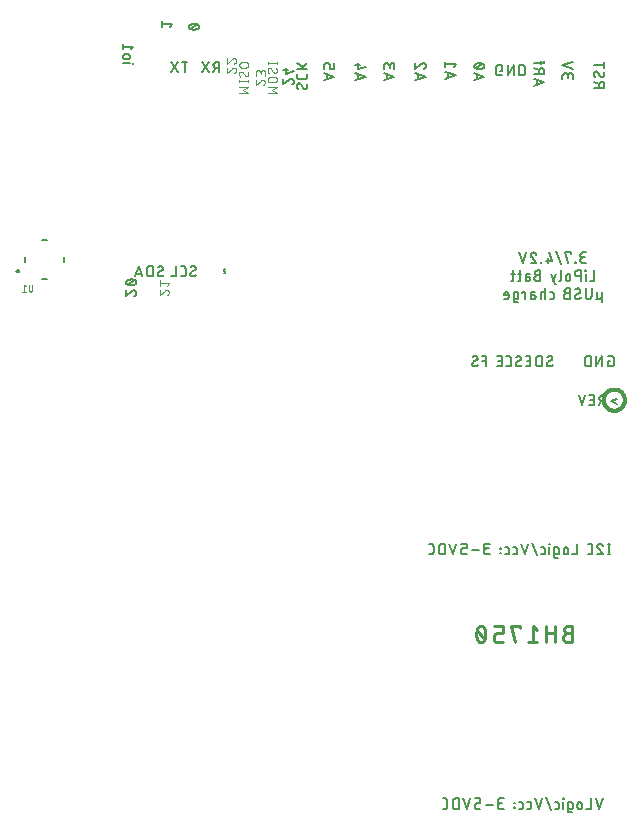
<source format=gbr>
G04 EAGLE Gerber RS-274X export*
G75*
%MOMM*%
%FSLAX34Y34*%
%LPD*%
%INSilkscreen Bottom*%
%IPPOS*%
%AMOC8*
5,1,8,0,0,1.08239X$1,22.5*%
G01*
%ADD10C,0.127000*%
%ADD11C,0.101600*%
%ADD12C,0.254000*%
%ADD13C,0.200000*%
%ADD14C,0.050800*%
%ADD15C,0.304800*%
%ADD16C,0.203200*%


D10*
X1525650Y796925D02*
X1523180Y796925D01*
X1523082Y796927D01*
X1522984Y796933D01*
X1522886Y796943D01*
X1522789Y796956D01*
X1522692Y796974D01*
X1522596Y796995D01*
X1522502Y797020D01*
X1522408Y797049D01*
X1522315Y797081D01*
X1522224Y797118D01*
X1522134Y797157D01*
X1522046Y797201D01*
X1521960Y797248D01*
X1521875Y797298D01*
X1521793Y797351D01*
X1521713Y797408D01*
X1521635Y797468D01*
X1521560Y797531D01*
X1521487Y797597D01*
X1521417Y797666D01*
X1521350Y797737D01*
X1521285Y797811D01*
X1521224Y797888D01*
X1521165Y797967D01*
X1521110Y798048D01*
X1521058Y798131D01*
X1521010Y798217D01*
X1520965Y798304D01*
X1520923Y798393D01*
X1520885Y798483D01*
X1520851Y798575D01*
X1520820Y798668D01*
X1520793Y798763D01*
X1520770Y798858D01*
X1520750Y798955D01*
X1520735Y799051D01*
X1520723Y799149D01*
X1520715Y799247D01*
X1520711Y799345D01*
X1520711Y799443D01*
X1520715Y799541D01*
X1520723Y799639D01*
X1520735Y799737D01*
X1520750Y799833D01*
X1520770Y799930D01*
X1520793Y800025D01*
X1520820Y800120D01*
X1520851Y800213D01*
X1520885Y800305D01*
X1520923Y800395D01*
X1520965Y800484D01*
X1521010Y800571D01*
X1521058Y800657D01*
X1521110Y800740D01*
X1521165Y800821D01*
X1521224Y800900D01*
X1521285Y800977D01*
X1521350Y801051D01*
X1521417Y801122D01*
X1521487Y801191D01*
X1521560Y801257D01*
X1521635Y801320D01*
X1521713Y801380D01*
X1521793Y801437D01*
X1521875Y801490D01*
X1521960Y801540D01*
X1522046Y801587D01*
X1522134Y801631D01*
X1522224Y801670D01*
X1522315Y801707D01*
X1522408Y801739D01*
X1522502Y801768D01*
X1522596Y801793D01*
X1522692Y801814D01*
X1522789Y801832D01*
X1522886Y801845D01*
X1522984Y801855D01*
X1523082Y801861D01*
X1523180Y801863D01*
X1522686Y805815D02*
X1525650Y805815D01*
X1522686Y805815D02*
X1522599Y805813D01*
X1522511Y805807D01*
X1522424Y805798D01*
X1522338Y805784D01*
X1522252Y805767D01*
X1522168Y805746D01*
X1522084Y805721D01*
X1522001Y805692D01*
X1521920Y805660D01*
X1521840Y805625D01*
X1521762Y805586D01*
X1521685Y805543D01*
X1521611Y805497D01*
X1521539Y805448D01*
X1521469Y805396D01*
X1521401Y805340D01*
X1521336Y805282D01*
X1521273Y805221D01*
X1521214Y805157D01*
X1521157Y805090D01*
X1521103Y805022D01*
X1521052Y804950D01*
X1521005Y804877D01*
X1520960Y804802D01*
X1520919Y804724D01*
X1520882Y804645D01*
X1520848Y804565D01*
X1520818Y804483D01*
X1520791Y804400D01*
X1520768Y804315D01*
X1520749Y804230D01*
X1520734Y804144D01*
X1520722Y804057D01*
X1520714Y803970D01*
X1520710Y803883D01*
X1520710Y803795D01*
X1520714Y803708D01*
X1520722Y803621D01*
X1520734Y803534D01*
X1520749Y803448D01*
X1520768Y803363D01*
X1520791Y803278D01*
X1520818Y803195D01*
X1520848Y803113D01*
X1520882Y803033D01*
X1520919Y802954D01*
X1520960Y802876D01*
X1521005Y802801D01*
X1521052Y802728D01*
X1521103Y802656D01*
X1521157Y802588D01*
X1521214Y802521D01*
X1521273Y802457D01*
X1521336Y802396D01*
X1521401Y802338D01*
X1521469Y802282D01*
X1521539Y802230D01*
X1521611Y802181D01*
X1521685Y802135D01*
X1521762Y802092D01*
X1521840Y802053D01*
X1521920Y802018D01*
X1522001Y801986D01*
X1522084Y801957D01*
X1522168Y801932D01*
X1522252Y801911D01*
X1522338Y801894D01*
X1522424Y801880D01*
X1522511Y801871D01*
X1522599Y801865D01*
X1522686Y801863D01*
X1522686Y801864D02*
X1524662Y801864D01*
X1517026Y797419D02*
X1517026Y796925D01*
X1517026Y797419D02*
X1516532Y797419D01*
X1516532Y796925D01*
X1517026Y796925D01*
X1512848Y804827D02*
X1512848Y805815D01*
X1507909Y805815D01*
X1510379Y796925D01*
X1504125Y795937D02*
X1500173Y806803D01*
X1494413Y805815D02*
X1496389Y798901D01*
X1491450Y798901D01*
X1492932Y800876D02*
X1492932Y796925D01*
X1487766Y796925D02*
X1487766Y797419D01*
X1487272Y797419D01*
X1487272Y796925D01*
X1487766Y796925D01*
X1480871Y805816D02*
X1480779Y805814D01*
X1480687Y805808D01*
X1480596Y805799D01*
X1480505Y805786D01*
X1480415Y805769D01*
X1480325Y805748D01*
X1480237Y805724D01*
X1480149Y805696D01*
X1480063Y805664D01*
X1479978Y805629D01*
X1479895Y805590D01*
X1479813Y805548D01*
X1479733Y805503D01*
X1479655Y805454D01*
X1479579Y805402D01*
X1479506Y805347D01*
X1479434Y805289D01*
X1479365Y805229D01*
X1479299Y805165D01*
X1479235Y805099D01*
X1479175Y805030D01*
X1479117Y804958D01*
X1479062Y804885D01*
X1479010Y804809D01*
X1478961Y804731D01*
X1478916Y804651D01*
X1478874Y804569D01*
X1478835Y804486D01*
X1478800Y804401D01*
X1478768Y804315D01*
X1478740Y804227D01*
X1478716Y804139D01*
X1478695Y804049D01*
X1478678Y803959D01*
X1478665Y803868D01*
X1478656Y803777D01*
X1478650Y803685D01*
X1478648Y803593D01*
X1480871Y805815D02*
X1480977Y805813D01*
X1481082Y805807D01*
X1481187Y805797D01*
X1481292Y805784D01*
X1481396Y805766D01*
X1481499Y805745D01*
X1481602Y805720D01*
X1481704Y805691D01*
X1481804Y805658D01*
X1481903Y805622D01*
X1482001Y805582D01*
X1482097Y805538D01*
X1482192Y805491D01*
X1482284Y805441D01*
X1482375Y805387D01*
X1482464Y805329D01*
X1482550Y805269D01*
X1482634Y805205D01*
X1482716Y805139D01*
X1482796Y805069D01*
X1482872Y804996D01*
X1482946Y804921D01*
X1483017Y804843D01*
X1483085Y804762D01*
X1483151Y804679D01*
X1483213Y804593D01*
X1483271Y804506D01*
X1483327Y804416D01*
X1483379Y804324D01*
X1483428Y804230D01*
X1483473Y804135D01*
X1483515Y804038D01*
X1483553Y803939D01*
X1483587Y803840D01*
X1479390Y801864D02*
X1479321Y801933D01*
X1479255Y802003D01*
X1479192Y802077D01*
X1479133Y802153D01*
X1479076Y802231D01*
X1479022Y802311D01*
X1478972Y802394D01*
X1478925Y802478D01*
X1478882Y802565D01*
X1478842Y802653D01*
X1478806Y802742D01*
X1478773Y802833D01*
X1478744Y802925D01*
X1478719Y803019D01*
X1478698Y803113D01*
X1478680Y803208D01*
X1478667Y803304D01*
X1478657Y803400D01*
X1478651Y803496D01*
X1478649Y803593D01*
X1479389Y801864D02*
X1483587Y796925D01*
X1478648Y796925D01*
X1471974Y796925D02*
X1474937Y805815D01*
X1469011Y805815D02*
X1471974Y796925D01*
X1532622Y790575D02*
X1532622Y781685D01*
X1528671Y781685D01*
X1525299Y781685D02*
X1525299Y787612D01*
X1525546Y790081D02*
X1525546Y790575D01*
X1525052Y790575D01*
X1525052Y790081D01*
X1525546Y790081D01*
X1520889Y790575D02*
X1520889Y781685D01*
X1520889Y790575D02*
X1518420Y790575D01*
X1518322Y790573D01*
X1518224Y790567D01*
X1518126Y790557D01*
X1518029Y790544D01*
X1517932Y790526D01*
X1517836Y790505D01*
X1517742Y790480D01*
X1517648Y790451D01*
X1517555Y790419D01*
X1517464Y790382D01*
X1517374Y790343D01*
X1517286Y790299D01*
X1517200Y790252D01*
X1517115Y790202D01*
X1517033Y790149D01*
X1516953Y790092D01*
X1516875Y790032D01*
X1516800Y789969D01*
X1516727Y789903D01*
X1516657Y789834D01*
X1516590Y789763D01*
X1516525Y789689D01*
X1516464Y789612D01*
X1516405Y789533D01*
X1516350Y789452D01*
X1516298Y789369D01*
X1516250Y789283D01*
X1516205Y789196D01*
X1516163Y789107D01*
X1516125Y789017D01*
X1516091Y788925D01*
X1516060Y788832D01*
X1516033Y788737D01*
X1516010Y788642D01*
X1515990Y788545D01*
X1515975Y788449D01*
X1515963Y788351D01*
X1515955Y788253D01*
X1515951Y788155D01*
X1515951Y788057D01*
X1515955Y787959D01*
X1515963Y787861D01*
X1515975Y787763D01*
X1515990Y787667D01*
X1516010Y787570D01*
X1516033Y787475D01*
X1516060Y787380D01*
X1516091Y787287D01*
X1516125Y787195D01*
X1516163Y787105D01*
X1516205Y787016D01*
X1516250Y786929D01*
X1516298Y786843D01*
X1516350Y786760D01*
X1516405Y786679D01*
X1516464Y786600D01*
X1516525Y786523D01*
X1516590Y786449D01*
X1516657Y786378D01*
X1516727Y786309D01*
X1516800Y786243D01*
X1516875Y786180D01*
X1516953Y786120D01*
X1517033Y786063D01*
X1517115Y786010D01*
X1517200Y785960D01*
X1517286Y785913D01*
X1517374Y785869D01*
X1517464Y785830D01*
X1517555Y785793D01*
X1517648Y785761D01*
X1517742Y785732D01*
X1517836Y785707D01*
X1517932Y785686D01*
X1518029Y785668D01*
X1518126Y785655D01*
X1518224Y785645D01*
X1518322Y785639D01*
X1518420Y785637D01*
X1518420Y785636D02*
X1520889Y785636D01*
X1512339Y785636D02*
X1512339Y783661D01*
X1512340Y785636D02*
X1512338Y785723D01*
X1512332Y785811D01*
X1512323Y785898D01*
X1512309Y785984D01*
X1512292Y786070D01*
X1512271Y786154D01*
X1512246Y786238D01*
X1512217Y786321D01*
X1512185Y786402D01*
X1512150Y786482D01*
X1512111Y786560D01*
X1512068Y786637D01*
X1512022Y786711D01*
X1511973Y786783D01*
X1511921Y786853D01*
X1511865Y786921D01*
X1511807Y786986D01*
X1511746Y787049D01*
X1511682Y787108D01*
X1511615Y787165D01*
X1511547Y787219D01*
X1511475Y787270D01*
X1511402Y787317D01*
X1511327Y787362D01*
X1511249Y787403D01*
X1511170Y787440D01*
X1511090Y787474D01*
X1511008Y787504D01*
X1510925Y787531D01*
X1510840Y787554D01*
X1510755Y787573D01*
X1510669Y787588D01*
X1510582Y787600D01*
X1510495Y787608D01*
X1510408Y787612D01*
X1510320Y787612D01*
X1510233Y787608D01*
X1510146Y787600D01*
X1510059Y787588D01*
X1509973Y787573D01*
X1509888Y787554D01*
X1509803Y787531D01*
X1509720Y787504D01*
X1509638Y787474D01*
X1509558Y787440D01*
X1509479Y787403D01*
X1509401Y787362D01*
X1509326Y787317D01*
X1509253Y787270D01*
X1509181Y787219D01*
X1509113Y787165D01*
X1509046Y787108D01*
X1508982Y787049D01*
X1508921Y786986D01*
X1508863Y786921D01*
X1508807Y786853D01*
X1508755Y786783D01*
X1508706Y786711D01*
X1508660Y786637D01*
X1508617Y786560D01*
X1508578Y786482D01*
X1508543Y786402D01*
X1508511Y786321D01*
X1508482Y786238D01*
X1508457Y786154D01*
X1508436Y786070D01*
X1508419Y785984D01*
X1508405Y785898D01*
X1508396Y785811D01*
X1508390Y785723D01*
X1508388Y785636D01*
X1508388Y783661D01*
X1508390Y783574D01*
X1508396Y783486D01*
X1508405Y783399D01*
X1508419Y783313D01*
X1508436Y783227D01*
X1508457Y783143D01*
X1508482Y783059D01*
X1508511Y782976D01*
X1508543Y782895D01*
X1508578Y782815D01*
X1508617Y782737D01*
X1508660Y782660D01*
X1508706Y782586D01*
X1508755Y782514D01*
X1508807Y782444D01*
X1508863Y782376D01*
X1508921Y782311D01*
X1508982Y782248D01*
X1509046Y782189D01*
X1509113Y782132D01*
X1509181Y782078D01*
X1509253Y782027D01*
X1509326Y781980D01*
X1509401Y781935D01*
X1509479Y781894D01*
X1509558Y781857D01*
X1509638Y781823D01*
X1509720Y781793D01*
X1509803Y781766D01*
X1509888Y781743D01*
X1509973Y781724D01*
X1510059Y781709D01*
X1510146Y781697D01*
X1510233Y781689D01*
X1510320Y781685D01*
X1510408Y781685D01*
X1510495Y781689D01*
X1510582Y781697D01*
X1510669Y781709D01*
X1510755Y781724D01*
X1510840Y781743D01*
X1510925Y781766D01*
X1511008Y781793D01*
X1511090Y781823D01*
X1511170Y781857D01*
X1511249Y781894D01*
X1511327Y781935D01*
X1511402Y781980D01*
X1511475Y782027D01*
X1511547Y782078D01*
X1511615Y782132D01*
X1511682Y782189D01*
X1511746Y782248D01*
X1511807Y782311D01*
X1511865Y782376D01*
X1511921Y782444D01*
X1511973Y782514D01*
X1512022Y782586D01*
X1512068Y782660D01*
X1512111Y782737D01*
X1512150Y782815D01*
X1512185Y782895D01*
X1512217Y782976D01*
X1512246Y783059D01*
X1512271Y783143D01*
X1512292Y783227D01*
X1512309Y783313D01*
X1512323Y783399D01*
X1512332Y783486D01*
X1512338Y783574D01*
X1512340Y783661D01*
X1504347Y783167D02*
X1504347Y790575D01*
X1504347Y783167D02*
X1504345Y783092D01*
X1504339Y783017D01*
X1504330Y782943D01*
X1504317Y782869D01*
X1504300Y782796D01*
X1504279Y782723D01*
X1504255Y782652D01*
X1504227Y782583D01*
X1504196Y782514D01*
X1504161Y782448D01*
X1504123Y782383D01*
X1504081Y782320D01*
X1504037Y782260D01*
X1503989Y782202D01*
X1503939Y782146D01*
X1503886Y782093D01*
X1503830Y782043D01*
X1503772Y781995D01*
X1503712Y781951D01*
X1503649Y781909D01*
X1503584Y781871D01*
X1503518Y781836D01*
X1503449Y781805D01*
X1503380Y781777D01*
X1503309Y781753D01*
X1503236Y781732D01*
X1503163Y781715D01*
X1503089Y781702D01*
X1503015Y781693D01*
X1502940Y781687D01*
X1502865Y781685D01*
X1499843Y778722D02*
X1498855Y778722D01*
X1495892Y787612D01*
X1499843Y787612D02*
X1497867Y781685D01*
X1486752Y786624D02*
X1484282Y786624D01*
X1484282Y786623D02*
X1484184Y786621D01*
X1484086Y786615D01*
X1483988Y786605D01*
X1483891Y786592D01*
X1483794Y786574D01*
X1483698Y786553D01*
X1483604Y786528D01*
X1483510Y786499D01*
X1483417Y786467D01*
X1483326Y786430D01*
X1483236Y786391D01*
X1483148Y786347D01*
X1483062Y786300D01*
X1482977Y786250D01*
X1482895Y786197D01*
X1482815Y786140D01*
X1482737Y786080D01*
X1482662Y786017D01*
X1482589Y785951D01*
X1482519Y785882D01*
X1482452Y785811D01*
X1482387Y785737D01*
X1482326Y785660D01*
X1482267Y785581D01*
X1482212Y785500D01*
X1482160Y785417D01*
X1482112Y785331D01*
X1482067Y785244D01*
X1482025Y785155D01*
X1481987Y785065D01*
X1481953Y784973D01*
X1481922Y784880D01*
X1481895Y784785D01*
X1481872Y784690D01*
X1481852Y784593D01*
X1481837Y784497D01*
X1481825Y784399D01*
X1481817Y784301D01*
X1481813Y784203D01*
X1481813Y784105D01*
X1481817Y784007D01*
X1481825Y783909D01*
X1481837Y783811D01*
X1481852Y783715D01*
X1481872Y783618D01*
X1481895Y783523D01*
X1481922Y783428D01*
X1481953Y783335D01*
X1481987Y783243D01*
X1482025Y783153D01*
X1482067Y783064D01*
X1482112Y782977D01*
X1482160Y782891D01*
X1482212Y782808D01*
X1482267Y782727D01*
X1482326Y782648D01*
X1482387Y782571D01*
X1482452Y782497D01*
X1482519Y782426D01*
X1482589Y782357D01*
X1482662Y782291D01*
X1482737Y782228D01*
X1482815Y782168D01*
X1482895Y782111D01*
X1482977Y782058D01*
X1483062Y782008D01*
X1483148Y781961D01*
X1483236Y781917D01*
X1483326Y781878D01*
X1483417Y781841D01*
X1483510Y781809D01*
X1483604Y781780D01*
X1483698Y781755D01*
X1483794Y781734D01*
X1483891Y781716D01*
X1483988Y781703D01*
X1484086Y781693D01*
X1484184Y781687D01*
X1484282Y781685D01*
X1486752Y781685D01*
X1486752Y790575D01*
X1484282Y790575D01*
X1484195Y790573D01*
X1484107Y790567D01*
X1484020Y790558D01*
X1483934Y790544D01*
X1483848Y790527D01*
X1483764Y790506D01*
X1483680Y790481D01*
X1483597Y790452D01*
X1483516Y790420D01*
X1483436Y790385D01*
X1483358Y790346D01*
X1483281Y790303D01*
X1483207Y790257D01*
X1483135Y790208D01*
X1483065Y790156D01*
X1482997Y790100D01*
X1482932Y790042D01*
X1482869Y789981D01*
X1482810Y789917D01*
X1482753Y789850D01*
X1482699Y789782D01*
X1482648Y789710D01*
X1482601Y789637D01*
X1482556Y789562D01*
X1482515Y789484D01*
X1482478Y789405D01*
X1482444Y789325D01*
X1482414Y789243D01*
X1482387Y789160D01*
X1482364Y789075D01*
X1482345Y788990D01*
X1482330Y788904D01*
X1482318Y788817D01*
X1482310Y788730D01*
X1482306Y788643D01*
X1482306Y788555D01*
X1482310Y788468D01*
X1482318Y788381D01*
X1482330Y788294D01*
X1482345Y788208D01*
X1482364Y788123D01*
X1482387Y788038D01*
X1482414Y787955D01*
X1482444Y787873D01*
X1482478Y787793D01*
X1482515Y787714D01*
X1482556Y787636D01*
X1482601Y787561D01*
X1482648Y787488D01*
X1482699Y787416D01*
X1482753Y787348D01*
X1482810Y787281D01*
X1482869Y787217D01*
X1482932Y787156D01*
X1482997Y787098D01*
X1483065Y787042D01*
X1483135Y786990D01*
X1483207Y786941D01*
X1483281Y786895D01*
X1483358Y786852D01*
X1483436Y786813D01*
X1483516Y786778D01*
X1483597Y786746D01*
X1483680Y786717D01*
X1483764Y786692D01*
X1483848Y786671D01*
X1483934Y786654D01*
X1484020Y786640D01*
X1484107Y786631D01*
X1484195Y786625D01*
X1484282Y786623D01*
X1476534Y785142D02*
X1474311Y785142D01*
X1476534Y785143D02*
X1476616Y785141D01*
X1476698Y785135D01*
X1476780Y785125D01*
X1476861Y785112D01*
X1476942Y785094D01*
X1477021Y785073D01*
X1477100Y785048D01*
X1477177Y785019D01*
X1477252Y784987D01*
X1477326Y784951D01*
X1477399Y784911D01*
X1477469Y784869D01*
X1477537Y784822D01*
X1477603Y784773D01*
X1477666Y784721D01*
X1477727Y784665D01*
X1477785Y784607D01*
X1477841Y784546D01*
X1477893Y784483D01*
X1477942Y784417D01*
X1477989Y784349D01*
X1478031Y784279D01*
X1478071Y784206D01*
X1478107Y784132D01*
X1478139Y784057D01*
X1478168Y783980D01*
X1478193Y783901D01*
X1478214Y783822D01*
X1478232Y783741D01*
X1478245Y783660D01*
X1478255Y783578D01*
X1478261Y783496D01*
X1478263Y783414D01*
X1478261Y783332D01*
X1478255Y783250D01*
X1478245Y783168D01*
X1478232Y783087D01*
X1478214Y783006D01*
X1478193Y782927D01*
X1478168Y782848D01*
X1478139Y782771D01*
X1478107Y782696D01*
X1478071Y782622D01*
X1478031Y782550D01*
X1477989Y782479D01*
X1477942Y782411D01*
X1477893Y782345D01*
X1477841Y782282D01*
X1477785Y782221D01*
X1477727Y782163D01*
X1477666Y782107D01*
X1477603Y782055D01*
X1477537Y782006D01*
X1477469Y781959D01*
X1477399Y781917D01*
X1477326Y781877D01*
X1477252Y781841D01*
X1477177Y781809D01*
X1477100Y781780D01*
X1477021Y781755D01*
X1476942Y781734D01*
X1476861Y781716D01*
X1476780Y781703D01*
X1476698Y781693D01*
X1476616Y781687D01*
X1476534Y781685D01*
X1474311Y781685D01*
X1474311Y786130D01*
X1474313Y786205D01*
X1474319Y786280D01*
X1474328Y786354D01*
X1474341Y786428D01*
X1474358Y786501D01*
X1474379Y786574D01*
X1474403Y786645D01*
X1474431Y786714D01*
X1474462Y786783D01*
X1474497Y786849D01*
X1474535Y786914D01*
X1474577Y786977D01*
X1474621Y787037D01*
X1474669Y787095D01*
X1474719Y787151D01*
X1474772Y787204D01*
X1474828Y787254D01*
X1474886Y787302D01*
X1474946Y787346D01*
X1475009Y787388D01*
X1475074Y787426D01*
X1475140Y787461D01*
X1475209Y787492D01*
X1475278Y787520D01*
X1475349Y787544D01*
X1475422Y787565D01*
X1475495Y787582D01*
X1475569Y787595D01*
X1475643Y787604D01*
X1475718Y787610D01*
X1475793Y787612D01*
X1477769Y787612D01*
X1470792Y787612D02*
X1467829Y787612D01*
X1469805Y790575D02*
X1469805Y783167D01*
X1469803Y783092D01*
X1469797Y783017D01*
X1469788Y782943D01*
X1469775Y782869D01*
X1469758Y782796D01*
X1469737Y782723D01*
X1469713Y782652D01*
X1469685Y782583D01*
X1469654Y782514D01*
X1469619Y782448D01*
X1469581Y782383D01*
X1469539Y782320D01*
X1469495Y782260D01*
X1469447Y782202D01*
X1469397Y782146D01*
X1469344Y782093D01*
X1469288Y782043D01*
X1469230Y781995D01*
X1469170Y781951D01*
X1469107Y781909D01*
X1469042Y781871D01*
X1468976Y781836D01*
X1468907Y781805D01*
X1468838Y781777D01*
X1468767Y781753D01*
X1468694Y781732D01*
X1468621Y781715D01*
X1468547Y781702D01*
X1468473Y781693D01*
X1468398Y781687D01*
X1468323Y781685D01*
X1467829Y781685D01*
X1465001Y787612D02*
X1462038Y787612D01*
X1464014Y790575D02*
X1464014Y783167D01*
X1464012Y783092D01*
X1464006Y783017D01*
X1463997Y782943D01*
X1463984Y782869D01*
X1463967Y782796D01*
X1463946Y782723D01*
X1463922Y782652D01*
X1463894Y782583D01*
X1463863Y782514D01*
X1463828Y782448D01*
X1463790Y782383D01*
X1463748Y782320D01*
X1463704Y782260D01*
X1463656Y782202D01*
X1463606Y782146D01*
X1463553Y782093D01*
X1463497Y782043D01*
X1463439Y781995D01*
X1463379Y781951D01*
X1463316Y781909D01*
X1463251Y781871D01*
X1463185Y781836D01*
X1463116Y781805D01*
X1463047Y781777D01*
X1462976Y781753D01*
X1462903Y781732D01*
X1462830Y781715D01*
X1462756Y781702D01*
X1462682Y781693D01*
X1462607Y781687D01*
X1462532Y781685D01*
X1462038Y781685D01*
X1538718Y772372D02*
X1538718Y763482D01*
X1534767Y768421D02*
X1534767Y772372D01*
X1534767Y768421D02*
X1534769Y768334D01*
X1534775Y768246D01*
X1534784Y768159D01*
X1534798Y768073D01*
X1534815Y767987D01*
X1534836Y767903D01*
X1534861Y767819D01*
X1534890Y767736D01*
X1534922Y767655D01*
X1534957Y767575D01*
X1534996Y767497D01*
X1535039Y767420D01*
X1535085Y767346D01*
X1535134Y767274D01*
X1535186Y767204D01*
X1535242Y767136D01*
X1535300Y767071D01*
X1535361Y767008D01*
X1535425Y766949D01*
X1535492Y766892D01*
X1535560Y766838D01*
X1535632Y766787D01*
X1535705Y766740D01*
X1535780Y766695D01*
X1535858Y766654D01*
X1535937Y766617D01*
X1536017Y766583D01*
X1536099Y766553D01*
X1536182Y766526D01*
X1536267Y766503D01*
X1536352Y766484D01*
X1536438Y766469D01*
X1536525Y766457D01*
X1536612Y766449D01*
X1536699Y766445D01*
X1536787Y766445D01*
X1536874Y766449D01*
X1536961Y766457D01*
X1537048Y766469D01*
X1537134Y766484D01*
X1537219Y766503D01*
X1537304Y766526D01*
X1537387Y766553D01*
X1537469Y766583D01*
X1537549Y766617D01*
X1537628Y766654D01*
X1537706Y766695D01*
X1537781Y766740D01*
X1537854Y766787D01*
X1537926Y766838D01*
X1537994Y766892D01*
X1538061Y766949D01*
X1538125Y767008D01*
X1538186Y767071D01*
X1538244Y767136D01*
X1538300Y767204D01*
X1538352Y767274D01*
X1538401Y767346D01*
X1538447Y767420D01*
X1538490Y767497D01*
X1538529Y767575D01*
X1538564Y767655D01*
X1538596Y767736D01*
X1538625Y767819D01*
X1538650Y767903D01*
X1538671Y767987D01*
X1538688Y768073D01*
X1538702Y768159D01*
X1538711Y768246D01*
X1538717Y768334D01*
X1538719Y768421D01*
X1534767Y768421D02*
X1534767Y767433D01*
X1534768Y767433D02*
X1534766Y767371D01*
X1534760Y767309D01*
X1534750Y767248D01*
X1534737Y767187D01*
X1534720Y767128D01*
X1534699Y767069D01*
X1534674Y767012D01*
X1534646Y766957D01*
X1534614Y766904D01*
X1534579Y766852D01*
X1534541Y766803D01*
X1534500Y766757D01*
X1534456Y766713D01*
X1534410Y766672D01*
X1534361Y766634D01*
X1534309Y766599D01*
X1534256Y766567D01*
X1534201Y766539D01*
X1534144Y766514D01*
X1534085Y766493D01*
X1534026Y766476D01*
X1533965Y766463D01*
X1533904Y766453D01*
X1533842Y766447D01*
X1533780Y766445D01*
X1530186Y768914D02*
X1530186Y775335D01*
X1530185Y768914D02*
X1530183Y768816D01*
X1530177Y768718D01*
X1530167Y768620D01*
X1530154Y768523D01*
X1530136Y768426D01*
X1530115Y768330D01*
X1530090Y768236D01*
X1530061Y768142D01*
X1530029Y768049D01*
X1529992Y767958D01*
X1529953Y767868D01*
X1529909Y767780D01*
X1529862Y767694D01*
X1529812Y767609D01*
X1529759Y767527D01*
X1529702Y767447D01*
X1529642Y767369D01*
X1529579Y767294D01*
X1529513Y767221D01*
X1529444Y767151D01*
X1529373Y767084D01*
X1529299Y767019D01*
X1529222Y766958D01*
X1529143Y766899D01*
X1529062Y766844D01*
X1528979Y766792D01*
X1528893Y766744D01*
X1528806Y766699D01*
X1528717Y766657D01*
X1528627Y766619D01*
X1528535Y766585D01*
X1528442Y766554D01*
X1528347Y766527D01*
X1528252Y766504D01*
X1528155Y766484D01*
X1528059Y766469D01*
X1527961Y766457D01*
X1527863Y766449D01*
X1527765Y766445D01*
X1527667Y766445D01*
X1527569Y766449D01*
X1527471Y766457D01*
X1527373Y766469D01*
X1527277Y766484D01*
X1527180Y766504D01*
X1527085Y766527D01*
X1526990Y766554D01*
X1526897Y766585D01*
X1526805Y766619D01*
X1526715Y766657D01*
X1526626Y766699D01*
X1526539Y766744D01*
X1526453Y766792D01*
X1526370Y766844D01*
X1526289Y766899D01*
X1526210Y766958D01*
X1526133Y767019D01*
X1526059Y767084D01*
X1525988Y767151D01*
X1525919Y767221D01*
X1525853Y767294D01*
X1525790Y767369D01*
X1525730Y767447D01*
X1525673Y767527D01*
X1525620Y767609D01*
X1525570Y767694D01*
X1525523Y767780D01*
X1525479Y767868D01*
X1525440Y767958D01*
X1525403Y768049D01*
X1525371Y768142D01*
X1525342Y768236D01*
X1525317Y768330D01*
X1525296Y768426D01*
X1525278Y768523D01*
X1525265Y768620D01*
X1525255Y768718D01*
X1525249Y768816D01*
X1525247Y768914D01*
X1525247Y775335D01*
X1518078Y766445D02*
X1517992Y766447D01*
X1517906Y766453D01*
X1517820Y766462D01*
X1517735Y766475D01*
X1517650Y766492D01*
X1517567Y766512D01*
X1517484Y766536D01*
X1517402Y766564D01*
X1517322Y766595D01*
X1517243Y766630D01*
X1517166Y766668D01*
X1517090Y766710D01*
X1517016Y766754D01*
X1516945Y766802D01*
X1516875Y766853D01*
X1516808Y766907D01*
X1516743Y766964D01*
X1516681Y767024D01*
X1516621Y767086D01*
X1516564Y767151D01*
X1516510Y767218D01*
X1516459Y767288D01*
X1516411Y767359D01*
X1516367Y767433D01*
X1516325Y767509D01*
X1516287Y767586D01*
X1516252Y767665D01*
X1516221Y767745D01*
X1516193Y767827D01*
X1516169Y767910D01*
X1516149Y767993D01*
X1516132Y768078D01*
X1516119Y768163D01*
X1516110Y768249D01*
X1516104Y768335D01*
X1516102Y768421D01*
X1518078Y766445D02*
X1518205Y766447D01*
X1518331Y766453D01*
X1518458Y766462D01*
X1518584Y766476D01*
X1518709Y766493D01*
X1518834Y766514D01*
X1518958Y766539D01*
X1519082Y766568D01*
X1519204Y766600D01*
X1519326Y766636D01*
X1519446Y766676D01*
X1519565Y766719D01*
X1519683Y766766D01*
X1519799Y766817D01*
X1519914Y766871D01*
X1520027Y766928D01*
X1520138Y766989D01*
X1520247Y767053D01*
X1520354Y767121D01*
X1520460Y767191D01*
X1520563Y767265D01*
X1520663Y767342D01*
X1520761Y767422D01*
X1520857Y767505D01*
X1520951Y767591D01*
X1521041Y767680D01*
X1520795Y773359D02*
X1520793Y773445D01*
X1520787Y773531D01*
X1520778Y773617D01*
X1520765Y773702D01*
X1520748Y773787D01*
X1520728Y773870D01*
X1520704Y773953D01*
X1520676Y774035D01*
X1520645Y774115D01*
X1520610Y774194D01*
X1520572Y774271D01*
X1520530Y774347D01*
X1520486Y774421D01*
X1520438Y774492D01*
X1520387Y774562D01*
X1520333Y774629D01*
X1520276Y774694D01*
X1520216Y774756D01*
X1520154Y774816D01*
X1520089Y774873D01*
X1520022Y774927D01*
X1519952Y774978D01*
X1519881Y775026D01*
X1519807Y775070D01*
X1519731Y775112D01*
X1519654Y775150D01*
X1519575Y775185D01*
X1519495Y775216D01*
X1519413Y775244D01*
X1519330Y775268D01*
X1519247Y775288D01*
X1519162Y775305D01*
X1519077Y775318D01*
X1518991Y775327D01*
X1518905Y775333D01*
X1518819Y775335D01*
X1518700Y775333D01*
X1518581Y775327D01*
X1518462Y775318D01*
X1518344Y775304D01*
X1518226Y775287D01*
X1518108Y775266D01*
X1517992Y775241D01*
X1517876Y775213D01*
X1517761Y775181D01*
X1517648Y775145D01*
X1517535Y775105D01*
X1517424Y775062D01*
X1517314Y775016D01*
X1517206Y774966D01*
X1517100Y774912D01*
X1516995Y774855D01*
X1516893Y774795D01*
X1516792Y774731D01*
X1516693Y774664D01*
X1516597Y774594D01*
X1519806Y771631D02*
X1519880Y771676D01*
X1519952Y771725D01*
X1520022Y771777D01*
X1520089Y771832D01*
X1520154Y771890D01*
X1520216Y771950D01*
X1520276Y772013D01*
X1520332Y772079D01*
X1520386Y772147D01*
X1520437Y772217D01*
X1520485Y772289D01*
X1520530Y772364D01*
X1520571Y772440D01*
X1520609Y772518D01*
X1520644Y772598D01*
X1520675Y772679D01*
X1520703Y772761D01*
X1520727Y772844D01*
X1520747Y772928D01*
X1520764Y773014D01*
X1520777Y773099D01*
X1520786Y773186D01*
X1520792Y773272D01*
X1520794Y773359D01*
X1517091Y770149D02*
X1517017Y770104D01*
X1516945Y770055D01*
X1516875Y770003D01*
X1516808Y769948D01*
X1516743Y769890D01*
X1516681Y769830D01*
X1516622Y769767D01*
X1516565Y769701D01*
X1516511Y769633D01*
X1516460Y769563D01*
X1516412Y769491D01*
X1516367Y769416D01*
X1516326Y769340D01*
X1516288Y769262D01*
X1516253Y769182D01*
X1516222Y769101D01*
X1516194Y769019D01*
X1516170Y768936D01*
X1516150Y768852D01*
X1516133Y768766D01*
X1516120Y768681D01*
X1516111Y768594D01*
X1516105Y768508D01*
X1516103Y768421D01*
X1517090Y770149D02*
X1519807Y771631D01*
X1511724Y771384D02*
X1509255Y771384D01*
X1509255Y771383D02*
X1509157Y771381D01*
X1509059Y771375D01*
X1508961Y771365D01*
X1508864Y771352D01*
X1508767Y771334D01*
X1508671Y771313D01*
X1508577Y771288D01*
X1508483Y771259D01*
X1508390Y771227D01*
X1508299Y771190D01*
X1508209Y771151D01*
X1508121Y771107D01*
X1508035Y771060D01*
X1507950Y771010D01*
X1507868Y770957D01*
X1507788Y770900D01*
X1507710Y770840D01*
X1507635Y770777D01*
X1507562Y770711D01*
X1507492Y770642D01*
X1507425Y770571D01*
X1507360Y770497D01*
X1507299Y770420D01*
X1507240Y770341D01*
X1507185Y770260D01*
X1507133Y770177D01*
X1507085Y770091D01*
X1507040Y770004D01*
X1506998Y769915D01*
X1506960Y769825D01*
X1506926Y769733D01*
X1506895Y769640D01*
X1506868Y769545D01*
X1506845Y769450D01*
X1506825Y769353D01*
X1506810Y769257D01*
X1506798Y769159D01*
X1506790Y769061D01*
X1506786Y768963D01*
X1506786Y768865D01*
X1506790Y768767D01*
X1506798Y768669D01*
X1506810Y768571D01*
X1506825Y768475D01*
X1506845Y768378D01*
X1506868Y768283D01*
X1506895Y768188D01*
X1506926Y768095D01*
X1506960Y768003D01*
X1506998Y767913D01*
X1507040Y767824D01*
X1507085Y767737D01*
X1507133Y767651D01*
X1507185Y767568D01*
X1507240Y767487D01*
X1507299Y767408D01*
X1507360Y767331D01*
X1507425Y767257D01*
X1507492Y767186D01*
X1507562Y767117D01*
X1507635Y767051D01*
X1507710Y766988D01*
X1507788Y766928D01*
X1507868Y766871D01*
X1507950Y766818D01*
X1508035Y766768D01*
X1508121Y766721D01*
X1508209Y766677D01*
X1508299Y766638D01*
X1508390Y766601D01*
X1508483Y766569D01*
X1508577Y766540D01*
X1508671Y766515D01*
X1508767Y766494D01*
X1508864Y766476D01*
X1508961Y766463D01*
X1509059Y766453D01*
X1509157Y766447D01*
X1509255Y766445D01*
X1511724Y766445D01*
X1511724Y775335D01*
X1509255Y775335D01*
X1509168Y775333D01*
X1509080Y775327D01*
X1508993Y775318D01*
X1508907Y775304D01*
X1508821Y775287D01*
X1508737Y775266D01*
X1508653Y775241D01*
X1508570Y775212D01*
X1508489Y775180D01*
X1508409Y775145D01*
X1508331Y775106D01*
X1508254Y775063D01*
X1508180Y775017D01*
X1508108Y774968D01*
X1508038Y774916D01*
X1507970Y774860D01*
X1507905Y774802D01*
X1507842Y774741D01*
X1507783Y774677D01*
X1507726Y774610D01*
X1507672Y774542D01*
X1507621Y774470D01*
X1507574Y774397D01*
X1507529Y774322D01*
X1507488Y774244D01*
X1507451Y774165D01*
X1507417Y774085D01*
X1507387Y774003D01*
X1507360Y773920D01*
X1507337Y773835D01*
X1507318Y773750D01*
X1507303Y773664D01*
X1507291Y773577D01*
X1507283Y773490D01*
X1507279Y773403D01*
X1507279Y773315D01*
X1507283Y773228D01*
X1507291Y773141D01*
X1507303Y773054D01*
X1507318Y772968D01*
X1507337Y772883D01*
X1507360Y772798D01*
X1507387Y772715D01*
X1507417Y772633D01*
X1507451Y772553D01*
X1507488Y772474D01*
X1507529Y772396D01*
X1507574Y772321D01*
X1507621Y772248D01*
X1507672Y772176D01*
X1507726Y772108D01*
X1507783Y772041D01*
X1507842Y771977D01*
X1507905Y771916D01*
X1507970Y771858D01*
X1508038Y771802D01*
X1508108Y771750D01*
X1508180Y771701D01*
X1508254Y771655D01*
X1508331Y771612D01*
X1508409Y771573D01*
X1508489Y771538D01*
X1508570Y771506D01*
X1508653Y771477D01*
X1508737Y771452D01*
X1508821Y771431D01*
X1508907Y771414D01*
X1508993Y771400D01*
X1509080Y771391D01*
X1509168Y771385D01*
X1509255Y771383D01*
X1496802Y766445D02*
X1494827Y766445D01*
X1496802Y766445D02*
X1496877Y766447D01*
X1496952Y766453D01*
X1497026Y766462D01*
X1497100Y766475D01*
X1497173Y766492D01*
X1497246Y766513D01*
X1497317Y766537D01*
X1497386Y766565D01*
X1497455Y766596D01*
X1497521Y766631D01*
X1497586Y766669D01*
X1497649Y766711D01*
X1497709Y766755D01*
X1497767Y766803D01*
X1497823Y766853D01*
X1497876Y766906D01*
X1497926Y766962D01*
X1497974Y767020D01*
X1498018Y767080D01*
X1498060Y767143D01*
X1498098Y767208D01*
X1498133Y767274D01*
X1498164Y767343D01*
X1498192Y767412D01*
X1498216Y767483D01*
X1498237Y767556D01*
X1498254Y767629D01*
X1498267Y767703D01*
X1498276Y767777D01*
X1498282Y767852D01*
X1498284Y767927D01*
X1498284Y770890D01*
X1498282Y770965D01*
X1498276Y771040D01*
X1498267Y771114D01*
X1498254Y771188D01*
X1498237Y771261D01*
X1498216Y771334D01*
X1498192Y771405D01*
X1498164Y771474D01*
X1498133Y771543D01*
X1498098Y771609D01*
X1498060Y771674D01*
X1498018Y771737D01*
X1497974Y771797D01*
X1497926Y771855D01*
X1497876Y771911D01*
X1497823Y771964D01*
X1497767Y772014D01*
X1497709Y772062D01*
X1497649Y772106D01*
X1497586Y772148D01*
X1497521Y772186D01*
X1497455Y772221D01*
X1497386Y772252D01*
X1497317Y772280D01*
X1497246Y772304D01*
X1497173Y772325D01*
X1497100Y772342D01*
X1497026Y772355D01*
X1496952Y772364D01*
X1496877Y772370D01*
X1496802Y772372D01*
X1494827Y772372D01*
X1490982Y775335D02*
X1490982Y766445D01*
X1490982Y772372D02*
X1488513Y772372D01*
X1488438Y772370D01*
X1488363Y772364D01*
X1488289Y772355D01*
X1488215Y772342D01*
X1488142Y772325D01*
X1488069Y772304D01*
X1487998Y772280D01*
X1487929Y772252D01*
X1487860Y772221D01*
X1487794Y772186D01*
X1487729Y772148D01*
X1487666Y772106D01*
X1487606Y772062D01*
X1487548Y772014D01*
X1487492Y771964D01*
X1487439Y771911D01*
X1487389Y771855D01*
X1487341Y771797D01*
X1487297Y771737D01*
X1487255Y771674D01*
X1487217Y771609D01*
X1487182Y771543D01*
X1487151Y771474D01*
X1487123Y771405D01*
X1487099Y771334D01*
X1487078Y771261D01*
X1487061Y771188D01*
X1487048Y771114D01*
X1487039Y771040D01*
X1487033Y770965D01*
X1487031Y770890D01*
X1487031Y766445D01*
X1481084Y769902D02*
X1478862Y769902D01*
X1481084Y769903D02*
X1481166Y769901D01*
X1481248Y769895D01*
X1481330Y769885D01*
X1481411Y769872D01*
X1481492Y769854D01*
X1481571Y769833D01*
X1481650Y769808D01*
X1481727Y769779D01*
X1481802Y769747D01*
X1481876Y769711D01*
X1481949Y769671D01*
X1482019Y769629D01*
X1482087Y769582D01*
X1482153Y769533D01*
X1482216Y769481D01*
X1482277Y769425D01*
X1482335Y769367D01*
X1482391Y769306D01*
X1482443Y769243D01*
X1482492Y769177D01*
X1482539Y769109D01*
X1482581Y769039D01*
X1482621Y768966D01*
X1482657Y768892D01*
X1482689Y768817D01*
X1482718Y768740D01*
X1482743Y768661D01*
X1482764Y768582D01*
X1482782Y768501D01*
X1482795Y768420D01*
X1482805Y768338D01*
X1482811Y768256D01*
X1482813Y768174D01*
X1482811Y768092D01*
X1482805Y768010D01*
X1482795Y767928D01*
X1482782Y767847D01*
X1482764Y767766D01*
X1482743Y767687D01*
X1482718Y767608D01*
X1482689Y767531D01*
X1482657Y767456D01*
X1482621Y767382D01*
X1482581Y767310D01*
X1482539Y767239D01*
X1482492Y767171D01*
X1482443Y767105D01*
X1482391Y767042D01*
X1482335Y766981D01*
X1482277Y766923D01*
X1482216Y766867D01*
X1482153Y766815D01*
X1482087Y766766D01*
X1482019Y766719D01*
X1481949Y766677D01*
X1481876Y766637D01*
X1481802Y766601D01*
X1481727Y766569D01*
X1481650Y766540D01*
X1481571Y766515D01*
X1481492Y766494D01*
X1481411Y766476D01*
X1481330Y766463D01*
X1481248Y766453D01*
X1481166Y766447D01*
X1481084Y766445D01*
X1478862Y766445D01*
X1478862Y770890D01*
X1478864Y770965D01*
X1478870Y771040D01*
X1478879Y771114D01*
X1478892Y771188D01*
X1478909Y771261D01*
X1478930Y771334D01*
X1478954Y771405D01*
X1478982Y771474D01*
X1479013Y771543D01*
X1479048Y771609D01*
X1479086Y771674D01*
X1479128Y771737D01*
X1479172Y771797D01*
X1479220Y771855D01*
X1479270Y771911D01*
X1479323Y771964D01*
X1479379Y772014D01*
X1479437Y772062D01*
X1479497Y772106D01*
X1479560Y772148D01*
X1479625Y772186D01*
X1479691Y772221D01*
X1479760Y772252D01*
X1479829Y772280D01*
X1479900Y772304D01*
X1479973Y772325D01*
X1480046Y772342D01*
X1480120Y772355D01*
X1480194Y772364D01*
X1480269Y772370D01*
X1480344Y772372D01*
X1482319Y772372D01*
X1474150Y772372D02*
X1474150Y766445D01*
X1474150Y772372D02*
X1471187Y772372D01*
X1471187Y771384D01*
X1466701Y766445D02*
X1464232Y766445D01*
X1466701Y766445D02*
X1466776Y766447D01*
X1466851Y766453D01*
X1466925Y766462D01*
X1466999Y766475D01*
X1467072Y766492D01*
X1467145Y766513D01*
X1467216Y766537D01*
X1467285Y766565D01*
X1467354Y766596D01*
X1467420Y766631D01*
X1467485Y766669D01*
X1467548Y766711D01*
X1467608Y766755D01*
X1467666Y766803D01*
X1467722Y766853D01*
X1467775Y766906D01*
X1467825Y766962D01*
X1467873Y767020D01*
X1467917Y767080D01*
X1467959Y767143D01*
X1467997Y767208D01*
X1468032Y767274D01*
X1468063Y767343D01*
X1468091Y767412D01*
X1468115Y767483D01*
X1468136Y767556D01*
X1468153Y767629D01*
X1468166Y767703D01*
X1468175Y767777D01*
X1468181Y767852D01*
X1468183Y767927D01*
X1468183Y770890D01*
X1468181Y770965D01*
X1468175Y771040D01*
X1468166Y771114D01*
X1468153Y771188D01*
X1468136Y771261D01*
X1468115Y771334D01*
X1468091Y771405D01*
X1468063Y771474D01*
X1468032Y771543D01*
X1467997Y771609D01*
X1467959Y771674D01*
X1467917Y771737D01*
X1467873Y771797D01*
X1467825Y771855D01*
X1467775Y771911D01*
X1467722Y771964D01*
X1467666Y772014D01*
X1467608Y772062D01*
X1467548Y772106D01*
X1467485Y772148D01*
X1467420Y772186D01*
X1467354Y772221D01*
X1467285Y772252D01*
X1467216Y772280D01*
X1467145Y772304D01*
X1467072Y772325D01*
X1466999Y772342D01*
X1466925Y772355D01*
X1466851Y772364D01*
X1466776Y772370D01*
X1466701Y772372D01*
X1464232Y772372D01*
X1464232Y764963D01*
X1464231Y764963D02*
X1464233Y764888D01*
X1464239Y764813D01*
X1464248Y764739D01*
X1464261Y764665D01*
X1464278Y764592D01*
X1464299Y764519D01*
X1464323Y764448D01*
X1464351Y764379D01*
X1464382Y764310D01*
X1464417Y764244D01*
X1464455Y764179D01*
X1464497Y764116D01*
X1464541Y764056D01*
X1464589Y763998D01*
X1464639Y763942D01*
X1464692Y763889D01*
X1464748Y763839D01*
X1464806Y763791D01*
X1464866Y763747D01*
X1464929Y763705D01*
X1464994Y763667D01*
X1465060Y763632D01*
X1465129Y763601D01*
X1465198Y763573D01*
X1465269Y763549D01*
X1465342Y763528D01*
X1465415Y763511D01*
X1465489Y763498D01*
X1465563Y763489D01*
X1465638Y763483D01*
X1465713Y763481D01*
X1465713Y763482D02*
X1467689Y763482D01*
X1458411Y766445D02*
X1455942Y766445D01*
X1458411Y766445D02*
X1458486Y766447D01*
X1458561Y766453D01*
X1458635Y766462D01*
X1458709Y766475D01*
X1458782Y766492D01*
X1458855Y766513D01*
X1458926Y766537D01*
X1458995Y766565D01*
X1459064Y766596D01*
X1459130Y766631D01*
X1459195Y766669D01*
X1459258Y766711D01*
X1459318Y766755D01*
X1459376Y766803D01*
X1459432Y766853D01*
X1459485Y766906D01*
X1459535Y766962D01*
X1459583Y767020D01*
X1459627Y767080D01*
X1459669Y767143D01*
X1459707Y767208D01*
X1459742Y767274D01*
X1459773Y767343D01*
X1459801Y767412D01*
X1459825Y767483D01*
X1459846Y767556D01*
X1459863Y767629D01*
X1459876Y767703D01*
X1459885Y767777D01*
X1459891Y767852D01*
X1459893Y767927D01*
X1459893Y770396D01*
X1459891Y770483D01*
X1459885Y770571D01*
X1459876Y770658D01*
X1459862Y770744D01*
X1459845Y770830D01*
X1459824Y770914D01*
X1459799Y770998D01*
X1459770Y771081D01*
X1459738Y771162D01*
X1459703Y771242D01*
X1459664Y771320D01*
X1459621Y771397D01*
X1459575Y771471D01*
X1459526Y771543D01*
X1459474Y771613D01*
X1459418Y771681D01*
X1459360Y771746D01*
X1459299Y771809D01*
X1459235Y771868D01*
X1459168Y771925D01*
X1459100Y771979D01*
X1459028Y772030D01*
X1458955Y772077D01*
X1458880Y772122D01*
X1458802Y772163D01*
X1458723Y772200D01*
X1458643Y772234D01*
X1458561Y772264D01*
X1458478Y772291D01*
X1458393Y772314D01*
X1458308Y772333D01*
X1458222Y772348D01*
X1458135Y772360D01*
X1458048Y772368D01*
X1457961Y772372D01*
X1457873Y772372D01*
X1457786Y772368D01*
X1457699Y772360D01*
X1457612Y772348D01*
X1457526Y772333D01*
X1457441Y772314D01*
X1457356Y772291D01*
X1457273Y772264D01*
X1457191Y772234D01*
X1457111Y772200D01*
X1457032Y772163D01*
X1456954Y772122D01*
X1456879Y772077D01*
X1456806Y772030D01*
X1456734Y771979D01*
X1456666Y771925D01*
X1456599Y771868D01*
X1456535Y771809D01*
X1456474Y771746D01*
X1456416Y771681D01*
X1456360Y771613D01*
X1456308Y771543D01*
X1456259Y771471D01*
X1456213Y771397D01*
X1456170Y771320D01*
X1456131Y771242D01*
X1456096Y771162D01*
X1456064Y771081D01*
X1456035Y770998D01*
X1456010Y770914D01*
X1455989Y770830D01*
X1455972Y770744D01*
X1455958Y770658D01*
X1455949Y770571D01*
X1455943Y770483D01*
X1455941Y770396D01*
X1455942Y770396D02*
X1455942Y769408D01*
X1459893Y769408D01*
X1192316Y785495D02*
X1192230Y785497D01*
X1192144Y785503D01*
X1192058Y785512D01*
X1191973Y785525D01*
X1191888Y785542D01*
X1191805Y785562D01*
X1191722Y785586D01*
X1191640Y785614D01*
X1191560Y785645D01*
X1191481Y785680D01*
X1191404Y785718D01*
X1191328Y785760D01*
X1191254Y785804D01*
X1191183Y785852D01*
X1191113Y785903D01*
X1191046Y785957D01*
X1190981Y786014D01*
X1190919Y786074D01*
X1190859Y786136D01*
X1190802Y786201D01*
X1190748Y786268D01*
X1190697Y786338D01*
X1190649Y786409D01*
X1190605Y786483D01*
X1190563Y786559D01*
X1190525Y786636D01*
X1190490Y786715D01*
X1190459Y786795D01*
X1190431Y786877D01*
X1190407Y786960D01*
X1190387Y787043D01*
X1190370Y787128D01*
X1190357Y787213D01*
X1190348Y787299D01*
X1190342Y787385D01*
X1190340Y787471D01*
X1192316Y785495D02*
X1192443Y785497D01*
X1192569Y785503D01*
X1192696Y785512D01*
X1192822Y785526D01*
X1192947Y785543D01*
X1193072Y785564D01*
X1193196Y785589D01*
X1193320Y785618D01*
X1193442Y785650D01*
X1193564Y785686D01*
X1193684Y785726D01*
X1193803Y785769D01*
X1193921Y785816D01*
X1194037Y785867D01*
X1194152Y785921D01*
X1194265Y785978D01*
X1194376Y786039D01*
X1194485Y786103D01*
X1194592Y786171D01*
X1194698Y786241D01*
X1194801Y786315D01*
X1194901Y786392D01*
X1194999Y786472D01*
X1195095Y786555D01*
X1195189Y786641D01*
X1195279Y786730D01*
X1195033Y792409D02*
X1195031Y792495D01*
X1195025Y792581D01*
X1195016Y792667D01*
X1195003Y792752D01*
X1194986Y792837D01*
X1194966Y792920D01*
X1194942Y793003D01*
X1194914Y793085D01*
X1194883Y793165D01*
X1194848Y793244D01*
X1194810Y793321D01*
X1194768Y793397D01*
X1194724Y793471D01*
X1194676Y793542D01*
X1194625Y793612D01*
X1194571Y793679D01*
X1194514Y793744D01*
X1194454Y793806D01*
X1194392Y793866D01*
X1194327Y793923D01*
X1194260Y793977D01*
X1194190Y794028D01*
X1194119Y794076D01*
X1194045Y794120D01*
X1193969Y794162D01*
X1193892Y794200D01*
X1193813Y794235D01*
X1193733Y794266D01*
X1193651Y794294D01*
X1193568Y794318D01*
X1193485Y794338D01*
X1193400Y794355D01*
X1193315Y794368D01*
X1193229Y794377D01*
X1193143Y794383D01*
X1193057Y794385D01*
X1192938Y794383D01*
X1192819Y794377D01*
X1192700Y794368D01*
X1192582Y794354D01*
X1192464Y794337D01*
X1192346Y794316D01*
X1192230Y794291D01*
X1192114Y794263D01*
X1191999Y794231D01*
X1191886Y794195D01*
X1191773Y794155D01*
X1191662Y794112D01*
X1191552Y794066D01*
X1191444Y794016D01*
X1191338Y793962D01*
X1191233Y793905D01*
X1191131Y793845D01*
X1191030Y793781D01*
X1190931Y793714D01*
X1190835Y793644D01*
X1194044Y790681D02*
X1194118Y790726D01*
X1194190Y790775D01*
X1194260Y790827D01*
X1194327Y790882D01*
X1194392Y790940D01*
X1194454Y791000D01*
X1194514Y791063D01*
X1194570Y791129D01*
X1194624Y791197D01*
X1194675Y791267D01*
X1194723Y791339D01*
X1194768Y791414D01*
X1194809Y791490D01*
X1194847Y791568D01*
X1194882Y791648D01*
X1194913Y791729D01*
X1194941Y791811D01*
X1194965Y791894D01*
X1194985Y791978D01*
X1195002Y792064D01*
X1195015Y792149D01*
X1195024Y792236D01*
X1195030Y792322D01*
X1195032Y792409D01*
X1191329Y789199D02*
X1191255Y789154D01*
X1191183Y789105D01*
X1191113Y789053D01*
X1191046Y788998D01*
X1190981Y788940D01*
X1190919Y788880D01*
X1190860Y788817D01*
X1190803Y788751D01*
X1190749Y788683D01*
X1190698Y788613D01*
X1190650Y788541D01*
X1190605Y788466D01*
X1190564Y788390D01*
X1190526Y788312D01*
X1190491Y788232D01*
X1190460Y788151D01*
X1190432Y788069D01*
X1190408Y787986D01*
X1190388Y787902D01*
X1190371Y787816D01*
X1190358Y787731D01*
X1190349Y787644D01*
X1190343Y787558D01*
X1190341Y787471D01*
X1191328Y789199D02*
X1194044Y790681D01*
X1184498Y785495D02*
X1182523Y785495D01*
X1184498Y785495D02*
X1184584Y785497D01*
X1184670Y785503D01*
X1184756Y785512D01*
X1184841Y785525D01*
X1184926Y785542D01*
X1185009Y785562D01*
X1185092Y785586D01*
X1185174Y785614D01*
X1185254Y785645D01*
X1185333Y785680D01*
X1185410Y785718D01*
X1185486Y785760D01*
X1185560Y785804D01*
X1185631Y785852D01*
X1185701Y785903D01*
X1185768Y785957D01*
X1185833Y786014D01*
X1185895Y786074D01*
X1185955Y786136D01*
X1186012Y786201D01*
X1186066Y786268D01*
X1186117Y786338D01*
X1186165Y786409D01*
X1186209Y786483D01*
X1186251Y786559D01*
X1186289Y786636D01*
X1186324Y786715D01*
X1186355Y786795D01*
X1186383Y786877D01*
X1186407Y786960D01*
X1186427Y787043D01*
X1186444Y787128D01*
X1186457Y787213D01*
X1186466Y787299D01*
X1186472Y787385D01*
X1186474Y787471D01*
X1186474Y792409D01*
X1186472Y792498D01*
X1186466Y792586D01*
X1186456Y792674D01*
X1186442Y792762D01*
X1186424Y792849D01*
X1186403Y792935D01*
X1186377Y793020D01*
X1186348Y793103D01*
X1186315Y793186D01*
X1186278Y793266D01*
X1186238Y793345D01*
X1186194Y793422D01*
X1186147Y793498D01*
X1186097Y793570D01*
X1186043Y793641D01*
X1185986Y793709D01*
X1185926Y793775D01*
X1185864Y793837D01*
X1185798Y793897D01*
X1185730Y793954D01*
X1185659Y794008D01*
X1185587Y794058D01*
X1185512Y794105D01*
X1185434Y794149D01*
X1185355Y794189D01*
X1185275Y794226D01*
X1185192Y794259D01*
X1185109Y794288D01*
X1185024Y794314D01*
X1184938Y794335D01*
X1184851Y794353D01*
X1184763Y794367D01*
X1184675Y794377D01*
X1184587Y794383D01*
X1184498Y794385D01*
X1182523Y794385D01*
X1178492Y794385D02*
X1178492Y785495D01*
X1174541Y785495D01*
X1164749Y785495D02*
X1164663Y785497D01*
X1164577Y785503D01*
X1164491Y785512D01*
X1164406Y785525D01*
X1164321Y785542D01*
X1164238Y785562D01*
X1164155Y785586D01*
X1164073Y785614D01*
X1163993Y785645D01*
X1163914Y785680D01*
X1163837Y785718D01*
X1163761Y785760D01*
X1163687Y785804D01*
X1163616Y785852D01*
X1163546Y785903D01*
X1163479Y785957D01*
X1163414Y786014D01*
X1163352Y786074D01*
X1163292Y786136D01*
X1163235Y786201D01*
X1163181Y786268D01*
X1163130Y786338D01*
X1163082Y786409D01*
X1163038Y786483D01*
X1162996Y786559D01*
X1162958Y786636D01*
X1162923Y786715D01*
X1162892Y786795D01*
X1162864Y786877D01*
X1162840Y786960D01*
X1162820Y787043D01*
X1162803Y787128D01*
X1162790Y787213D01*
X1162781Y787299D01*
X1162775Y787385D01*
X1162773Y787471D01*
X1164749Y785495D02*
X1164876Y785497D01*
X1165002Y785503D01*
X1165129Y785512D01*
X1165255Y785526D01*
X1165380Y785543D01*
X1165505Y785564D01*
X1165629Y785589D01*
X1165753Y785618D01*
X1165875Y785650D01*
X1165997Y785686D01*
X1166117Y785726D01*
X1166236Y785769D01*
X1166354Y785816D01*
X1166470Y785867D01*
X1166585Y785921D01*
X1166698Y785978D01*
X1166809Y786039D01*
X1166918Y786103D01*
X1167025Y786171D01*
X1167131Y786241D01*
X1167234Y786315D01*
X1167334Y786392D01*
X1167432Y786472D01*
X1167528Y786555D01*
X1167622Y786641D01*
X1167712Y786730D01*
X1167466Y792409D02*
X1167464Y792495D01*
X1167458Y792581D01*
X1167449Y792667D01*
X1167436Y792752D01*
X1167419Y792837D01*
X1167399Y792920D01*
X1167375Y793003D01*
X1167347Y793085D01*
X1167316Y793165D01*
X1167281Y793244D01*
X1167243Y793321D01*
X1167201Y793397D01*
X1167157Y793471D01*
X1167109Y793542D01*
X1167058Y793612D01*
X1167004Y793679D01*
X1166947Y793744D01*
X1166887Y793806D01*
X1166825Y793866D01*
X1166760Y793923D01*
X1166693Y793977D01*
X1166623Y794028D01*
X1166552Y794076D01*
X1166478Y794120D01*
X1166402Y794162D01*
X1166325Y794200D01*
X1166246Y794235D01*
X1166166Y794266D01*
X1166084Y794294D01*
X1166001Y794318D01*
X1165918Y794338D01*
X1165833Y794355D01*
X1165748Y794368D01*
X1165662Y794377D01*
X1165576Y794383D01*
X1165490Y794385D01*
X1165371Y794383D01*
X1165252Y794377D01*
X1165133Y794368D01*
X1165015Y794354D01*
X1164897Y794337D01*
X1164779Y794316D01*
X1164663Y794291D01*
X1164547Y794263D01*
X1164432Y794231D01*
X1164319Y794195D01*
X1164206Y794155D01*
X1164095Y794112D01*
X1163985Y794066D01*
X1163877Y794016D01*
X1163771Y793962D01*
X1163666Y793905D01*
X1163564Y793845D01*
X1163463Y793781D01*
X1163364Y793714D01*
X1163268Y793644D01*
X1166477Y790681D02*
X1166551Y790726D01*
X1166623Y790775D01*
X1166693Y790827D01*
X1166760Y790882D01*
X1166825Y790940D01*
X1166887Y791000D01*
X1166947Y791063D01*
X1167003Y791129D01*
X1167057Y791197D01*
X1167108Y791267D01*
X1167156Y791339D01*
X1167201Y791414D01*
X1167242Y791490D01*
X1167280Y791568D01*
X1167315Y791648D01*
X1167346Y791729D01*
X1167374Y791811D01*
X1167398Y791894D01*
X1167418Y791978D01*
X1167435Y792064D01*
X1167448Y792149D01*
X1167457Y792236D01*
X1167463Y792322D01*
X1167465Y792409D01*
X1163762Y789199D02*
X1163688Y789154D01*
X1163616Y789105D01*
X1163546Y789053D01*
X1163479Y788998D01*
X1163414Y788940D01*
X1163352Y788880D01*
X1163293Y788817D01*
X1163236Y788751D01*
X1163182Y788683D01*
X1163131Y788613D01*
X1163083Y788541D01*
X1163038Y788466D01*
X1162997Y788390D01*
X1162959Y788312D01*
X1162924Y788232D01*
X1162893Y788151D01*
X1162865Y788069D01*
X1162841Y787986D01*
X1162821Y787902D01*
X1162804Y787816D01*
X1162791Y787731D01*
X1162782Y787644D01*
X1162776Y787558D01*
X1162774Y787471D01*
X1163762Y789199D02*
X1166478Y790681D01*
X1158569Y794385D02*
X1158569Y785495D01*
X1158569Y794385D02*
X1156099Y794385D01*
X1156002Y794383D01*
X1155905Y794377D01*
X1155809Y794368D01*
X1155713Y794355D01*
X1155617Y794338D01*
X1155523Y794317D01*
X1155429Y794292D01*
X1155336Y794264D01*
X1155244Y794232D01*
X1155154Y794197D01*
X1155065Y794158D01*
X1154978Y794116D01*
X1154893Y794070D01*
X1154809Y794021D01*
X1154727Y793969D01*
X1154648Y793913D01*
X1154570Y793855D01*
X1154496Y793793D01*
X1154423Y793729D01*
X1154353Y793662D01*
X1154286Y793592D01*
X1154222Y793519D01*
X1154160Y793445D01*
X1154102Y793367D01*
X1154046Y793288D01*
X1153994Y793206D01*
X1153945Y793122D01*
X1153899Y793037D01*
X1153857Y792950D01*
X1153818Y792861D01*
X1153783Y792771D01*
X1153751Y792679D01*
X1153723Y792586D01*
X1153698Y792492D01*
X1153677Y792398D01*
X1153660Y792302D01*
X1153647Y792206D01*
X1153638Y792110D01*
X1153632Y792013D01*
X1153630Y791916D01*
X1153630Y787964D01*
X1153632Y787867D01*
X1153638Y787770D01*
X1153647Y787674D01*
X1153660Y787578D01*
X1153677Y787482D01*
X1153698Y787388D01*
X1153723Y787294D01*
X1153751Y787201D01*
X1153783Y787109D01*
X1153818Y787019D01*
X1153857Y786930D01*
X1153899Y786843D01*
X1153945Y786758D01*
X1153994Y786674D01*
X1154046Y786592D01*
X1154102Y786513D01*
X1154160Y786435D01*
X1154222Y786361D01*
X1154286Y786288D01*
X1154353Y786218D01*
X1154423Y786151D01*
X1154496Y786087D01*
X1154570Y786025D01*
X1154648Y785967D01*
X1154727Y785911D01*
X1154809Y785859D01*
X1154893Y785810D01*
X1154978Y785764D01*
X1155065Y785722D01*
X1155154Y785683D01*
X1155244Y785648D01*
X1155336Y785616D01*
X1155429Y785588D01*
X1155523Y785563D01*
X1155617Y785542D01*
X1155713Y785525D01*
X1155809Y785512D01*
X1155905Y785503D01*
X1156002Y785497D01*
X1156099Y785495D01*
X1158569Y785495D01*
X1149614Y785495D02*
X1146651Y794385D01*
X1143687Y785495D01*
X1144428Y787718D02*
X1148873Y787718D01*
X1218988Y787964D02*
X1219050Y787966D01*
X1219112Y787972D01*
X1219173Y787982D01*
X1219234Y787995D01*
X1219293Y788012D01*
X1219352Y788033D01*
X1219409Y788058D01*
X1219464Y788086D01*
X1219517Y788118D01*
X1219569Y788153D01*
X1219618Y788191D01*
X1219664Y788232D01*
X1219708Y788276D01*
X1219749Y788322D01*
X1219787Y788371D01*
X1219822Y788423D01*
X1219854Y788476D01*
X1219882Y788531D01*
X1219907Y788588D01*
X1219928Y788647D01*
X1219945Y788706D01*
X1219958Y788767D01*
X1219968Y788828D01*
X1219974Y788890D01*
X1219976Y788952D01*
X1219974Y789019D01*
X1219969Y789086D01*
X1219960Y789153D01*
X1219947Y789219D01*
X1219930Y789285D01*
X1219910Y789349D01*
X1219887Y789412D01*
X1219860Y789474D01*
X1219830Y789534D01*
X1219797Y789593D01*
X1219760Y789649D01*
X1219721Y789704D01*
X1219678Y789756D01*
X1219633Y789806D01*
X1219585Y789853D01*
X1219535Y789898D01*
X1219482Y789940D01*
X1219429Y789982D01*
X1219379Y790027D01*
X1219331Y790074D01*
X1219286Y790124D01*
X1219243Y790176D01*
X1219204Y790231D01*
X1219167Y790287D01*
X1219134Y790346D01*
X1219104Y790406D01*
X1219077Y790468D01*
X1219054Y790531D01*
X1219034Y790595D01*
X1219017Y790661D01*
X1219005Y790727D01*
X1218995Y790794D01*
X1218990Y790861D01*
X1218988Y790928D01*
X1218990Y790990D01*
X1218996Y791052D01*
X1219005Y791113D01*
X1219019Y791174D01*
X1219036Y791233D01*
X1219057Y791292D01*
X1219082Y791349D01*
X1219110Y791404D01*
X1219142Y791457D01*
X1219177Y791509D01*
X1219215Y791558D01*
X1219256Y791604D01*
X1219300Y791648D01*
X1219346Y791689D01*
X1219395Y791727D01*
X1219447Y791762D01*
X1219500Y791794D01*
X1219555Y791822D01*
X1219612Y791847D01*
X1219671Y791868D01*
X1219730Y791885D01*
X1219791Y791899D01*
X1219852Y791908D01*
X1219914Y791914D01*
X1219976Y791916D01*
X1532255Y945344D02*
X1541145Y945344D01*
X1541145Y947813D01*
X1541143Y947911D01*
X1541137Y948009D01*
X1541127Y948107D01*
X1541114Y948204D01*
X1541096Y948301D01*
X1541075Y948397D01*
X1541050Y948491D01*
X1541021Y948585D01*
X1540989Y948678D01*
X1540952Y948769D01*
X1540913Y948859D01*
X1540869Y948947D01*
X1540822Y949033D01*
X1540772Y949118D01*
X1540719Y949200D01*
X1540662Y949280D01*
X1540602Y949358D01*
X1540539Y949433D01*
X1540473Y949506D01*
X1540404Y949576D01*
X1540333Y949643D01*
X1540259Y949708D01*
X1540182Y949769D01*
X1540103Y949828D01*
X1540022Y949883D01*
X1539939Y949935D01*
X1539853Y949983D01*
X1539766Y950028D01*
X1539677Y950070D01*
X1539587Y950108D01*
X1539495Y950142D01*
X1539402Y950173D01*
X1539307Y950200D01*
X1539212Y950223D01*
X1539115Y950243D01*
X1539019Y950258D01*
X1538921Y950270D01*
X1538823Y950278D01*
X1538725Y950282D01*
X1538627Y950282D01*
X1538529Y950278D01*
X1538431Y950270D01*
X1538333Y950258D01*
X1538237Y950243D01*
X1538140Y950223D01*
X1538045Y950200D01*
X1537950Y950173D01*
X1537857Y950142D01*
X1537765Y950108D01*
X1537675Y950070D01*
X1537586Y950028D01*
X1537499Y949983D01*
X1537413Y949935D01*
X1537330Y949883D01*
X1537249Y949828D01*
X1537170Y949769D01*
X1537093Y949708D01*
X1537019Y949643D01*
X1536948Y949576D01*
X1536879Y949506D01*
X1536813Y949433D01*
X1536750Y949358D01*
X1536690Y949280D01*
X1536633Y949200D01*
X1536580Y949118D01*
X1536530Y949033D01*
X1536483Y948947D01*
X1536439Y948859D01*
X1536400Y948769D01*
X1536363Y948678D01*
X1536331Y948585D01*
X1536302Y948491D01*
X1536277Y948397D01*
X1536256Y948301D01*
X1536238Y948204D01*
X1536225Y948107D01*
X1536215Y948009D01*
X1536209Y947911D01*
X1536207Y947813D01*
X1536206Y947813D02*
X1536206Y945344D01*
X1536206Y948307D02*
X1532255Y950283D01*
X1532255Y957071D02*
X1532257Y957157D01*
X1532263Y957243D01*
X1532272Y957329D01*
X1532285Y957414D01*
X1532302Y957499D01*
X1532322Y957582D01*
X1532346Y957665D01*
X1532374Y957747D01*
X1532405Y957827D01*
X1532440Y957906D01*
X1532478Y957983D01*
X1532520Y958059D01*
X1532564Y958133D01*
X1532612Y958204D01*
X1532663Y958274D01*
X1532717Y958341D01*
X1532774Y958406D01*
X1532834Y958468D01*
X1532896Y958528D01*
X1532961Y958585D01*
X1533028Y958639D01*
X1533098Y958690D01*
X1533169Y958738D01*
X1533243Y958782D01*
X1533319Y958824D01*
X1533396Y958862D01*
X1533475Y958897D01*
X1533555Y958928D01*
X1533637Y958956D01*
X1533720Y958980D01*
X1533803Y959000D01*
X1533888Y959017D01*
X1533973Y959030D01*
X1534059Y959039D01*
X1534145Y959045D01*
X1534231Y959047D01*
X1532255Y957071D02*
X1532257Y956944D01*
X1532263Y956818D01*
X1532272Y956691D01*
X1532286Y956565D01*
X1532303Y956440D01*
X1532324Y956315D01*
X1532349Y956191D01*
X1532378Y956067D01*
X1532410Y955945D01*
X1532446Y955823D01*
X1532486Y955703D01*
X1532529Y955584D01*
X1532576Y955466D01*
X1532627Y955350D01*
X1532681Y955235D01*
X1532738Y955122D01*
X1532799Y955011D01*
X1532863Y954902D01*
X1532931Y954795D01*
X1533001Y954689D01*
X1533075Y954586D01*
X1533152Y954486D01*
X1533232Y954388D01*
X1533315Y954292D01*
X1533401Y954198D01*
X1533490Y954108D01*
X1539169Y954354D02*
X1539255Y954356D01*
X1539341Y954362D01*
X1539427Y954371D01*
X1539512Y954384D01*
X1539597Y954401D01*
X1539680Y954421D01*
X1539763Y954445D01*
X1539845Y954473D01*
X1539925Y954504D01*
X1540004Y954539D01*
X1540081Y954577D01*
X1540157Y954619D01*
X1540231Y954663D01*
X1540302Y954711D01*
X1540372Y954762D01*
X1540439Y954816D01*
X1540504Y954873D01*
X1540566Y954933D01*
X1540626Y954995D01*
X1540683Y955060D01*
X1540737Y955127D01*
X1540788Y955197D01*
X1540836Y955268D01*
X1540880Y955342D01*
X1540922Y955418D01*
X1540960Y955495D01*
X1540995Y955574D01*
X1541026Y955654D01*
X1541054Y955736D01*
X1541078Y955819D01*
X1541098Y955902D01*
X1541115Y955987D01*
X1541128Y956072D01*
X1541137Y956158D01*
X1541143Y956244D01*
X1541145Y956330D01*
X1541143Y956449D01*
X1541137Y956568D01*
X1541128Y956687D01*
X1541114Y956805D01*
X1541097Y956923D01*
X1541076Y957041D01*
X1541051Y957157D01*
X1541023Y957273D01*
X1540991Y957388D01*
X1540955Y957501D01*
X1540915Y957614D01*
X1540872Y957725D01*
X1540826Y957835D01*
X1540776Y957943D01*
X1540722Y958049D01*
X1540665Y958154D01*
X1540605Y958256D01*
X1540541Y958357D01*
X1540474Y958456D01*
X1540404Y958552D01*
X1537441Y955343D02*
X1537486Y955269D01*
X1537535Y955197D01*
X1537587Y955127D01*
X1537642Y955060D01*
X1537700Y954995D01*
X1537760Y954933D01*
X1537823Y954874D01*
X1537889Y954817D01*
X1537957Y954763D01*
X1538027Y954712D01*
X1538099Y954664D01*
X1538174Y954619D01*
X1538250Y954578D01*
X1538328Y954540D01*
X1538408Y954505D01*
X1538489Y954474D01*
X1538571Y954446D01*
X1538654Y954422D01*
X1538738Y954402D01*
X1538824Y954385D01*
X1538909Y954372D01*
X1538996Y954363D01*
X1539082Y954357D01*
X1539169Y954355D01*
X1535959Y958058D02*
X1535914Y958132D01*
X1535865Y958204D01*
X1535813Y958274D01*
X1535758Y958341D01*
X1535700Y958406D01*
X1535640Y958468D01*
X1535577Y958528D01*
X1535511Y958584D01*
X1535443Y958638D01*
X1535373Y958689D01*
X1535301Y958737D01*
X1535226Y958782D01*
X1535150Y958823D01*
X1535072Y958861D01*
X1534992Y958896D01*
X1534911Y958927D01*
X1534829Y958955D01*
X1534746Y958979D01*
X1534662Y958999D01*
X1534576Y959016D01*
X1534491Y959029D01*
X1534404Y959038D01*
X1534318Y959044D01*
X1534231Y959046D01*
X1535959Y958059D02*
X1537441Y955342D01*
X1541145Y964807D02*
X1532255Y964807D01*
X1541145Y962337D02*
X1541145Y967276D01*
X1490345Y949835D02*
X1481455Y946871D01*
X1481455Y952798D02*
X1490345Y949835D01*
X1483678Y952057D02*
X1483678Y947612D01*
X1481455Y956890D02*
X1490345Y956890D01*
X1490345Y959359D01*
X1490343Y959457D01*
X1490337Y959555D01*
X1490327Y959653D01*
X1490314Y959750D01*
X1490296Y959847D01*
X1490275Y959943D01*
X1490250Y960037D01*
X1490221Y960131D01*
X1490189Y960224D01*
X1490152Y960315D01*
X1490113Y960405D01*
X1490069Y960493D01*
X1490022Y960579D01*
X1489972Y960664D01*
X1489919Y960746D01*
X1489862Y960826D01*
X1489802Y960904D01*
X1489739Y960979D01*
X1489673Y961052D01*
X1489604Y961122D01*
X1489533Y961189D01*
X1489459Y961254D01*
X1489382Y961315D01*
X1489303Y961374D01*
X1489222Y961429D01*
X1489139Y961481D01*
X1489053Y961529D01*
X1488966Y961574D01*
X1488877Y961616D01*
X1488787Y961654D01*
X1488695Y961688D01*
X1488602Y961719D01*
X1488507Y961746D01*
X1488412Y961769D01*
X1488315Y961789D01*
X1488219Y961804D01*
X1488121Y961816D01*
X1488023Y961824D01*
X1487925Y961828D01*
X1487827Y961828D01*
X1487729Y961824D01*
X1487631Y961816D01*
X1487533Y961804D01*
X1487437Y961789D01*
X1487340Y961769D01*
X1487245Y961746D01*
X1487150Y961719D01*
X1487057Y961688D01*
X1486965Y961654D01*
X1486875Y961616D01*
X1486786Y961574D01*
X1486699Y961529D01*
X1486613Y961481D01*
X1486530Y961429D01*
X1486449Y961374D01*
X1486370Y961315D01*
X1486293Y961254D01*
X1486219Y961189D01*
X1486148Y961122D01*
X1486079Y961052D01*
X1486013Y960979D01*
X1485950Y960904D01*
X1485890Y960826D01*
X1485833Y960746D01*
X1485780Y960664D01*
X1485730Y960579D01*
X1485683Y960493D01*
X1485639Y960405D01*
X1485600Y960315D01*
X1485563Y960224D01*
X1485531Y960131D01*
X1485502Y960037D01*
X1485477Y959943D01*
X1485456Y959847D01*
X1485438Y959750D01*
X1485425Y959653D01*
X1485415Y959555D01*
X1485409Y959457D01*
X1485407Y959359D01*
X1485406Y959359D02*
X1485406Y956890D01*
X1485406Y959853D02*
X1481455Y961828D01*
X1481455Y966313D02*
X1488863Y966313D01*
X1488938Y966315D01*
X1489013Y966321D01*
X1489087Y966330D01*
X1489161Y966343D01*
X1489234Y966360D01*
X1489307Y966381D01*
X1489378Y966405D01*
X1489447Y966433D01*
X1489516Y966464D01*
X1489582Y966499D01*
X1489647Y966537D01*
X1489710Y966579D01*
X1489770Y966623D01*
X1489828Y966671D01*
X1489884Y966721D01*
X1489937Y966774D01*
X1489987Y966830D01*
X1490035Y966888D01*
X1490079Y966948D01*
X1490121Y967011D01*
X1490159Y967076D01*
X1490194Y967142D01*
X1490225Y967211D01*
X1490253Y967280D01*
X1490277Y967351D01*
X1490298Y967424D01*
X1490315Y967497D01*
X1490328Y967571D01*
X1490337Y967645D01*
X1490343Y967720D01*
X1490345Y967795D01*
X1490345Y968289D01*
X1487382Y968289D02*
X1487382Y965325D01*
X1505585Y955301D02*
X1505585Y952832D01*
X1505585Y955301D02*
X1505587Y955399D01*
X1505593Y955497D01*
X1505603Y955595D01*
X1505616Y955692D01*
X1505634Y955789D01*
X1505655Y955885D01*
X1505680Y955979D01*
X1505709Y956073D01*
X1505741Y956166D01*
X1505778Y956257D01*
X1505817Y956347D01*
X1505861Y956435D01*
X1505908Y956521D01*
X1505958Y956606D01*
X1506011Y956688D01*
X1506068Y956768D01*
X1506128Y956846D01*
X1506191Y956921D01*
X1506257Y956994D01*
X1506326Y957064D01*
X1506397Y957131D01*
X1506471Y957196D01*
X1506548Y957257D01*
X1506627Y957316D01*
X1506708Y957371D01*
X1506791Y957423D01*
X1506877Y957471D01*
X1506964Y957516D01*
X1507053Y957558D01*
X1507143Y957596D01*
X1507235Y957630D01*
X1507328Y957661D01*
X1507423Y957688D01*
X1507518Y957711D01*
X1507615Y957731D01*
X1507711Y957746D01*
X1507809Y957758D01*
X1507907Y957766D01*
X1508005Y957770D01*
X1508103Y957770D01*
X1508201Y957766D01*
X1508299Y957758D01*
X1508397Y957746D01*
X1508493Y957731D01*
X1508590Y957711D01*
X1508685Y957688D01*
X1508780Y957661D01*
X1508873Y957630D01*
X1508965Y957596D01*
X1509055Y957558D01*
X1509144Y957516D01*
X1509231Y957471D01*
X1509317Y957423D01*
X1509400Y957371D01*
X1509481Y957316D01*
X1509560Y957257D01*
X1509637Y957196D01*
X1509711Y957131D01*
X1509782Y957064D01*
X1509851Y956994D01*
X1509917Y956921D01*
X1509980Y956846D01*
X1510040Y956768D01*
X1510097Y956688D01*
X1510150Y956606D01*
X1510200Y956521D01*
X1510247Y956435D01*
X1510291Y956347D01*
X1510330Y956257D01*
X1510367Y956166D01*
X1510399Y956073D01*
X1510428Y955979D01*
X1510453Y955885D01*
X1510474Y955789D01*
X1510492Y955692D01*
X1510505Y955595D01*
X1510515Y955497D01*
X1510521Y955399D01*
X1510523Y955301D01*
X1514475Y955795D02*
X1514475Y952832D01*
X1514475Y955795D02*
X1514473Y955882D01*
X1514467Y955970D01*
X1514458Y956057D01*
X1514444Y956143D01*
X1514427Y956229D01*
X1514406Y956313D01*
X1514381Y956397D01*
X1514352Y956480D01*
X1514320Y956561D01*
X1514285Y956641D01*
X1514246Y956719D01*
X1514203Y956796D01*
X1514157Y956870D01*
X1514108Y956942D01*
X1514056Y957012D01*
X1514000Y957080D01*
X1513942Y957145D01*
X1513881Y957208D01*
X1513817Y957267D01*
X1513750Y957324D01*
X1513682Y957378D01*
X1513610Y957429D01*
X1513537Y957476D01*
X1513462Y957521D01*
X1513384Y957562D01*
X1513305Y957599D01*
X1513225Y957633D01*
X1513143Y957663D01*
X1513060Y957690D01*
X1512975Y957713D01*
X1512890Y957732D01*
X1512804Y957747D01*
X1512717Y957759D01*
X1512630Y957767D01*
X1512543Y957771D01*
X1512455Y957771D01*
X1512368Y957767D01*
X1512281Y957759D01*
X1512194Y957747D01*
X1512108Y957732D01*
X1512023Y957713D01*
X1511938Y957690D01*
X1511855Y957663D01*
X1511773Y957633D01*
X1511693Y957599D01*
X1511614Y957562D01*
X1511536Y957521D01*
X1511461Y957476D01*
X1511388Y957429D01*
X1511316Y957378D01*
X1511248Y957324D01*
X1511181Y957267D01*
X1511117Y957208D01*
X1511056Y957145D01*
X1510998Y957080D01*
X1510942Y957012D01*
X1510890Y956942D01*
X1510841Y956870D01*
X1510795Y956796D01*
X1510752Y956719D01*
X1510713Y956641D01*
X1510678Y956561D01*
X1510646Y956480D01*
X1510617Y956397D01*
X1510592Y956313D01*
X1510571Y956229D01*
X1510554Y956143D01*
X1510540Y956057D01*
X1510531Y955970D01*
X1510525Y955882D01*
X1510523Y955795D01*
X1510524Y955795D02*
X1510524Y953819D01*
X1514475Y961482D02*
X1505585Y964445D01*
X1514475Y967408D01*
X1312545Y954525D02*
X1303655Y951562D01*
X1303655Y957488D02*
X1312545Y954525D01*
X1305878Y956747D02*
X1305878Y952302D01*
X1303655Y961200D02*
X1303655Y964163D01*
X1303657Y964252D01*
X1303663Y964340D01*
X1303673Y964428D01*
X1303687Y964516D01*
X1303705Y964603D01*
X1303726Y964689D01*
X1303752Y964774D01*
X1303781Y964857D01*
X1303814Y964940D01*
X1303851Y965020D01*
X1303891Y965099D01*
X1303935Y965176D01*
X1303982Y965252D01*
X1304032Y965324D01*
X1304086Y965395D01*
X1304143Y965463D01*
X1304203Y965529D01*
X1304265Y965591D01*
X1304331Y965651D01*
X1304399Y965708D01*
X1304470Y965762D01*
X1304542Y965812D01*
X1304617Y965859D01*
X1304695Y965903D01*
X1304774Y965943D01*
X1304854Y965980D01*
X1304937Y966013D01*
X1305020Y966042D01*
X1305105Y966068D01*
X1305191Y966089D01*
X1305278Y966107D01*
X1305366Y966121D01*
X1305454Y966131D01*
X1305542Y966137D01*
X1305631Y966139D01*
X1305631Y966138D02*
X1306618Y966138D01*
X1306618Y966139D02*
X1306704Y966137D01*
X1306790Y966131D01*
X1306876Y966122D01*
X1306961Y966109D01*
X1307046Y966092D01*
X1307129Y966072D01*
X1307212Y966048D01*
X1307294Y966020D01*
X1307374Y965989D01*
X1307453Y965954D01*
X1307530Y965916D01*
X1307606Y965874D01*
X1307680Y965830D01*
X1307751Y965782D01*
X1307821Y965731D01*
X1307888Y965677D01*
X1307953Y965620D01*
X1308015Y965560D01*
X1308075Y965498D01*
X1308132Y965433D01*
X1308186Y965366D01*
X1308237Y965296D01*
X1308285Y965225D01*
X1308329Y965151D01*
X1308371Y965075D01*
X1308409Y964998D01*
X1308444Y964919D01*
X1308475Y964839D01*
X1308503Y964757D01*
X1308527Y964674D01*
X1308547Y964591D01*
X1308564Y964506D01*
X1308577Y964421D01*
X1308586Y964335D01*
X1308592Y964249D01*
X1308594Y964163D01*
X1308594Y961200D01*
X1312545Y961200D01*
X1312545Y966138D01*
X1330325Y951562D02*
X1339215Y954525D01*
X1330325Y957488D01*
X1332548Y956747D02*
X1332548Y952302D01*
X1332301Y961200D02*
X1339215Y963175D01*
X1332301Y961200D02*
X1332301Y966138D01*
X1334276Y964657D02*
X1330325Y964657D01*
X1354455Y951562D02*
X1363345Y954525D01*
X1354455Y957488D01*
X1356678Y956747D02*
X1356678Y952302D01*
X1354455Y961200D02*
X1354455Y963669D01*
X1354457Y963767D01*
X1354463Y963865D01*
X1354473Y963963D01*
X1354486Y964060D01*
X1354504Y964157D01*
X1354525Y964253D01*
X1354550Y964347D01*
X1354579Y964441D01*
X1354611Y964534D01*
X1354648Y964625D01*
X1354687Y964715D01*
X1354731Y964803D01*
X1354778Y964889D01*
X1354828Y964974D01*
X1354881Y965056D01*
X1354938Y965136D01*
X1354998Y965214D01*
X1355061Y965289D01*
X1355127Y965362D01*
X1355196Y965432D01*
X1355267Y965499D01*
X1355341Y965564D01*
X1355418Y965625D01*
X1355497Y965684D01*
X1355578Y965739D01*
X1355661Y965791D01*
X1355747Y965839D01*
X1355834Y965884D01*
X1355923Y965926D01*
X1356013Y965964D01*
X1356105Y965998D01*
X1356198Y966029D01*
X1356293Y966056D01*
X1356388Y966079D01*
X1356485Y966099D01*
X1356581Y966114D01*
X1356679Y966126D01*
X1356777Y966134D01*
X1356875Y966138D01*
X1356973Y966138D01*
X1357071Y966134D01*
X1357169Y966126D01*
X1357267Y966114D01*
X1357363Y966099D01*
X1357460Y966079D01*
X1357555Y966056D01*
X1357650Y966029D01*
X1357743Y965998D01*
X1357835Y965964D01*
X1357925Y965926D01*
X1358014Y965884D01*
X1358101Y965839D01*
X1358187Y965791D01*
X1358270Y965739D01*
X1358351Y965684D01*
X1358430Y965625D01*
X1358507Y965564D01*
X1358581Y965499D01*
X1358652Y965432D01*
X1358721Y965362D01*
X1358787Y965289D01*
X1358850Y965214D01*
X1358910Y965136D01*
X1358967Y965056D01*
X1359020Y964974D01*
X1359070Y964889D01*
X1359117Y964803D01*
X1359161Y964715D01*
X1359200Y964625D01*
X1359237Y964534D01*
X1359269Y964441D01*
X1359298Y964347D01*
X1359323Y964253D01*
X1359344Y964157D01*
X1359362Y964060D01*
X1359375Y963963D01*
X1359385Y963865D01*
X1359391Y963767D01*
X1359393Y963669D01*
X1363345Y964163D02*
X1363345Y961200D01*
X1363345Y964163D02*
X1363343Y964250D01*
X1363337Y964338D01*
X1363328Y964425D01*
X1363314Y964511D01*
X1363297Y964597D01*
X1363276Y964681D01*
X1363251Y964765D01*
X1363222Y964848D01*
X1363190Y964929D01*
X1363155Y965009D01*
X1363116Y965087D01*
X1363073Y965164D01*
X1363027Y965238D01*
X1362978Y965310D01*
X1362926Y965380D01*
X1362870Y965448D01*
X1362812Y965513D01*
X1362751Y965576D01*
X1362687Y965635D01*
X1362620Y965692D01*
X1362552Y965746D01*
X1362480Y965797D01*
X1362407Y965844D01*
X1362332Y965889D01*
X1362254Y965930D01*
X1362175Y965967D01*
X1362095Y966001D01*
X1362013Y966031D01*
X1361930Y966058D01*
X1361845Y966081D01*
X1361760Y966100D01*
X1361674Y966115D01*
X1361587Y966127D01*
X1361500Y966135D01*
X1361413Y966139D01*
X1361325Y966139D01*
X1361238Y966135D01*
X1361151Y966127D01*
X1361064Y966115D01*
X1360978Y966100D01*
X1360893Y966081D01*
X1360808Y966058D01*
X1360725Y966031D01*
X1360643Y966001D01*
X1360563Y965967D01*
X1360484Y965930D01*
X1360406Y965889D01*
X1360331Y965844D01*
X1360258Y965797D01*
X1360186Y965746D01*
X1360118Y965692D01*
X1360051Y965635D01*
X1359987Y965576D01*
X1359926Y965513D01*
X1359868Y965448D01*
X1359812Y965380D01*
X1359760Y965310D01*
X1359711Y965238D01*
X1359665Y965164D01*
X1359622Y965087D01*
X1359583Y965009D01*
X1359548Y964929D01*
X1359516Y964848D01*
X1359487Y964765D01*
X1359462Y964681D01*
X1359441Y964597D01*
X1359424Y964511D01*
X1359410Y964425D01*
X1359401Y964338D01*
X1359395Y964250D01*
X1359393Y964163D01*
X1359394Y964163D02*
X1359394Y962187D01*
X1381125Y951562D02*
X1390015Y954525D01*
X1381125Y957488D01*
X1383348Y956747D02*
X1383348Y952302D01*
X1390016Y963916D02*
X1390014Y964008D01*
X1390008Y964100D01*
X1389999Y964191D01*
X1389986Y964282D01*
X1389969Y964372D01*
X1389948Y964462D01*
X1389924Y964550D01*
X1389896Y964638D01*
X1389864Y964724D01*
X1389829Y964809D01*
X1389790Y964892D01*
X1389748Y964974D01*
X1389703Y965054D01*
X1389654Y965132D01*
X1389602Y965208D01*
X1389547Y965281D01*
X1389489Y965353D01*
X1389429Y965422D01*
X1389365Y965488D01*
X1389299Y965552D01*
X1389230Y965612D01*
X1389158Y965670D01*
X1389085Y965725D01*
X1389009Y965777D01*
X1388931Y965826D01*
X1388851Y965871D01*
X1388769Y965913D01*
X1388686Y965952D01*
X1388601Y965987D01*
X1388515Y966019D01*
X1388427Y966047D01*
X1388339Y966071D01*
X1388249Y966092D01*
X1388159Y966109D01*
X1388068Y966122D01*
X1387977Y966131D01*
X1387885Y966137D01*
X1387793Y966139D01*
X1390015Y963916D02*
X1390013Y963810D01*
X1390007Y963705D01*
X1389997Y963600D01*
X1389984Y963495D01*
X1389966Y963391D01*
X1389945Y963288D01*
X1389920Y963185D01*
X1389891Y963083D01*
X1389858Y962983D01*
X1389822Y962884D01*
X1389782Y962786D01*
X1389738Y962690D01*
X1389691Y962595D01*
X1389641Y962503D01*
X1389587Y962412D01*
X1389529Y962323D01*
X1389469Y962237D01*
X1389405Y962153D01*
X1389339Y962071D01*
X1389269Y961991D01*
X1389196Y961915D01*
X1389121Y961841D01*
X1389043Y961770D01*
X1388962Y961702D01*
X1388879Y961636D01*
X1388793Y961574D01*
X1388706Y961516D01*
X1388616Y961460D01*
X1388524Y961408D01*
X1388430Y961359D01*
X1388335Y961314D01*
X1388238Y961272D01*
X1388139Y961234D01*
X1388040Y961200D01*
X1386064Y965397D02*
X1386133Y965466D01*
X1386203Y965532D01*
X1386277Y965595D01*
X1386353Y965654D01*
X1386431Y965711D01*
X1386511Y965765D01*
X1386594Y965815D01*
X1386678Y965862D01*
X1386765Y965905D01*
X1386853Y965945D01*
X1386942Y965981D01*
X1387033Y966014D01*
X1387125Y966043D01*
X1387219Y966068D01*
X1387313Y966089D01*
X1387408Y966107D01*
X1387504Y966120D01*
X1387600Y966130D01*
X1387696Y966136D01*
X1387793Y966138D01*
X1386064Y965398D02*
X1381125Y961200D01*
X1381125Y966138D01*
X1406525Y952832D02*
X1415415Y955795D01*
X1406525Y958758D01*
X1408748Y958017D02*
X1408748Y953572D01*
X1413439Y962470D02*
X1415415Y964939D01*
X1406525Y964939D01*
X1406525Y962470D02*
X1406525Y967408D01*
X1430655Y951562D02*
X1439545Y954525D01*
X1430655Y957488D01*
X1432878Y956747D02*
X1432878Y952302D01*
X1435100Y961200D02*
X1435275Y961202D01*
X1435450Y961208D01*
X1435624Y961219D01*
X1435799Y961233D01*
X1435972Y961252D01*
X1436146Y961275D01*
X1436319Y961302D01*
X1436491Y961333D01*
X1436662Y961368D01*
X1436832Y961408D01*
X1437002Y961451D01*
X1437170Y961499D01*
X1437337Y961550D01*
X1437503Y961605D01*
X1437668Y961665D01*
X1437831Y961728D01*
X1437992Y961795D01*
X1438152Y961866D01*
X1438310Y961941D01*
X1438311Y961941D02*
X1438389Y961970D01*
X1438467Y962002D01*
X1438542Y962039D01*
X1438616Y962078D01*
X1438688Y962121D01*
X1438759Y962167D01*
X1438826Y962217D01*
X1438892Y962269D01*
X1438955Y962324D01*
X1439015Y962383D01*
X1439073Y962444D01*
X1439128Y962507D01*
X1439180Y962573D01*
X1439229Y962642D01*
X1439274Y962712D01*
X1439317Y962784D01*
X1439356Y962859D01*
X1439391Y962935D01*
X1439423Y963012D01*
X1439451Y963091D01*
X1439476Y963172D01*
X1439497Y963253D01*
X1439514Y963335D01*
X1439528Y963418D01*
X1439537Y963501D01*
X1439543Y963585D01*
X1439545Y963669D01*
X1439543Y963753D01*
X1439537Y963837D01*
X1439528Y963920D01*
X1439514Y964003D01*
X1439497Y964085D01*
X1439476Y964166D01*
X1439451Y964247D01*
X1439423Y964326D01*
X1439391Y964403D01*
X1439356Y964479D01*
X1439317Y964554D01*
X1439274Y964626D01*
X1439229Y964697D01*
X1439180Y964765D01*
X1439128Y964831D01*
X1439073Y964894D01*
X1439015Y964955D01*
X1438955Y965014D01*
X1438892Y965069D01*
X1438826Y965121D01*
X1438759Y965171D01*
X1438688Y965217D01*
X1438616Y965260D01*
X1438542Y965299D01*
X1438467Y965336D01*
X1438389Y965368D01*
X1438310Y965397D01*
X1438310Y965398D02*
X1438152Y965473D01*
X1437992Y965544D01*
X1437831Y965611D01*
X1437668Y965674D01*
X1437503Y965734D01*
X1437337Y965789D01*
X1437170Y965840D01*
X1437002Y965888D01*
X1436832Y965931D01*
X1436662Y965971D01*
X1436491Y966006D01*
X1436319Y966037D01*
X1436146Y966064D01*
X1435972Y966087D01*
X1435799Y966106D01*
X1435624Y966120D01*
X1435450Y966131D01*
X1435275Y966137D01*
X1435100Y966139D01*
X1435100Y961200D02*
X1434925Y961202D01*
X1434750Y961208D01*
X1434576Y961219D01*
X1434401Y961233D01*
X1434228Y961252D01*
X1434054Y961275D01*
X1433881Y961302D01*
X1433709Y961333D01*
X1433538Y961368D01*
X1433368Y961408D01*
X1433198Y961451D01*
X1433030Y961499D01*
X1432863Y961550D01*
X1432697Y961605D01*
X1432532Y961665D01*
X1432369Y961728D01*
X1432208Y961795D01*
X1432048Y961866D01*
X1431890Y961941D01*
X1431889Y961941D02*
X1431811Y961970D01*
X1431733Y962002D01*
X1431658Y962039D01*
X1431584Y962078D01*
X1431511Y962121D01*
X1431441Y962167D01*
X1431374Y962217D01*
X1431308Y962269D01*
X1431245Y962325D01*
X1431185Y962383D01*
X1431127Y962444D01*
X1431072Y962507D01*
X1431020Y962573D01*
X1430971Y962642D01*
X1430926Y962712D01*
X1430883Y962784D01*
X1430844Y962859D01*
X1430809Y962935D01*
X1430777Y963012D01*
X1430749Y963091D01*
X1430724Y963172D01*
X1430703Y963253D01*
X1430686Y963335D01*
X1430672Y963418D01*
X1430663Y963501D01*
X1430657Y963585D01*
X1430655Y963669D01*
X1431890Y965397D02*
X1432048Y965472D01*
X1432208Y965543D01*
X1432369Y965610D01*
X1432532Y965673D01*
X1432697Y965733D01*
X1432863Y965788D01*
X1433030Y965839D01*
X1433198Y965887D01*
X1433368Y965930D01*
X1433538Y965970D01*
X1433709Y966005D01*
X1433881Y966036D01*
X1434054Y966063D01*
X1434228Y966086D01*
X1434401Y966105D01*
X1434576Y966119D01*
X1434750Y966130D01*
X1434925Y966136D01*
X1435100Y966138D01*
X1431889Y965397D02*
X1431811Y965368D01*
X1431733Y965336D01*
X1431658Y965299D01*
X1431584Y965260D01*
X1431512Y965217D01*
X1431441Y965171D01*
X1431374Y965121D01*
X1431308Y965069D01*
X1431245Y965014D01*
X1431185Y964955D01*
X1431127Y964894D01*
X1431072Y964831D01*
X1431020Y964765D01*
X1430971Y964697D01*
X1430926Y964626D01*
X1430883Y964554D01*
X1430844Y964479D01*
X1430809Y964403D01*
X1430777Y964326D01*
X1430749Y964247D01*
X1430724Y964166D01*
X1430703Y964085D01*
X1430686Y964003D01*
X1430672Y963920D01*
X1430663Y963837D01*
X1430657Y963753D01*
X1430655Y963669D01*
X1432631Y961693D02*
X1437569Y965645D01*
X1282771Y949041D02*
X1282685Y949039D01*
X1282599Y949033D01*
X1282513Y949024D01*
X1282428Y949011D01*
X1282343Y948994D01*
X1282260Y948974D01*
X1282177Y948950D01*
X1282095Y948922D01*
X1282015Y948891D01*
X1281936Y948856D01*
X1281859Y948818D01*
X1281783Y948776D01*
X1281709Y948732D01*
X1281638Y948684D01*
X1281568Y948633D01*
X1281501Y948579D01*
X1281436Y948522D01*
X1281374Y948462D01*
X1281314Y948400D01*
X1281257Y948335D01*
X1281203Y948268D01*
X1281152Y948198D01*
X1281104Y948127D01*
X1281060Y948053D01*
X1281018Y947977D01*
X1280980Y947900D01*
X1280945Y947821D01*
X1280914Y947741D01*
X1280886Y947659D01*
X1280862Y947576D01*
X1280842Y947493D01*
X1280825Y947408D01*
X1280812Y947323D01*
X1280803Y947237D01*
X1280797Y947151D01*
X1280795Y947065D01*
X1280797Y946938D01*
X1280803Y946812D01*
X1280812Y946685D01*
X1280826Y946559D01*
X1280843Y946434D01*
X1280864Y946309D01*
X1280889Y946185D01*
X1280918Y946061D01*
X1280950Y945939D01*
X1280986Y945817D01*
X1281026Y945697D01*
X1281069Y945578D01*
X1281116Y945460D01*
X1281167Y945344D01*
X1281221Y945229D01*
X1281278Y945116D01*
X1281339Y945005D01*
X1281403Y944896D01*
X1281471Y944789D01*
X1281541Y944683D01*
X1281615Y944580D01*
X1281692Y944480D01*
X1281772Y944382D01*
X1281855Y944286D01*
X1281941Y944192D01*
X1282030Y944102D01*
X1287709Y944348D02*
X1287795Y944350D01*
X1287881Y944356D01*
X1287967Y944365D01*
X1288052Y944378D01*
X1288137Y944395D01*
X1288220Y944415D01*
X1288303Y944439D01*
X1288385Y944467D01*
X1288465Y944498D01*
X1288544Y944533D01*
X1288621Y944571D01*
X1288697Y944613D01*
X1288771Y944657D01*
X1288842Y944705D01*
X1288912Y944756D01*
X1288979Y944810D01*
X1289044Y944867D01*
X1289106Y944927D01*
X1289166Y944989D01*
X1289223Y945054D01*
X1289277Y945121D01*
X1289328Y945191D01*
X1289376Y945262D01*
X1289420Y945336D01*
X1289462Y945412D01*
X1289500Y945489D01*
X1289535Y945568D01*
X1289566Y945648D01*
X1289594Y945730D01*
X1289618Y945813D01*
X1289638Y945896D01*
X1289655Y945981D01*
X1289668Y946066D01*
X1289677Y946152D01*
X1289683Y946238D01*
X1289685Y946324D01*
X1289683Y946443D01*
X1289677Y946562D01*
X1289668Y946681D01*
X1289654Y946799D01*
X1289637Y946917D01*
X1289616Y947035D01*
X1289591Y947151D01*
X1289563Y947267D01*
X1289531Y947382D01*
X1289495Y947495D01*
X1289455Y947608D01*
X1289412Y947719D01*
X1289366Y947829D01*
X1289316Y947937D01*
X1289262Y948043D01*
X1289205Y948148D01*
X1289145Y948250D01*
X1289081Y948351D01*
X1289014Y948450D01*
X1288944Y948546D01*
X1285981Y945337D02*
X1286026Y945263D01*
X1286075Y945191D01*
X1286127Y945121D01*
X1286182Y945054D01*
X1286240Y944989D01*
X1286300Y944927D01*
X1286363Y944868D01*
X1286429Y944811D01*
X1286497Y944757D01*
X1286567Y944706D01*
X1286639Y944658D01*
X1286714Y944613D01*
X1286790Y944572D01*
X1286868Y944534D01*
X1286948Y944499D01*
X1287029Y944468D01*
X1287111Y944440D01*
X1287194Y944416D01*
X1287278Y944396D01*
X1287364Y944379D01*
X1287449Y944366D01*
X1287536Y944357D01*
X1287622Y944351D01*
X1287709Y944349D01*
X1284499Y948052D02*
X1284454Y948126D01*
X1284405Y948198D01*
X1284353Y948268D01*
X1284298Y948335D01*
X1284240Y948400D01*
X1284180Y948462D01*
X1284117Y948522D01*
X1284051Y948578D01*
X1283983Y948632D01*
X1283913Y948683D01*
X1283841Y948731D01*
X1283766Y948776D01*
X1283690Y948817D01*
X1283612Y948855D01*
X1283532Y948890D01*
X1283451Y948921D01*
X1283369Y948949D01*
X1283286Y948973D01*
X1283202Y948993D01*
X1283116Y949010D01*
X1283031Y949023D01*
X1282944Y949032D01*
X1282858Y949038D01*
X1282771Y949040D01*
X1284499Y948053D02*
X1285981Y945337D01*
X1280795Y954883D02*
X1280795Y956858D01*
X1280795Y954883D02*
X1280797Y954797D01*
X1280803Y954711D01*
X1280812Y954625D01*
X1280825Y954540D01*
X1280842Y954455D01*
X1280862Y954372D01*
X1280886Y954289D01*
X1280914Y954207D01*
X1280945Y954127D01*
X1280980Y954048D01*
X1281018Y953971D01*
X1281060Y953895D01*
X1281104Y953821D01*
X1281152Y953750D01*
X1281203Y953680D01*
X1281257Y953613D01*
X1281314Y953548D01*
X1281374Y953486D01*
X1281436Y953426D01*
X1281501Y953369D01*
X1281568Y953315D01*
X1281638Y953264D01*
X1281709Y953216D01*
X1281783Y953172D01*
X1281859Y953130D01*
X1281936Y953092D01*
X1282015Y953057D01*
X1282095Y953026D01*
X1282177Y952998D01*
X1282260Y952974D01*
X1282343Y952954D01*
X1282428Y952937D01*
X1282513Y952924D01*
X1282599Y952915D01*
X1282685Y952909D01*
X1282771Y952907D01*
X1287709Y952907D01*
X1287798Y952909D01*
X1287886Y952915D01*
X1287974Y952925D01*
X1288062Y952939D01*
X1288149Y952957D01*
X1288235Y952978D01*
X1288320Y953004D01*
X1288403Y953033D01*
X1288486Y953066D01*
X1288566Y953103D01*
X1288645Y953143D01*
X1288722Y953187D01*
X1288798Y953234D01*
X1288870Y953284D01*
X1288941Y953338D01*
X1289009Y953395D01*
X1289075Y953455D01*
X1289137Y953517D01*
X1289197Y953583D01*
X1289254Y953651D01*
X1289308Y953722D01*
X1289358Y953794D01*
X1289405Y953869D01*
X1289449Y953947D01*
X1289489Y954026D01*
X1289526Y954106D01*
X1289559Y954189D01*
X1289588Y954272D01*
X1289614Y954357D01*
X1289635Y954443D01*
X1289653Y954530D01*
X1289667Y954618D01*
X1289677Y954706D01*
X1289683Y954794D01*
X1289685Y954883D01*
X1289685Y956858D01*
X1289685Y961039D02*
X1280795Y961039D01*
X1284252Y961039D02*
X1289685Y965978D01*
X1286228Y963015D02*
X1280795Y965978D01*
D11*
X1263777Y940686D02*
X1255903Y940686D01*
X1259403Y943310D02*
X1263777Y940686D01*
X1259403Y943310D02*
X1263777Y945935D01*
X1255903Y945935D01*
X1258090Y949924D02*
X1261590Y949924D01*
X1261683Y949926D01*
X1261775Y949932D01*
X1261868Y949942D01*
X1261960Y949955D01*
X1262051Y949973D01*
X1262141Y949995D01*
X1262230Y950020D01*
X1262319Y950049D01*
X1262405Y950082D01*
X1262491Y950118D01*
X1262575Y950158D01*
X1262657Y950202D01*
X1262737Y950249D01*
X1262815Y950299D01*
X1262890Y950353D01*
X1262964Y950409D01*
X1263035Y950469D01*
X1263103Y950532D01*
X1263169Y950598D01*
X1263232Y950666D01*
X1263292Y950737D01*
X1263348Y950811D01*
X1263402Y950886D01*
X1263452Y950964D01*
X1263499Y951044D01*
X1263543Y951126D01*
X1263583Y951210D01*
X1263619Y951296D01*
X1263652Y951382D01*
X1263681Y951471D01*
X1263706Y951560D01*
X1263728Y951650D01*
X1263746Y951741D01*
X1263759Y951833D01*
X1263769Y951926D01*
X1263775Y952018D01*
X1263777Y952111D01*
X1263775Y952204D01*
X1263769Y952296D01*
X1263759Y952389D01*
X1263746Y952481D01*
X1263728Y952572D01*
X1263706Y952662D01*
X1263681Y952751D01*
X1263652Y952840D01*
X1263619Y952926D01*
X1263583Y953012D01*
X1263543Y953096D01*
X1263499Y953178D01*
X1263452Y953258D01*
X1263402Y953336D01*
X1263348Y953411D01*
X1263292Y953485D01*
X1263232Y953556D01*
X1263169Y953624D01*
X1263103Y953690D01*
X1263035Y953753D01*
X1262964Y953813D01*
X1262890Y953869D01*
X1262815Y953923D01*
X1262737Y953973D01*
X1262657Y954020D01*
X1262575Y954064D01*
X1262491Y954104D01*
X1262405Y954140D01*
X1262319Y954173D01*
X1262230Y954202D01*
X1262141Y954227D01*
X1262051Y954249D01*
X1261960Y954267D01*
X1261868Y954280D01*
X1261775Y954290D01*
X1261683Y954296D01*
X1261590Y954298D01*
X1258090Y954298D01*
X1257997Y954296D01*
X1257905Y954290D01*
X1257812Y954280D01*
X1257720Y954267D01*
X1257629Y954249D01*
X1257539Y954227D01*
X1257450Y954202D01*
X1257361Y954173D01*
X1257275Y954140D01*
X1257189Y954104D01*
X1257105Y954064D01*
X1257023Y954020D01*
X1256943Y953973D01*
X1256865Y953923D01*
X1256790Y953869D01*
X1256716Y953813D01*
X1256645Y953753D01*
X1256577Y953690D01*
X1256511Y953624D01*
X1256448Y953556D01*
X1256388Y953485D01*
X1256332Y953411D01*
X1256278Y953336D01*
X1256228Y953258D01*
X1256181Y953178D01*
X1256137Y953096D01*
X1256097Y953012D01*
X1256061Y952926D01*
X1256028Y952840D01*
X1255999Y952751D01*
X1255974Y952662D01*
X1255952Y952572D01*
X1255934Y952481D01*
X1255921Y952389D01*
X1255911Y952296D01*
X1255905Y952204D01*
X1255903Y952111D01*
X1255905Y952018D01*
X1255911Y951926D01*
X1255921Y951833D01*
X1255934Y951741D01*
X1255952Y951650D01*
X1255974Y951560D01*
X1255999Y951471D01*
X1256028Y951382D01*
X1256061Y951296D01*
X1256097Y951210D01*
X1256137Y951126D01*
X1256181Y951044D01*
X1256228Y950964D01*
X1256278Y950886D01*
X1256332Y950811D01*
X1256388Y950737D01*
X1256448Y950666D01*
X1256511Y950598D01*
X1256577Y950532D01*
X1256645Y950469D01*
X1256716Y950409D01*
X1256790Y950353D01*
X1256865Y950299D01*
X1256943Y950249D01*
X1257023Y950202D01*
X1257105Y950158D01*
X1257189Y950118D01*
X1257275Y950082D01*
X1257361Y950049D01*
X1257450Y950020D01*
X1257539Y949995D01*
X1257629Y949973D01*
X1257720Y949955D01*
X1257812Y949942D01*
X1257905Y949932D01*
X1257997Y949926D01*
X1258090Y949924D01*
X1255903Y960283D02*
X1255905Y960364D01*
X1255910Y960444D01*
X1255920Y960525D01*
X1255933Y960605D01*
X1255949Y960684D01*
X1255970Y960762D01*
X1255994Y960839D01*
X1256021Y960915D01*
X1256052Y960990D01*
X1256086Y961063D01*
X1256124Y961135D01*
X1256165Y961204D01*
X1256209Y961272D01*
X1256256Y961338D01*
X1256307Y961401D01*
X1256360Y961462D01*
X1256416Y961520D01*
X1256474Y961576D01*
X1256535Y961629D01*
X1256598Y961680D01*
X1256664Y961727D01*
X1256732Y961771D01*
X1256801Y961812D01*
X1256873Y961850D01*
X1256946Y961884D01*
X1257021Y961915D01*
X1257097Y961942D01*
X1257174Y961966D01*
X1257252Y961987D01*
X1257331Y962003D01*
X1257411Y962016D01*
X1257492Y962026D01*
X1257572Y962031D01*
X1257653Y962033D01*
X1255903Y960283D02*
X1255905Y960166D01*
X1255910Y960050D01*
X1255920Y959933D01*
X1255932Y959817D01*
X1255949Y959702D01*
X1255969Y959587D01*
X1255993Y959473D01*
X1256020Y959359D01*
X1256051Y959247D01*
X1256086Y959135D01*
X1256124Y959025D01*
X1256165Y958916D01*
X1256210Y958808D01*
X1256258Y958702D01*
X1256310Y958597D01*
X1256365Y958494D01*
X1256423Y958393D01*
X1256484Y958293D01*
X1256549Y958196D01*
X1256616Y958101D01*
X1256687Y958007D01*
X1256760Y957917D01*
X1256836Y957828D01*
X1256915Y957742D01*
X1256996Y957659D01*
X1262027Y957877D02*
X1262108Y957879D01*
X1262188Y957884D01*
X1262269Y957894D01*
X1262349Y957907D01*
X1262428Y957923D01*
X1262506Y957944D01*
X1262583Y957968D01*
X1262659Y957995D01*
X1262734Y958026D01*
X1262807Y958060D01*
X1262879Y958098D01*
X1262948Y958139D01*
X1263016Y958183D01*
X1263082Y958230D01*
X1263145Y958281D01*
X1263206Y958334D01*
X1263264Y958390D01*
X1263320Y958448D01*
X1263373Y958509D01*
X1263424Y958572D01*
X1263471Y958638D01*
X1263515Y958706D01*
X1263556Y958775D01*
X1263594Y958847D01*
X1263628Y958920D01*
X1263659Y958995D01*
X1263686Y959071D01*
X1263710Y959148D01*
X1263731Y959226D01*
X1263747Y959305D01*
X1263760Y959385D01*
X1263770Y959466D01*
X1263775Y959546D01*
X1263777Y959627D01*
X1263775Y959738D01*
X1263769Y959849D01*
X1263760Y959960D01*
X1263747Y960070D01*
X1263730Y960180D01*
X1263709Y960289D01*
X1263685Y960398D01*
X1263657Y960505D01*
X1263626Y960612D01*
X1263591Y960717D01*
X1263552Y960821D01*
X1263510Y960924D01*
X1263464Y961025D01*
X1263415Y961125D01*
X1263363Y961223D01*
X1263307Y961319D01*
X1263248Y961413D01*
X1263186Y961506D01*
X1263121Y961596D01*
X1260496Y958752D02*
X1260540Y958681D01*
X1260588Y958612D01*
X1260639Y958545D01*
X1260693Y958481D01*
X1260749Y958419D01*
X1260809Y958360D01*
X1260872Y958304D01*
X1260936Y958251D01*
X1261004Y958201D01*
X1261074Y958154D01*
X1261145Y958111D01*
X1261219Y958071D01*
X1261295Y958035D01*
X1261372Y958002D01*
X1261451Y957973D01*
X1261531Y957948D01*
X1261612Y957926D01*
X1261694Y957909D01*
X1261776Y957895D01*
X1261860Y957885D01*
X1261943Y957879D01*
X1262027Y957877D01*
X1259184Y961158D02*
X1259140Y961229D01*
X1259092Y961298D01*
X1259041Y961365D01*
X1258987Y961429D01*
X1258931Y961491D01*
X1258871Y961550D01*
X1258809Y961606D01*
X1258744Y961659D01*
X1258676Y961709D01*
X1258606Y961756D01*
X1258535Y961799D01*
X1258461Y961839D01*
X1258385Y961875D01*
X1258308Y961908D01*
X1258229Y961937D01*
X1258149Y961962D01*
X1258068Y961984D01*
X1257986Y962001D01*
X1257904Y962015D01*
X1257820Y962025D01*
X1257737Y962031D01*
X1257653Y962033D01*
X1259184Y961158D02*
X1260496Y958752D01*
X1263777Y965980D02*
X1255903Y965980D01*
X1255903Y966854D02*
X1255903Y965105D01*
X1263777Y965105D02*
X1263777Y966854D01*
X1239647Y940829D02*
X1231773Y940829D01*
X1235273Y943454D02*
X1239647Y940829D01*
X1235273Y943454D02*
X1239647Y946079D01*
X1231773Y946079D01*
X1231773Y950655D02*
X1239647Y950655D01*
X1231773Y949780D02*
X1231773Y951530D01*
X1239647Y951530D02*
X1239647Y949780D01*
X1231773Y957226D02*
X1231775Y957307D01*
X1231780Y957387D01*
X1231790Y957468D01*
X1231803Y957548D01*
X1231819Y957627D01*
X1231840Y957705D01*
X1231864Y957782D01*
X1231891Y957858D01*
X1231922Y957933D01*
X1231956Y958006D01*
X1231994Y958078D01*
X1232035Y958147D01*
X1232079Y958215D01*
X1232126Y958281D01*
X1232177Y958344D01*
X1232230Y958405D01*
X1232286Y958463D01*
X1232344Y958519D01*
X1232405Y958572D01*
X1232468Y958623D01*
X1232534Y958670D01*
X1232602Y958714D01*
X1232671Y958755D01*
X1232743Y958793D01*
X1232816Y958827D01*
X1232891Y958858D01*
X1232967Y958885D01*
X1233044Y958909D01*
X1233122Y958930D01*
X1233201Y958946D01*
X1233281Y958959D01*
X1233362Y958969D01*
X1233442Y958974D01*
X1233523Y958976D01*
X1231773Y957226D02*
X1231775Y957109D01*
X1231780Y956993D01*
X1231790Y956876D01*
X1231802Y956760D01*
X1231819Y956645D01*
X1231839Y956530D01*
X1231863Y956416D01*
X1231890Y956302D01*
X1231921Y956190D01*
X1231956Y956078D01*
X1231994Y955968D01*
X1232035Y955859D01*
X1232080Y955751D01*
X1232128Y955645D01*
X1232180Y955540D01*
X1232235Y955437D01*
X1232293Y955336D01*
X1232354Y955236D01*
X1232419Y955139D01*
X1232486Y955044D01*
X1232557Y954950D01*
X1232630Y954860D01*
X1232706Y954771D01*
X1232785Y954685D01*
X1232866Y954602D01*
X1237897Y954820D02*
X1237978Y954822D01*
X1238058Y954827D01*
X1238139Y954837D01*
X1238219Y954850D01*
X1238298Y954866D01*
X1238376Y954887D01*
X1238453Y954911D01*
X1238529Y954938D01*
X1238604Y954969D01*
X1238677Y955003D01*
X1238749Y955041D01*
X1238818Y955082D01*
X1238886Y955126D01*
X1238952Y955173D01*
X1239015Y955224D01*
X1239076Y955277D01*
X1239134Y955333D01*
X1239190Y955391D01*
X1239243Y955452D01*
X1239294Y955515D01*
X1239341Y955581D01*
X1239385Y955649D01*
X1239426Y955718D01*
X1239464Y955790D01*
X1239498Y955863D01*
X1239529Y955938D01*
X1239556Y956014D01*
X1239580Y956091D01*
X1239601Y956169D01*
X1239617Y956248D01*
X1239630Y956328D01*
X1239640Y956409D01*
X1239645Y956489D01*
X1239647Y956570D01*
X1239645Y956681D01*
X1239639Y956792D01*
X1239630Y956903D01*
X1239617Y957013D01*
X1239600Y957123D01*
X1239579Y957232D01*
X1239555Y957341D01*
X1239527Y957448D01*
X1239496Y957555D01*
X1239461Y957660D01*
X1239422Y957764D01*
X1239380Y957867D01*
X1239334Y957968D01*
X1239285Y958068D01*
X1239233Y958166D01*
X1239177Y958262D01*
X1239118Y958356D01*
X1239056Y958449D01*
X1238991Y958539D01*
X1236366Y955696D02*
X1236410Y955625D01*
X1236458Y955556D01*
X1236509Y955489D01*
X1236563Y955425D01*
X1236619Y955363D01*
X1236679Y955304D01*
X1236742Y955248D01*
X1236806Y955195D01*
X1236874Y955145D01*
X1236944Y955098D01*
X1237015Y955055D01*
X1237089Y955015D01*
X1237165Y954979D01*
X1237242Y954946D01*
X1237321Y954917D01*
X1237401Y954892D01*
X1237482Y954870D01*
X1237564Y954853D01*
X1237646Y954839D01*
X1237730Y954829D01*
X1237813Y954823D01*
X1237897Y954821D01*
X1235054Y958101D02*
X1235010Y958172D01*
X1234962Y958241D01*
X1234911Y958308D01*
X1234857Y958372D01*
X1234801Y958434D01*
X1234741Y958493D01*
X1234679Y958549D01*
X1234614Y958602D01*
X1234546Y958652D01*
X1234476Y958699D01*
X1234405Y958742D01*
X1234331Y958782D01*
X1234255Y958818D01*
X1234178Y958851D01*
X1234099Y958880D01*
X1234019Y958905D01*
X1233938Y958927D01*
X1233856Y958944D01*
X1233774Y958958D01*
X1233690Y958968D01*
X1233607Y958974D01*
X1233523Y958976D01*
X1235054Y958101D02*
X1236366Y955695D01*
X1237460Y962336D02*
X1233960Y962336D01*
X1237460Y962336D02*
X1237553Y962338D01*
X1237645Y962344D01*
X1237738Y962354D01*
X1237830Y962367D01*
X1237921Y962385D01*
X1238011Y962407D01*
X1238100Y962432D01*
X1238189Y962461D01*
X1238275Y962494D01*
X1238361Y962530D01*
X1238445Y962570D01*
X1238527Y962614D01*
X1238607Y962661D01*
X1238685Y962711D01*
X1238760Y962765D01*
X1238834Y962821D01*
X1238905Y962881D01*
X1238973Y962944D01*
X1239039Y963010D01*
X1239102Y963078D01*
X1239162Y963149D01*
X1239218Y963223D01*
X1239272Y963298D01*
X1239322Y963376D01*
X1239369Y963456D01*
X1239413Y963538D01*
X1239453Y963622D01*
X1239489Y963708D01*
X1239522Y963794D01*
X1239551Y963883D01*
X1239576Y963972D01*
X1239598Y964062D01*
X1239616Y964153D01*
X1239629Y964245D01*
X1239639Y964338D01*
X1239645Y964430D01*
X1239647Y964523D01*
X1239645Y964616D01*
X1239639Y964708D01*
X1239629Y964801D01*
X1239616Y964893D01*
X1239598Y964984D01*
X1239576Y965074D01*
X1239551Y965163D01*
X1239522Y965252D01*
X1239489Y965338D01*
X1239453Y965424D01*
X1239413Y965508D01*
X1239369Y965590D01*
X1239322Y965670D01*
X1239272Y965748D01*
X1239218Y965823D01*
X1239162Y965897D01*
X1239102Y965968D01*
X1239039Y966036D01*
X1238973Y966102D01*
X1238905Y966165D01*
X1238834Y966225D01*
X1238760Y966281D01*
X1238685Y966335D01*
X1238607Y966385D01*
X1238527Y966432D01*
X1238445Y966476D01*
X1238361Y966516D01*
X1238275Y966552D01*
X1238189Y966585D01*
X1238100Y966614D01*
X1238011Y966639D01*
X1237921Y966661D01*
X1237830Y966679D01*
X1237738Y966692D01*
X1237645Y966702D01*
X1237553Y966708D01*
X1237460Y966710D01*
X1237460Y966711D02*
X1233960Y966711D01*
X1233960Y966710D02*
X1233867Y966708D01*
X1233775Y966702D01*
X1233682Y966692D01*
X1233590Y966679D01*
X1233499Y966661D01*
X1233409Y966639D01*
X1233320Y966614D01*
X1233231Y966585D01*
X1233145Y966552D01*
X1233059Y966516D01*
X1232975Y966476D01*
X1232893Y966432D01*
X1232813Y966385D01*
X1232735Y966335D01*
X1232660Y966281D01*
X1232586Y966225D01*
X1232515Y966165D01*
X1232447Y966102D01*
X1232381Y966036D01*
X1232318Y965968D01*
X1232258Y965897D01*
X1232202Y965823D01*
X1232148Y965748D01*
X1232098Y965670D01*
X1232051Y965590D01*
X1232007Y965508D01*
X1231967Y965424D01*
X1231931Y965338D01*
X1231898Y965252D01*
X1231869Y965163D01*
X1231844Y965074D01*
X1231822Y964984D01*
X1231804Y964893D01*
X1231791Y964801D01*
X1231781Y964708D01*
X1231775Y964616D01*
X1231773Y964523D01*
X1231775Y964430D01*
X1231781Y964338D01*
X1231791Y964245D01*
X1231804Y964153D01*
X1231822Y964062D01*
X1231844Y963972D01*
X1231869Y963883D01*
X1231898Y963794D01*
X1231931Y963708D01*
X1231967Y963622D01*
X1232007Y963538D01*
X1232051Y963456D01*
X1232098Y963376D01*
X1232148Y963298D01*
X1232202Y963223D01*
X1232258Y963149D01*
X1232318Y963078D01*
X1232381Y963010D01*
X1232447Y962944D01*
X1232515Y962881D01*
X1232586Y962821D01*
X1232660Y962765D01*
X1232735Y962711D01*
X1232813Y962661D01*
X1232893Y962614D01*
X1232975Y962570D01*
X1233059Y962530D01*
X1233145Y962494D01*
X1233231Y962461D01*
X1233320Y962432D01*
X1233409Y962407D01*
X1233499Y962385D01*
X1233590Y962367D01*
X1233682Y962354D01*
X1233775Y962344D01*
X1233867Y962338D01*
X1233960Y962336D01*
D10*
X1197010Y995222D02*
X1196852Y995147D01*
X1196692Y995076D01*
X1196531Y995009D01*
X1196368Y994946D01*
X1196203Y994886D01*
X1196037Y994831D01*
X1195870Y994780D01*
X1195702Y994732D01*
X1195532Y994689D01*
X1195362Y994649D01*
X1195191Y994614D01*
X1195019Y994583D01*
X1194846Y994556D01*
X1194672Y994533D01*
X1194499Y994514D01*
X1194324Y994500D01*
X1194150Y994489D01*
X1193975Y994483D01*
X1193800Y994481D01*
X1197011Y995222D02*
X1197089Y995251D01*
X1197167Y995283D01*
X1197242Y995320D01*
X1197316Y995359D01*
X1197388Y995402D01*
X1197459Y995448D01*
X1197526Y995498D01*
X1197592Y995550D01*
X1197655Y995605D01*
X1197715Y995664D01*
X1197773Y995725D01*
X1197828Y995788D01*
X1197880Y995854D01*
X1197929Y995923D01*
X1197974Y995993D01*
X1198017Y996065D01*
X1198056Y996140D01*
X1198091Y996216D01*
X1198123Y996293D01*
X1198151Y996372D01*
X1198176Y996453D01*
X1198197Y996534D01*
X1198214Y996616D01*
X1198228Y996699D01*
X1198237Y996782D01*
X1198243Y996866D01*
X1198245Y996950D01*
X1198243Y997034D01*
X1198237Y997118D01*
X1198228Y997201D01*
X1198214Y997284D01*
X1198197Y997366D01*
X1198176Y997447D01*
X1198151Y997528D01*
X1198123Y997607D01*
X1198091Y997684D01*
X1198056Y997760D01*
X1198017Y997835D01*
X1197974Y997907D01*
X1197929Y997978D01*
X1197880Y998046D01*
X1197828Y998112D01*
X1197773Y998175D01*
X1197715Y998236D01*
X1197655Y998295D01*
X1197592Y998350D01*
X1197526Y998402D01*
X1197459Y998452D01*
X1197388Y998498D01*
X1197316Y998541D01*
X1197242Y998580D01*
X1197167Y998617D01*
X1197089Y998649D01*
X1197010Y998678D01*
X1197010Y998679D02*
X1196852Y998754D01*
X1196692Y998825D01*
X1196531Y998892D01*
X1196368Y998955D01*
X1196203Y999015D01*
X1196037Y999070D01*
X1195870Y999121D01*
X1195702Y999169D01*
X1195532Y999212D01*
X1195362Y999252D01*
X1195191Y999287D01*
X1195019Y999318D01*
X1194846Y999345D01*
X1194672Y999368D01*
X1194499Y999387D01*
X1194324Y999401D01*
X1194150Y999412D01*
X1193975Y999418D01*
X1193800Y999420D01*
X1193800Y994481D02*
X1193625Y994483D01*
X1193450Y994489D01*
X1193276Y994500D01*
X1193101Y994514D01*
X1192928Y994533D01*
X1192754Y994556D01*
X1192581Y994583D01*
X1192409Y994614D01*
X1192238Y994649D01*
X1192068Y994689D01*
X1191898Y994732D01*
X1191730Y994780D01*
X1191563Y994831D01*
X1191397Y994886D01*
X1191232Y994946D01*
X1191069Y995009D01*
X1190908Y995076D01*
X1190748Y995147D01*
X1190590Y995222D01*
X1190589Y995222D02*
X1190511Y995251D01*
X1190433Y995283D01*
X1190358Y995320D01*
X1190284Y995359D01*
X1190211Y995402D01*
X1190141Y995448D01*
X1190074Y995498D01*
X1190008Y995550D01*
X1189945Y995606D01*
X1189885Y995664D01*
X1189827Y995725D01*
X1189772Y995788D01*
X1189720Y995854D01*
X1189671Y995923D01*
X1189626Y995993D01*
X1189583Y996065D01*
X1189544Y996140D01*
X1189509Y996216D01*
X1189477Y996293D01*
X1189449Y996372D01*
X1189424Y996453D01*
X1189403Y996534D01*
X1189386Y996616D01*
X1189372Y996699D01*
X1189363Y996782D01*
X1189357Y996866D01*
X1189355Y996950D01*
X1190590Y998678D02*
X1190748Y998753D01*
X1190908Y998824D01*
X1191069Y998891D01*
X1191232Y998954D01*
X1191397Y999014D01*
X1191563Y999069D01*
X1191730Y999120D01*
X1191898Y999168D01*
X1192068Y999211D01*
X1192238Y999251D01*
X1192409Y999286D01*
X1192581Y999317D01*
X1192754Y999344D01*
X1192928Y999367D01*
X1193101Y999386D01*
X1193276Y999400D01*
X1193450Y999411D01*
X1193625Y999417D01*
X1193800Y999419D01*
X1190589Y998678D02*
X1190511Y998649D01*
X1190433Y998617D01*
X1190358Y998580D01*
X1190284Y998541D01*
X1190212Y998498D01*
X1190141Y998452D01*
X1190074Y998402D01*
X1190008Y998350D01*
X1189945Y998295D01*
X1189885Y998236D01*
X1189827Y998175D01*
X1189772Y998112D01*
X1189720Y998046D01*
X1189671Y997978D01*
X1189626Y997907D01*
X1189583Y997835D01*
X1189544Y997760D01*
X1189509Y997684D01*
X1189477Y997607D01*
X1189449Y997528D01*
X1189424Y997447D01*
X1189403Y997366D01*
X1189386Y997284D01*
X1189372Y997201D01*
X1189363Y997118D01*
X1189357Y997034D01*
X1189355Y996950D01*
X1191331Y994974D02*
X1196269Y998926D01*
X1175385Y999490D02*
X1173409Y997021D01*
X1175385Y999490D02*
X1166495Y999490D01*
X1166495Y997021D02*
X1166495Y1001959D01*
X1215021Y967105D02*
X1215021Y958215D01*
X1215021Y967105D02*
X1212551Y967105D01*
X1212453Y967103D01*
X1212355Y967097D01*
X1212257Y967087D01*
X1212160Y967074D01*
X1212063Y967056D01*
X1211967Y967035D01*
X1211873Y967010D01*
X1211779Y966981D01*
X1211686Y966949D01*
X1211595Y966912D01*
X1211505Y966873D01*
X1211417Y966829D01*
X1211331Y966782D01*
X1211246Y966732D01*
X1211164Y966679D01*
X1211084Y966622D01*
X1211006Y966562D01*
X1210931Y966499D01*
X1210858Y966433D01*
X1210788Y966364D01*
X1210721Y966293D01*
X1210656Y966219D01*
X1210595Y966142D01*
X1210536Y966063D01*
X1210481Y965982D01*
X1210429Y965899D01*
X1210381Y965813D01*
X1210336Y965726D01*
X1210294Y965637D01*
X1210256Y965547D01*
X1210222Y965455D01*
X1210191Y965362D01*
X1210164Y965267D01*
X1210141Y965172D01*
X1210121Y965075D01*
X1210106Y964979D01*
X1210094Y964881D01*
X1210086Y964783D01*
X1210082Y964685D01*
X1210082Y964587D01*
X1210086Y964489D01*
X1210094Y964391D01*
X1210106Y964293D01*
X1210121Y964197D01*
X1210141Y964100D01*
X1210164Y964005D01*
X1210191Y963910D01*
X1210222Y963817D01*
X1210256Y963725D01*
X1210294Y963635D01*
X1210336Y963546D01*
X1210381Y963459D01*
X1210429Y963373D01*
X1210481Y963290D01*
X1210536Y963209D01*
X1210595Y963130D01*
X1210656Y963053D01*
X1210721Y962979D01*
X1210788Y962908D01*
X1210858Y962839D01*
X1210931Y962773D01*
X1211006Y962710D01*
X1211084Y962650D01*
X1211164Y962593D01*
X1211246Y962540D01*
X1211331Y962490D01*
X1211417Y962443D01*
X1211505Y962399D01*
X1211595Y962360D01*
X1211686Y962323D01*
X1211779Y962291D01*
X1211873Y962262D01*
X1211967Y962237D01*
X1212063Y962216D01*
X1212160Y962198D01*
X1212257Y962185D01*
X1212355Y962175D01*
X1212453Y962169D01*
X1212551Y962167D01*
X1212551Y962166D02*
X1215021Y962166D01*
X1212057Y962166D02*
X1210082Y958215D01*
X1206446Y958215D02*
X1200519Y967105D01*
X1206446Y967105D02*
X1200519Y958215D01*
X1185614Y958215D02*
X1185614Y967105D01*
X1183145Y967105D02*
X1188084Y967105D01*
X1180043Y958215D02*
X1174116Y967105D01*
X1180043Y967105D02*
X1174116Y958215D01*
X1453004Y959626D02*
X1454486Y959626D01*
X1454486Y964565D01*
X1451523Y964565D01*
X1451434Y964563D01*
X1451346Y964557D01*
X1451258Y964547D01*
X1451170Y964533D01*
X1451083Y964515D01*
X1450997Y964494D01*
X1450912Y964468D01*
X1450829Y964439D01*
X1450746Y964406D01*
X1450666Y964369D01*
X1450587Y964329D01*
X1450510Y964285D01*
X1450434Y964238D01*
X1450362Y964188D01*
X1450291Y964134D01*
X1450223Y964077D01*
X1450157Y964017D01*
X1450095Y963955D01*
X1450035Y963889D01*
X1449978Y963821D01*
X1449924Y963750D01*
X1449874Y963678D01*
X1449827Y963603D01*
X1449783Y963525D01*
X1449743Y963446D01*
X1449706Y963366D01*
X1449673Y963283D01*
X1449644Y963200D01*
X1449618Y963115D01*
X1449597Y963029D01*
X1449579Y962942D01*
X1449565Y962854D01*
X1449555Y962766D01*
X1449549Y962678D01*
X1449547Y962589D01*
X1449547Y957651D01*
X1449549Y957562D01*
X1449555Y957474D01*
X1449565Y957386D01*
X1449579Y957298D01*
X1449597Y957211D01*
X1449618Y957125D01*
X1449644Y957040D01*
X1449673Y956957D01*
X1449706Y956874D01*
X1449743Y956794D01*
X1449783Y956715D01*
X1449827Y956638D01*
X1449874Y956562D01*
X1449924Y956490D01*
X1449978Y956419D01*
X1450035Y956351D01*
X1450095Y956285D01*
X1450157Y956223D01*
X1450223Y956163D01*
X1450291Y956106D01*
X1450362Y956052D01*
X1450434Y956002D01*
X1450509Y955955D01*
X1450587Y955911D01*
X1450666Y955871D01*
X1450746Y955834D01*
X1450829Y955801D01*
X1450912Y955772D01*
X1450997Y955746D01*
X1451083Y955725D01*
X1451170Y955707D01*
X1451258Y955693D01*
X1451346Y955683D01*
X1451434Y955677D01*
X1451523Y955675D01*
X1454486Y955675D01*
X1459301Y955675D02*
X1459301Y964565D01*
X1464239Y964565D02*
X1459301Y955675D01*
X1464239Y955675D02*
X1464239Y964565D01*
X1469054Y964565D02*
X1469054Y955675D01*
X1471524Y955675D01*
X1471621Y955677D01*
X1471718Y955683D01*
X1471814Y955692D01*
X1471910Y955705D01*
X1472006Y955722D01*
X1472100Y955743D01*
X1472194Y955768D01*
X1472287Y955796D01*
X1472379Y955828D01*
X1472469Y955863D01*
X1472558Y955902D01*
X1472645Y955944D01*
X1472730Y955990D01*
X1472814Y956039D01*
X1472896Y956091D01*
X1472975Y956147D01*
X1473053Y956205D01*
X1473127Y956267D01*
X1473200Y956331D01*
X1473270Y956398D01*
X1473337Y956468D01*
X1473401Y956541D01*
X1473463Y956615D01*
X1473521Y956693D01*
X1473577Y956772D01*
X1473629Y956854D01*
X1473678Y956938D01*
X1473724Y957023D01*
X1473766Y957110D01*
X1473805Y957199D01*
X1473840Y957289D01*
X1473872Y957381D01*
X1473900Y957474D01*
X1473925Y957568D01*
X1473946Y957662D01*
X1473963Y957758D01*
X1473976Y957854D01*
X1473985Y957950D01*
X1473991Y958047D01*
X1473993Y958144D01*
X1473993Y962096D01*
X1473991Y962193D01*
X1473985Y962290D01*
X1473976Y962386D01*
X1473963Y962482D01*
X1473946Y962578D01*
X1473925Y962672D01*
X1473900Y962766D01*
X1473872Y962859D01*
X1473840Y962951D01*
X1473805Y963041D01*
X1473766Y963130D01*
X1473724Y963217D01*
X1473678Y963302D01*
X1473629Y963386D01*
X1473577Y963468D01*
X1473521Y963547D01*
X1473463Y963625D01*
X1473401Y963699D01*
X1473337Y963772D01*
X1473270Y963842D01*
X1473200Y963909D01*
X1473127Y963973D01*
X1473053Y964035D01*
X1472975Y964093D01*
X1472896Y964149D01*
X1472814Y964201D01*
X1472730Y964250D01*
X1472645Y964296D01*
X1472558Y964338D01*
X1472469Y964377D01*
X1472379Y964412D01*
X1472287Y964444D01*
X1472194Y964472D01*
X1472100Y964497D01*
X1472006Y964518D01*
X1471910Y964535D01*
X1471814Y964548D01*
X1471718Y964557D01*
X1471621Y964563D01*
X1471524Y964565D01*
X1469054Y964565D01*
X1139402Y965816D02*
X1133475Y965816D01*
X1141871Y965569D02*
X1142365Y965569D01*
X1142365Y966063D01*
X1141871Y966063D01*
X1141871Y965569D01*
X1137426Y969632D02*
X1135451Y969632D01*
X1137426Y969631D02*
X1137513Y969633D01*
X1137601Y969639D01*
X1137688Y969648D01*
X1137774Y969662D01*
X1137860Y969679D01*
X1137944Y969700D01*
X1138028Y969725D01*
X1138111Y969754D01*
X1138192Y969786D01*
X1138272Y969821D01*
X1138350Y969860D01*
X1138427Y969903D01*
X1138501Y969949D01*
X1138573Y969998D01*
X1138643Y970050D01*
X1138711Y970106D01*
X1138776Y970164D01*
X1138839Y970225D01*
X1138898Y970289D01*
X1138955Y970356D01*
X1139009Y970424D01*
X1139060Y970496D01*
X1139107Y970569D01*
X1139152Y970644D01*
X1139193Y970722D01*
X1139230Y970801D01*
X1139264Y970881D01*
X1139294Y970963D01*
X1139321Y971046D01*
X1139344Y971131D01*
X1139363Y971216D01*
X1139378Y971302D01*
X1139390Y971389D01*
X1139398Y971476D01*
X1139402Y971563D01*
X1139402Y971651D01*
X1139398Y971738D01*
X1139390Y971825D01*
X1139378Y971912D01*
X1139363Y971998D01*
X1139344Y972083D01*
X1139321Y972168D01*
X1139294Y972251D01*
X1139264Y972333D01*
X1139230Y972413D01*
X1139193Y972492D01*
X1139152Y972570D01*
X1139107Y972645D01*
X1139060Y972718D01*
X1139009Y972790D01*
X1138955Y972858D01*
X1138898Y972925D01*
X1138839Y972989D01*
X1138776Y973050D01*
X1138711Y973108D01*
X1138643Y973164D01*
X1138573Y973216D01*
X1138501Y973265D01*
X1138427Y973311D01*
X1138350Y973354D01*
X1138272Y973393D01*
X1138192Y973428D01*
X1138111Y973460D01*
X1138028Y973489D01*
X1137944Y973514D01*
X1137860Y973535D01*
X1137774Y973552D01*
X1137688Y973566D01*
X1137601Y973575D01*
X1137513Y973581D01*
X1137426Y973583D01*
X1135451Y973583D01*
X1135364Y973581D01*
X1135276Y973575D01*
X1135189Y973566D01*
X1135103Y973552D01*
X1135017Y973535D01*
X1134933Y973514D01*
X1134849Y973489D01*
X1134766Y973460D01*
X1134685Y973428D01*
X1134605Y973393D01*
X1134527Y973354D01*
X1134450Y973311D01*
X1134376Y973265D01*
X1134304Y973216D01*
X1134234Y973164D01*
X1134166Y973108D01*
X1134101Y973050D01*
X1134038Y972989D01*
X1133979Y972925D01*
X1133922Y972858D01*
X1133868Y972790D01*
X1133817Y972718D01*
X1133770Y972645D01*
X1133725Y972570D01*
X1133684Y972492D01*
X1133647Y972413D01*
X1133613Y972333D01*
X1133583Y972251D01*
X1133556Y972168D01*
X1133533Y972083D01*
X1133514Y971998D01*
X1133499Y971912D01*
X1133487Y971825D01*
X1133479Y971738D01*
X1133475Y971651D01*
X1133475Y971563D01*
X1133479Y971476D01*
X1133487Y971389D01*
X1133499Y971302D01*
X1133514Y971216D01*
X1133533Y971131D01*
X1133556Y971046D01*
X1133583Y970963D01*
X1133613Y970881D01*
X1133647Y970801D01*
X1133684Y970722D01*
X1133725Y970644D01*
X1133770Y970569D01*
X1133817Y970496D01*
X1133868Y970424D01*
X1133922Y970356D01*
X1133979Y970289D01*
X1134038Y970225D01*
X1134101Y970164D01*
X1134166Y970106D01*
X1134234Y970050D01*
X1134304Y969998D01*
X1134376Y969949D01*
X1134450Y969903D01*
X1134527Y969860D01*
X1134605Y969821D01*
X1134685Y969786D01*
X1134766Y969754D01*
X1134849Y969725D01*
X1134933Y969700D01*
X1135017Y969679D01*
X1135103Y969662D01*
X1135189Y969648D01*
X1135276Y969639D01*
X1135364Y969633D01*
X1135451Y969631D01*
X1140389Y977672D02*
X1142365Y980142D01*
X1133475Y980142D01*
X1133475Y982611D02*
X1133475Y977672D01*
X1276033Y952938D02*
X1276125Y952936D01*
X1276217Y952930D01*
X1276308Y952921D01*
X1276399Y952908D01*
X1276489Y952891D01*
X1276579Y952870D01*
X1276667Y952846D01*
X1276755Y952818D01*
X1276841Y952786D01*
X1276926Y952751D01*
X1277009Y952712D01*
X1277091Y952670D01*
X1277171Y952625D01*
X1277249Y952576D01*
X1277325Y952524D01*
X1277398Y952469D01*
X1277470Y952411D01*
X1277539Y952351D01*
X1277605Y952287D01*
X1277669Y952221D01*
X1277729Y952152D01*
X1277787Y952080D01*
X1277842Y952007D01*
X1277894Y951931D01*
X1277943Y951853D01*
X1277988Y951773D01*
X1278030Y951691D01*
X1278069Y951608D01*
X1278104Y951523D01*
X1278136Y951437D01*
X1278164Y951349D01*
X1278188Y951261D01*
X1278209Y951171D01*
X1278226Y951081D01*
X1278239Y950990D01*
X1278248Y950899D01*
X1278254Y950807D01*
X1278256Y950715D01*
X1278255Y950715D02*
X1278253Y950609D01*
X1278247Y950504D01*
X1278237Y950399D01*
X1278224Y950294D01*
X1278206Y950190D01*
X1278185Y950087D01*
X1278160Y949984D01*
X1278131Y949882D01*
X1278098Y949782D01*
X1278062Y949683D01*
X1278022Y949585D01*
X1277978Y949489D01*
X1277931Y949394D01*
X1277881Y949302D01*
X1277827Y949211D01*
X1277769Y949122D01*
X1277709Y949036D01*
X1277645Y948952D01*
X1277579Y948870D01*
X1277509Y948790D01*
X1277436Y948714D01*
X1277361Y948640D01*
X1277283Y948569D01*
X1277202Y948501D01*
X1277119Y948435D01*
X1277033Y948373D01*
X1276946Y948315D01*
X1276856Y948259D01*
X1276764Y948207D01*
X1276670Y948158D01*
X1276575Y948113D01*
X1276478Y948071D01*
X1276379Y948033D01*
X1276280Y947999D01*
X1274304Y952196D02*
X1274373Y952265D01*
X1274443Y952331D01*
X1274517Y952394D01*
X1274593Y952453D01*
X1274671Y952510D01*
X1274751Y952564D01*
X1274834Y952614D01*
X1274918Y952661D01*
X1275005Y952704D01*
X1275093Y952744D01*
X1275182Y952780D01*
X1275273Y952813D01*
X1275365Y952842D01*
X1275459Y952867D01*
X1275553Y952888D01*
X1275648Y952906D01*
X1275744Y952919D01*
X1275840Y952929D01*
X1275936Y952935D01*
X1276033Y952937D01*
X1274304Y952197D02*
X1269365Y947999D01*
X1269365Y952937D01*
X1271341Y957143D02*
X1278255Y959118D01*
X1271341Y957143D02*
X1271341Y962081D01*
X1273316Y960600D02*
X1269365Y960600D01*
D11*
X1253618Y949988D02*
X1253616Y950074D01*
X1253611Y950160D01*
X1253601Y950245D01*
X1253588Y950330D01*
X1253571Y950414D01*
X1253551Y950498D01*
X1253527Y950580D01*
X1253499Y950661D01*
X1253468Y950742D01*
X1253434Y950820D01*
X1253396Y950897D01*
X1253354Y950973D01*
X1253310Y951046D01*
X1253262Y951117D01*
X1253211Y951187D01*
X1253157Y951254D01*
X1253101Y951318D01*
X1253041Y951380D01*
X1252979Y951440D01*
X1252915Y951496D01*
X1252848Y951550D01*
X1252778Y951601D01*
X1252707Y951649D01*
X1252634Y951693D01*
X1252558Y951735D01*
X1252481Y951773D01*
X1252403Y951807D01*
X1252322Y951838D01*
X1252241Y951866D01*
X1252159Y951890D01*
X1252075Y951910D01*
X1251991Y951927D01*
X1251906Y951940D01*
X1251821Y951950D01*
X1251735Y951955D01*
X1251649Y951957D01*
X1253617Y949988D02*
X1253615Y949889D01*
X1253609Y949789D01*
X1253599Y949691D01*
X1253586Y949592D01*
X1253568Y949494D01*
X1253547Y949397D01*
X1253522Y949301D01*
X1253493Y949206D01*
X1253460Y949112D01*
X1253424Y949019D01*
X1253384Y948928D01*
X1253341Y948839D01*
X1253294Y948751D01*
X1253244Y948666D01*
X1253190Y948582D01*
X1253133Y948501D01*
X1253073Y948421D01*
X1253010Y948345D01*
X1252944Y948270D01*
X1252875Y948199D01*
X1252804Y948130D01*
X1252729Y948064D01*
X1252652Y948001D01*
X1252573Y947941D01*
X1252491Y947884D01*
X1252408Y947831D01*
X1252322Y947780D01*
X1252234Y947734D01*
X1252145Y947690D01*
X1252054Y947651D01*
X1251961Y947615D01*
X1251867Y947582D01*
X1250118Y951300D02*
X1250182Y951364D01*
X1250248Y951425D01*
X1250317Y951483D01*
X1250388Y951538D01*
X1250461Y951591D01*
X1250537Y951640D01*
X1250614Y951685D01*
X1250694Y951728D01*
X1250775Y951767D01*
X1250858Y951802D01*
X1250942Y951834D01*
X1251028Y951863D01*
X1251114Y951887D01*
X1251202Y951908D01*
X1251290Y951925D01*
X1251379Y951939D01*
X1251469Y951948D01*
X1251559Y951954D01*
X1251649Y951956D01*
X1250117Y951301D02*
X1245743Y947582D01*
X1245743Y951957D01*
X1245743Y955583D02*
X1245743Y957771D01*
X1245745Y957864D01*
X1245751Y957956D01*
X1245761Y958049D01*
X1245774Y958141D01*
X1245792Y958232D01*
X1245814Y958322D01*
X1245839Y958411D01*
X1245868Y958500D01*
X1245901Y958586D01*
X1245937Y958672D01*
X1245977Y958756D01*
X1246021Y958838D01*
X1246068Y958918D01*
X1246118Y958996D01*
X1246172Y959071D01*
X1246228Y959145D01*
X1246288Y959216D01*
X1246351Y959284D01*
X1246417Y959350D01*
X1246485Y959413D01*
X1246556Y959473D01*
X1246630Y959529D01*
X1246705Y959583D01*
X1246783Y959633D01*
X1246863Y959680D01*
X1246945Y959724D01*
X1247029Y959764D01*
X1247115Y959800D01*
X1247201Y959833D01*
X1247290Y959862D01*
X1247379Y959887D01*
X1247469Y959909D01*
X1247560Y959927D01*
X1247652Y959940D01*
X1247745Y959950D01*
X1247837Y959956D01*
X1247930Y959958D01*
X1248023Y959956D01*
X1248115Y959950D01*
X1248208Y959940D01*
X1248300Y959927D01*
X1248391Y959909D01*
X1248481Y959887D01*
X1248570Y959862D01*
X1248659Y959833D01*
X1248745Y959800D01*
X1248831Y959764D01*
X1248915Y959724D01*
X1248997Y959680D01*
X1249077Y959633D01*
X1249155Y959583D01*
X1249230Y959529D01*
X1249304Y959473D01*
X1249375Y959413D01*
X1249443Y959350D01*
X1249509Y959284D01*
X1249572Y959216D01*
X1249632Y959145D01*
X1249688Y959071D01*
X1249742Y958996D01*
X1249792Y958918D01*
X1249839Y958838D01*
X1249883Y958756D01*
X1249923Y958672D01*
X1249959Y958586D01*
X1249992Y958500D01*
X1250021Y958411D01*
X1250046Y958322D01*
X1250068Y958232D01*
X1250086Y958141D01*
X1250099Y958049D01*
X1250109Y957956D01*
X1250115Y957864D01*
X1250117Y957771D01*
X1253617Y958208D02*
X1253617Y955583D01*
X1253617Y958208D02*
X1253615Y958290D01*
X1253609Y958372D01*
X1253600Y958453D01*
X1253586Y958534D01*
X1253569Y958615D01*
X1253548Y958694D01*
X1253524Y958772D01*
X1253495Y958849D01*
X1253463Y958925D01*
X1253428Y958999D01*
X1253389Y959071D01*
X1253347Y959142D01*
X1253302Y959210D01*
X1253253Y959276D01*
X1253202Y959340D01*
X1253147Y959401D01*
X1253090Y959460D01*
X1253030Y959516D01*
X1252967Y959569D01*
X1252902Y959619D01*
X1252835Y959666D01*
X1252766Y959710D01*
X1252694Y959750D01*
X1252621Y959787D01*
X1252546Y959821D01*
X1252470Y959851D01*
X1252392Y959877D01*
X1252313Y959900D01*
X1252234Y959919D01*
X1252153Y959934D01*
X1252072Y959946D01*
X1251990Y959954D01*
X1251908Y959958D01*
X1251826Y959958D01*
X1251744Y959954D01*
X1251662Y959946D01*
X1251581Y959934D01*
X1251500Y959919D01*
X1251421Y959900D01*
X1251342Y959877D01*
X1251264Y959851D01*
X1251188Y959821D01*
X1251113Y959787D01*
X1251040Y959750D01*
X1250968Y959710D01*
X1250899Y959666D01*
X1250832Y959619D01*
X1250767Y959569D01*
X1250704Y959516D01*
X1250644Y959460D01*
X1250587Y959401D01*
X1250532Y959340D01*
X1250481Y959276D01*
X1250432Y959210D01*
X1250387Y959142D01*
X1250345Y959071D01*
X1250306Y958999D01*
X1250271Y958925D01*
X1250239Y958849D01*
X1250210Y958772D01*
X1250186Y958694D01*
X1250165Y958615D01*
X1250148Y958534D01*
X1250134Y958453D01*
X1250125Y958372D01*
X1250119Y958290D01*
X1250117Y958208D01*
X1250117Y956458D01*
X1229488Y960148D02*
X1229486Y960234D01*
X1229481Y960320D01*
X1229471Y960405D01*
X1229458Y960490D01*
X1229441Y960574D01*
X1229421Y960658D01*
X1229397Y960740D01*
X1229369Y960821D01*
X1229338Y960902D01*
X1229304Y960980D01*
X1229266Y961057D01*
X1229224Y961133D01*
X1229180Y961206D01*
X1229132Y961277D01*
X1229081Y961347D01*
X1229027Y961414D01*
X1228971Y961478D01*
X1228911Y961540D01*
X1228849Y961600D01*
X1228785Y961656D01*
X1228718Y961710D01*
X1228648Y961761D01*
X1228577Y961809D01*
X1228504Y961853D01*
X1228428Y961895D01*
X1228351Y961933D01*
X1228273Y961967D01*
X1228192Y961998D01*
X1228111Y962026D01*
X1228029Y962050D01*
X1227945Y962070D01*
X1227861Y962087D01*
X1227776Y962100D01*
X1227691Y962110D01*
X1227605Y962115D01*
X1227519Y962117D01*
X1229487Y960148D02*
X1229485Y960049D01*
X1229479Y959949D01*
X1229469Y959851D01*
X1229456Y959752D01*
X1229438Y959654D01*
X1229417Y959557D01*
X1229392Y959461D01*
X1229363Y959366D01*
X1229330Y959272D01*
X1229294Y959179D01*
X1229254Y959088D01*
X1229211Y958999D01*
X1229164Y958911D01*
X1229114Y958826D01*
X1229060Y958742D01*
X1229003Y958661D01*
X1228943Y958581D01*
X1228880Y958505D01*
X1228814Y958430D01*
X1228745Y958359D01*
X1228674Y958290D01*
X1228599Y958224D01*
X1228522Y958161D01*
X1228443Y958101D01*
X1228361Y958044D01*
X1228278Y957991D01*
X1228192Y957940D01*
X1228104Y957894D01*
X1228015Y957850D01*
X1227924Y957811D01*
X1227831Y957775D01*
X1227737Y957742D01*
X1225988Y961460D02*
X1226052Y961524D01*
X1226118Y961585D01*
X1226187Y961643D01*
X1226258Y961698D01*
X1226331Y961751D01*
X1226407Y961800D01*
X1226484Y961845D01*
X1226564Y961888D01*
X1226645Y961927D01*
X1226728Y961962D01*
X1226812Y961994D01*
X1226898Y962023D01*
X1226984Y962047D01*
X1227072Y962068D01*
X1227160Y962085D01*
X1227249Y962099D01*
X1227339Y962108D01*
X1227429Y962114D01*
X1227519Y962116D01*
X1225987Y961461D02*
X1221613Y957742D01*
X1221613Y962117D01*
X1229488Y968149D02*
X1229486Y968235D01*
X1229481Y968321D01*
X1229471Y968406D01*
X1229458Y968491D01*
X1229441Y968575D01*
X1229421Y968659D01*
X1229397Y968741D01*
X1229369Y968822D01*
X1229338Y968903D01*
X1229304Y968981D01*
X1229266Y969058D01*
X1229224Y969134D01*
X1229180Y969207D01*
X1229132Y969278D01*
X1229081Y969348D01*
X1229027Y969415D01*
X1228971Y969479D01*
X1228911Y969541D01*
X1228849Y969601D01*
X1228785Y969657D01*
X1228718Y969711D01*
X1228648Y969762D01*
X1228577Y969810D01*
X1228504Y969854D01*
X1228428Y969896D01*
X1228351Y969934D01*
X1228273Y969968D01*
X1228192Y969999D01*
X1228111Y970027D01*
X1228029Y970051D01*
X1227945Y970071D01*
X1227861Y970088D01*
X1227776Y970101D01*
X1227691Y970111D01*
X1227605Y970116D01*
X1227519Y970118D01*
X1229487Y968149D02*
X1229485Y968050D01*
X1229479Y967950D01*
X1229469Y967852D01*
X1229456Y967753D01*
X1229438Y967655D01*
X1229417Y967558D01*
X1229392Y967462D01*
X1229363Y967367D01*
X1229330Y967273D01*
X1229294Y967180D01*
X1229254Y967089D01*
X1229211Y967000D01*
X1229164Y966912D01*
X1229114Y966827D01*
X1229060Y966743D01*
X1229003Y966662D01*
X1228943Y966582D01*
X1228880Y966506D01*
X1228814Y966431D01*
X1228745Y966360D01*
X1228674Y966291D01*
X1228599Y966225D01*
X1228522Y966162D01*
X1228443Y966102D01*
X1228361Y966045D01*
X1228278Y965992D01*
X1228192Y965941D01*
X1228104Y965895D01*
X1228015Y965851D01*
X1227924Y965812D01*
X1227831Y965776D01*
X1227737Y965743D01*
X1225988Y969461D02*
X1226052Y969525D01*
X1226118Y969586D01*
X1226187Y969644D01*
X1226258Y969699D01*
X1226331Y969752D01*
X1226407Y969801D01*
X1226484Y969846D01*
X1226564Y969889D01*
X1226645Y969928D01*
X1226728Y969963D01*
X1226812Y969995D01*
X1226898Y970024D01*
X1226984Y970048D01*
X1227072Y970069D01*
X1227160Y970086D01*
X1227249Y970100D01*
X1227339Y970109D01*
X1227429Y970115D01*
X1227519Y970117D01*
X1225987Y969462D02*
X1221613Y965743D01*
X1221613Y970118D01*
D10*
X1142683Y773868D02*
X1142775Y773866D01*
X1142867Y773860D01*
X1142958Y773851D01*
X1143049Y773838D01*
X1143139Y773821D01*
X1143229Y773800D01*
X1143317Y773776D01*
X1143405Y773748D01*
X1143491Y773716D01*
X1143576Y773681D01*
X1143659Y773642D01*
X1143741Y773600D01*
X1143821Y773555D01*
X1143899Y773506D01*
X1143975Y773454D01*
X1144048Y773399D01*
X1144120Y773341D01*
X1144189Y773281D01*
X1144255Y773217D01*
X1144319Y773151D01*
X1144379Y773082D01*
X1144437Y773010D01*
X1144492Y772937D01*
X1144544Y772861D01*
X1144593Y772783D01*
X1144638Y772703D01*
X1144680Y772621D01*
X1144719Y772538D01*
X1144754Y772453D01*
X1144786Y772367D01*
X1144814Y772279D01*
X1144838Y772191D01*
X1144859Y772101D01*
X1144876Y772011D01*
X1144889Y771920D01*
X1144898Y771829D01*
X1144904Y771737D01*
X1144906Y771645D01*
X1144905Y771645D02*
X1144903Y771539D01*
X1144897Y771434D01*
X1144887Y771329D01*
X1144874Y771224D01*
X1144856Y771120D01*
X1144835Y771017D01*
X1144810Y770914D01*
X1144781Y770812D01*
X1144748Y770712D01*
X1144712Y770613D01*
X1144672Y770515D01*
X1144628Y770419D01*
X1144581Y770324D01*
X1144531Y770232D01*
X1144477Y770141D01*
X1144419Y770052D01*
X1144359Y769966D01*
X1144295Y769882D01*
X1144229Y769800D01*
X1144159Y769720D01*
X1144086Y769644D01*
X1144011Y769570D01*
X1143933Y769499D01*
X1143852Y769431D01*
X1143769Y769365D01*
X1143683Y769303D01*
X1143596Y769245D01*
X1143506Y769189D01*
X1143414Y769137D01*
X1143320Y769088D01*
X1143225Y769043D01*
X1143128Y769001D01*
X1143029Y768963D01*
X1142930Y768929D01*
X1140954Y773126D02*
X1141023Y773195D01*
X1141093Y773261D01*
X1141167Y773324D01*
X1141243Y773383D01*
X1141321Y773440D01*
X1141401Y773494D01*
X1141484Y773544D01*
X1141568Y773591D01*
X1141655Y773634D01*
X1141743Y773674D01*
X1141832Y773710D01*
X1141923Y773743D01*
X1142015Y773772D01*
X1142109Y773797D01*
X1142203Y773818D01*
X1142298Y773836D01*
X1142394Y773849D01*
X1142490Y773859D01*
X1142586Y773865D01*
X1142683Y773867D01*
X1140954Y773127D02*
X1136015Y768929D01*
X1136015Y773867D01*
X1140460Y778073D02*
X1140635Y778075D01*
X1140810Y778081D01*
X1140984Y778092D01*
X1141159Y778106D01*
X1141332Y778125D01*
X1141506Y778148D01*
X1141679Y778175D01*
X1141851Y778206D01*
X1142022Y778241D01*
X1142192Y778281D01*
X1142362Y778324D01*
X1142530Y778372D01*
X1142697Y778423D01*
X1142863Y778478D01*
X1143028Y778538D01*
X1143191Y778601D01*
X1143352Y778668D01*
X1143512Y778739D01*
X1143670Y778814D01*
X1143671Y778814D02*
X1143749Y778843D01*
X1143827Y778875D01*
X1143902Y778912D01*
X1143976Y778951D01*
X1144048Y778994D01*
X1144119Y779040D01*
X1144186Y779090D01*
X1144252Y779142D01*
X1144315Y779197D01*
X1144375Y779256D01*
X1144433Y779317D01*
X1144488Y779380D01*
X1144540Y779446D01*
X1144589Y779515D01*
X1144634Y779585D01*
X1144677Y779657D01*
X1144716Y779732D01*
X1144751Y779808D01*
X1144783Y779885D01*
X1144811Y779964D01*
X1144836Y780045D01*
X1144857Y780126D01*
X1144874Y780208D01*
X1144888Y780291D01*
X1144897Y780374D01*
X1144903Y780458D01*
X1144905Y780542D01*
X1144903Y780626D01*
X1144897Y780710D01*
X1144888Y780793D01*
X1144874Y780876D01*
X1144857Y780958D01*
X1144836Y781039D01*
X1144811Y781120D01*
X1144783Y781199D01*
X1144751Y781276D01*
X1144716Y781352D01*
X1144677Y781427D01*
X1144634Y781499D01*
X1144589Y781570D01*
X1144540Y781638D01*
X1144488Y781704D01*
X1144433Y781767D01*
X1144375Y781828D01*
X1144315Y781887D01*
X1144252Y781942D01*
X1144186Y781994D01*
X1144119Y782044D01*
X1144048Y782090D01*
X1143976Y782133D01*
X1143902Y782172D01*
X1143827Y782209D01*
X1143749Y782241D01*
X1143670Y782270D01*
X1143670Y782271D02*
X1143512Y782346D01*
X1143352Y782417D01*
X1143191Y782484D01*
X1143028Y782547D01*
X1142863Y782607D01*
X1142697Y782662D01*
X1142530Y782713D01*
X1142362Y782761D01*
X1142192Y782804D01*
X1142022Y782844D01*
X1141851Y782879D01*
X1141679Y782910D01*
X1141506Y782937D01*
X1141332Y782960D01*
X1141159Y782979D01*
X1140984Y782993D01*
X1140810Y783004D01*
X1140635Y783010D01*
X1140460Y783012D01*
X1140460Y778073D02*
X1140285Y778075D01*
X1140110Y778081D01*
X1139936Y778092D01*
X1139761Y778106D01*
X1139588Y778125D01*
X1139414Y778148D01*
X1139241Y778175D01*
X1139069Y778206D01*
X1138898Y778241D01*
X1138728Y778281D01*
X1138558Y778324D01*
X1138390Y778372D01*
X1138223Y778423D01*
X1138057Y778478D01*
X1137892Y778538D01*
X1137729Y778601D01*
X1137568Y778668D01*
X1137408Y778739D01*
X1137250Y778814D01*
X1137249Y778814D02*
X1137171Y778843D01*
X1137093Y778875D01*
X1137018Y778912D01*
X1136944Y778951D01*
X1136871Y778994D01*
X1136801Y779040D01*
X1136734Y779090D01*
X1136668Y779142D01*
X1136605Y779198D01*
X1136545Y779256D01*
X1136487Y779317D01*
X1136432Y779380D01*
X1136380Y779446D01*
X1136331Y779515D01*
X1136286Y779585D01*
X1136243Y779657D01*
X1136204Y779732D01*
X1136169Y779808D01*
X1136137Y779885D01*
X1136109Y779964D01*
X1136084Y780045D01*
X1136063Y780126D01*
X1136046Y780208D01*
X1136032Y780291D01*
X1136023Y780374D01*
X1136017Y780458D01*
X1136015Y780542D01*
X1137250Y782270D02*
X1137408Y782345D01*
X1137568Y782416D01*
X1137729Y782483D01*
X1137892Y782546D01*
X1138057Y782606D01*
X1138223Y782661D01*
X1138390Y782712D01*
X1138558Y782760D01*
X1138728Y782803D01*
X1138898Y782843D01*
X1139069Y782878D01*
X1139241Y782909D01*
X1139414Y782936D01*
X1139588Y782959D01*
X1139761Y782978D01*
X1139936Y782992D01*
X1140110Y783003D01*
X1140285Y783009D01*
X1140460Y783011D01*
X1137249Y782270D02*
X1137171Y782241D01*
X1137093Y782209D01*
X1137018Y782172D01*
X1136944Y782133D01*
X1136872Y782090D01*
X1136801Y782044D01*
X1136734Y781994D01*
X1136668Y781942D01*
X1136605Y781887D01*
X1136545Y781828D01*
X1136487Y781767D01*
X1136432Y781704D01*
X1136380Y781638D01*
X1136331Y781570D01*
X1136286Y781499D01*
X1136243Y781427D01*
X1136204Y781352D01*
X1136169Y781276D01*
X1136137Y781199D01*
X1136109Y781120D01*
X1136084Y781039D01*
X1136063Y780958D01*
X1136046Y780876D01*
X1136032Y780793D01*
X1136023Y780710D01*
X1136017Y780626D01*
X1136015Y780542D01*
X1137991Y778566D02*
X1142929Y782518D01*
D11*
X1170369Y774157D02*
X1170455Y774155D01*
X1170541Y774150D01*
X1170626Y774140D01*
X1170711Y774127D01*
X1170795Y774110D01*
X1170879Y774090D01*
X1170961Y774066D01*
X1171042Y774038D01*
X1171123Y774007D01*
X1171201Y773973D01*
X1171278Y773935D01*
X1171354Y773893D01*
X1171427Y773849D01*
X1171498Y773801D01*
X1171568Y773750D01*
X1171635Y773696D01*
X1171699Y773640D01*
X1171761Y773580D01*
X1171821Y773518D01*
X1171877Y773454D01*
X1171931Y773387D01*
X1171982Y773317D01*
X1172030Y773246D01*
X1172074Y773173D01*
X1172116Y773097D01*
X1172154Y773020D01*
X1172188Y772942D01*
X1172219Y772861D01*
X1172247Y772780D01*
X1172271Y772698D01*
X1172291Y772614D01*
X1172308Y772530D01*
X1172321Y772445D01*
X1172331Y772360D01*
X1172336Y772274D01*
X1172338Y772188D01*
X1172337Y772188D02*
X1172335Y772089D01*
X1172329Y771989D01*
X1172319Y771891D01*
X1172306Y771792D01*
X1172288Y771694D01*
X1172267Y771597D01*
X1172242Y771501D01*
X1172213Y771406D01*
X1172180Y771312D01*
X1172144Y771219D01*
X1172104Y771128D01*
X1172061Y771039D01*
X1172014Y770951D01*
X1171964Y770866D01*
X1171910Y770782D01*
X1171853Y770701D01*
X1171793Y770621D01*
X1171730Y770545D01*
X1171664Y770470D01*
X1171595Y770399D01*
X1171524Y770330D01*
X1171449Y770264D01*
X1171372Y770201D01*
X1171293Y770141D01*
X1171211Y770084D01*
X1171128Y770031D01*
X1171042Y769980D01*
X1170954Y769934D01*
X1170865Y769890D01*
X1170774Y769851D01*
X1170681Y769815D01*
X1170587Y769782D01*
X1168838Y773500D02*
X1168902Y773564D01*
X1168968Y773625D01*
X1169037Y773683D01*
X1169108Y773738D01*
X1169181Y773791D01*
X1169257Y773840D01*
X1169334Y773885D01*
X1169414Y773928D01*
X1169495Y773967D01*
X1169578Y774002D01*
X1169662Y774034D01*
X1169748Y774063D01*
X1169834Y774087D01*
X1169922Y774108D01*
X1170010Y774125D01*
X1170099Y774139D01*
X1170189Y774148D01*
X1170279Y774154D01*
X1170369Y774156D01*
X1168837Y773501D02*
X1164463Y769782D01*
X1164463Y774157D01*
X1170587Y777783D02*
X1172337Y779971D01*
X1164463Y779971D01*
X1164463Y782158D02*
X1164463Y777783D01*
D10*
X1492397Y711271D02*
X1492399Y711185D01*
X1492405Y711099D01*
X1492414Y711013D01*
X1492427Y710928D01*
X1492444Y710843D01*
X1492464Y710760D01*
X1492488Y710677D01*
X1492516Y710595D01*
X1492547Y710515D01*
X1492582Y710436D01*
X1492620Y710359D01*
X1492662Y710283D01*
X1492706Y710209D01*
X1492754Y710138D01*
X1492805Y710068D01*
X1492859Y710001D01*
X1492916Y709936D01*
X1492976Y709874D01*
X1493038Y709814D01*
X1493103Y709757D01*
X1493170Y709703D01*
X1493240Y709652D01*
X1493311Y709604D01*
X1493385Y709560D01*
X1493461Y709518D01*
X1493538Y709480D01*
X1493617Y709445D01*
X1493697Y709414D01*
X1493779Y709386D01*
X1493862Y709362D01*
X1493945Y709342D01*
X1494030Y709325D01*
X1494115Y709312D01*
X1494201Y709303D01*
X1494287Y709297D01*
X1494373Y709295D01*
X1494500Y709297D01*
X1494626Y709303D01*
X1494753Y709312D01*
X1494879Y709326D01*
X1495004Y709343D01*
X1495129Y709364D01*
X1495253Y709389D01*
X1495377Y709418D01*
X1495499Y709450D01*
X1495621Y709486D01*
X1495741Y709526D01*
X1495860Y709569D01*
X1495978Y709616D01*
X1496094Y709667D01*
X1496209Y709721D01*
X1496322Y709778D01*
X1496433Y709839D01*
X1496542Y709903D01*
X1496649Y709971D01*
X1496755Y710041D01*
X1496858Y710115D01*
X1496958Y710192D01*
X1497056Y710272D01*
X1497152Y710355D01*
X1497246Y710441D01*
X1497336Y710530D01*
X1497089Y716209D02*
X1497087Y716295D01*
X1497081Y716381D01*
X1497072Y716467D01*
X1497059Y716552D01*
X1497042Y716637D01*
X1497022Y716720D01*
X1496998Y716803D01*
X1496970Y716885D01*
X1496939Y716965D01*
X1496904Y717044D01*
X1496866Y717121D01*
X1496824Y717197D01*
X1496780Y717271D01*
X1496732Y717342D01*
X1496681Y717412D01*
X1496627Y717479D01*
X1496570Y717544D01*
X1496510Y717606D01*
X1496448Y717666D01*
X1496383Y717723D01*
X1496316Y717777D01*
X1496246Y717828D01*
X1496175Y717876D01*
X1496101Y717920D01*
X1496025Y717962D01*
X1495948Y718000D01*
X1495869Y718035D01*
X1495789Y718066D01*
X1495707Y718094D01*
X1495624Y718118D01*
X1495541Y718138D01*
X1495456Y718155D01*
X1495371Y718168D01*
X1495285Y718177D01*
X1495199Y718183D01*
X1495113Y718185D01*
X1494994Y718183D01*
X1494875Y718177D01*
X1494756Y718168D01*
X1494638Y718154D01*
X1494520Y718137D01*
X1494402Y718116D01*
X1494286Y718091D01*
X1494170Y718063D01*
X1494055Y718031D01*
X1493942Y717995D01*
X1493829Y717955D01*
X1493718Y717912D01*
X1493608Y717866D01*
X1493500Y717816D01*
X1493394Y717762D01*
X1493289Y717705D01*
X1493187Y717645D01*
X1493086Y717581D01*
X1492987Y717514D01*
X1492891Y717444D01*
X1496100Y714481D02*
X1496174Y714526D01*
X1496246Y714575D01*
X1496316Y714627D01*
X1496383Y714682D01*
X1496448Y714740D01*
X1496510Y714800D01*
X1496570Y714863D01*
X1496626Y714929D01*
X1496680Y714997D01*
X1496731Y715067D01*
X1496779Y715139D01*
X1496824Y715214D01*
X1496865Y715290D01*
X1496903Y715368D01*
X1496938Y715448D01*
X1496969Y715529D01*
X1496997Y715611D01*
X1497021Y715694D01*
X1497041Y715778D01*
X1497058Y715864D01*
X1497071Y715949D01*
X1497080Y716036D01*
X1497086Y716122D01*
X1497088Y716209D01*
X1493385Y712999D02*
X1493311Y712954D01*
X1493239Y712905D01*
X1493169Y712853D01*
X1493102Y712798D01*
X1493037Y712740D01*
X1492975Y712680D01*
X1492916Y712617D01*
X1492859Y712551D01*
X1492805Y712483D01*
X1492754Y712413D01*
X1492706Y712341D01*
X1492661Y712266D01*
X1492620Y712190D01*
X1492582Y712112D01*
X1492547Y712032D01*
X1492516Y711951D01*
X1492488Y711869D01*
X1492464Y711786D01*
X1492444Y711702D01*
X1492427Y711616D01*
X1492414Y711531D01*
X1492405Y711444D01*
X1492399Y711358D01*
X1492397Y711271D01*
X1493385Y712999D02*
X1496101Y714481D01*
X1488192Y718185D02*
X1488192Y709295D01*
X1488192Y718185D02*
X1485722Y718185D01*
X1485625Y718183D01*
X1485528Y718177D01*
X1485432Y718168D01*
X1485336Y718155D01*
X1485240Y718138D01*
X1485146Y718117D01*
X1485052Y718092D01*
X1484959Y718064D01*
X1484867Y718032D01*
X1484777Y717997D01*
X1484688Y717958D01*
X1484601Y717916D01*
X1484516Y717870D01*
X1484432Y717821D01*
X1484350Y717769D01*
X1484271Y717713D01*
X1484193Y717655D01*
X1484119Y717593D01*
X1484046Y717529D01*
X1483976Y717462D01*
X1483909Y717392D01*
X1483845Y717319D01*
X1483783Y717245D01*
X1483725Y717167D01*
X1483669Y717088D01*
X1483617Y717006D01*
X1483568Y716922D01*
X1483522Y716837D01*
X1483480Y716750D01*
X1483441Y716661D01*
X1483406Y716571D01*
X1483374Y716479D01*
X1483346Y716386D01*
X1483321Y716292D01*
X1483300Y716198D01*
X1483283Y716102D01*
X1483270Y716006D01*
X1483261Y715910D01*
X1483255Y715813D01*
X1483253Y715716D01*
X1483253Y711764D01*
X1483255Y711667D01*
X1483261Y711570D01*
X1483270Y711474D01*
X1483283Y711378D01*
X1483300Y711282D01*
X1483321Y711188D01*
X1483346Y711094D01*
X1483374Y711001D01*
X1483406Y710909D01*
X1483441Y710819D01*
X1483480Y710730D01*
X1483522Y710643D01*
X1483568Y710558D01*
X1483617Y710474D01*
X1483669Y710392D01*
X1483725Y710313D01*
X1483783Y710235D01*
X1483845Y710161D01*
X1483909Y710088D01*
X1483976Y710018D01*
X1484046Y709951D01*
X1484119Y709887D01*
X1484193Y709825D01*
X1484271Y709767D01*
X1484350Y709711D01*
X1484432Y709659D01*
X1484516Y709610D01*
X1484601Y709564D01*
X1484688Y709522D01*
X1484777Y709483D01*
X1484867Y709448D01*
X1484959Y709416D01*
X1485052Y709388D01*
X1485146Y709363D01*
X1485240Y709342D01*
X1485336Y709325D01*
X1485432Y709312D01*
X1485528Y709303D01*
X1485625Y709297D01*
X1485722Y709295D01*
X1488192Y709295D01*
X1478415Y709295D02*
X1474464Y709295D01*
X1478415Y709295D02*
X1478415Y718185D01*
X1474464Y718185D01*
X1475452Y714234D02*
X1478415Y714234D01*
X1467906Y709295D02*
X1467820Y709297D01*
X1467734Y709303D01*
X1467648Y709312D01*
X1467563Y709325D01*
X1467478Y709342D01*
X1467395Y709362D01*
X1467312Y709386D01*
X1467230Y709414D01*
X1467150Y709445D01*
X1467071Y709480D01*
X1466994Y709518D01*
X1466918Y709560D01*
X1466844Y709604D01*
X1466773Y709652D01*
X1466703Y709703D01*
X1466636Y709757D01*
X1466571Y709814D01*
X1466509Y709874D01*
X1466449Y709936D01*
X1466392Y710001D01*
X1466338Y710068D01*
X1466287Y710138D01*
X1466239Y710209D01*
X1466195Y710283D01*
X1466153Y710359D01*
X1466115Y710436D01*
X1466080Y710515D01*
X1466049Y710595D01*
X1466021Y710677D01*
X1465997Y710760D01*
X1465977Y710843D01*
X1465960Y710928D01*
X1465947Y711013D01*
X1465938Y711099D01*
X1465932Y711185D01*
X1465930Y711271D01*
X1467906Y709295D02*
X1468033Y709297D01*
X1468159Y709303D01*
X1468286Y709312D01*
X1468412Y709326D01*
X1468537Y709343D01*
X1468662Y709364D01*
X1468786Y709389D01*
X1468910Y709418D01*
X1469032Y709450D01*
X1469154Y709486D01*
X1469274Y709526D01*
X1469393Y709569D01*
X1469511Y709616D01*
X1469627Y709667D01*
X1469742Y709721D01*
X1469855Y709778D01*
X1469966Y709839D01*
X1470075Y709903D01*
X1470182Y709971D01*
X1470288Y710041D01*
X1470391Y710115D01*
X1470491Y710192D01*
X1470589Y710272D01*
X1470685Y710355D01*
X1470779Y710441D01*
X1470869Y710530D01*
X1470623Y716209D02*
X1470621Y716295D01*
X1470615Y716381D01*
X1470606Y716467D01*
X1470593Y716552D01*
X1470576Y716637D01*
X1470556Y716720D01*
X1470532Y716803D01*
X1470504Y716885D01*
X1470473Y716965D01*
X1470438Y717044D01*
X1470400Y717121D01*
X1470358Y717197D01*
X1470314Y717271D01*
X1470266Y717342D01*
X1470215Y717412D01*
X1470161Y717479D01*
X1470104Y717544D01*
X1470044Y717606D01*
X1469982Y717666D01*
X1469917Y717723D01*
X1469850Y717777D01*
X1469780Y717828D01*
X1469709Y717876D01*
X1469635Y717920D01*
X1469559Y717962D01*
X1469482Y718000D01*
X1469403Y718035D01*
X1469323Y718066D01*
X1469241Y718094D01*
X1469158Y718118D01*
X1469075Y718138D01*
X1468990Y718155D01*
X1468905Y718168D01*
X1468819Y718177D01*
X1468733Y718183D01*
X1468647Y718185D01*
X1468528Y718183D01*
X1468409Y718177D01*
X1468290Y718168D01*
X1468172Y718154D01*
X1468054Y718137D01*
X1467936Y718116D01*
X1467820Y718091D01*
X1467704Y718063D01*
X1467589Y718031D01*
X1467476Y717995D01*
X1467363Y717955D01*
X1467252Y717912D01*
X1467142Y717866D01*
X1467034Y717816D01*
X1466928Y717762D01*
X1466823Y717705D01*
X1466721Y717645D01*
X1466620Y717581D01*
X1466521Y717514D01*
X1466425Y717444D01*
X1469634Y714481D02*
X1469708Y714526D01*
X1469780Y714575D01*
X1469850Y714627D01*
X1469917Y714682D01*
X1469982Y714740D01*
X1470044Y714800D01*
X1470104Y714863D01*
X1470160Y714929D01*
X1470214Y714997D01*
X1470265Y715067D01*
X1470313Y715139D01*
X1470358Y715214D01*
X1470399Y715290D01*
X1470437Y715368D01*
X1470472Y715448D01*
X1470503Y715529D01*
X1470531Y715611D01*
X1470555Y715694D01*
X1470575Y715778D01*
X1470592Y715864D01*
X1470605Y715949D01*
X1470614Y716036D01*
X1470620Y716122D01*
X1470622Y716209D01*
X1466919Y712999D02*
X1466845Y712954D01*
X1466773Y712905D01*
X1466703Y712853D01*
X1466636Y712798D01*
X1466571Y712740D01*
X1466509Y712680D01*
X1466450Y712617D01*
X1466393Y712551D01*
X1466339Y712483D01*
X1466288Y712413D01*
X1466240Y712341D01*
X1466195Y712266D01*
X1466154Y712190D01*
X1466116Y712112D01*
X1466081Y712032D01*
X1466050Y711951D01*
X1466022Y711869D01*
X1465998Y711786D01*
X1465978Y711702D01*
X1465961Y711616D01*
X1465948Y711531D01*
X1465939Y711444D01*
X1465933Y711358D01*
X1465931Y711271D01*
X1466918Y712999D02*
X1469634Y714481D01*
X1460088Y709295D02*
X1458113Y709295D01*
X1460088Y709295D02*
X1460174Y709297D01*
X1460260Y709303D01*
X1460346Y709312D01*
X1460431Y709325D01*
X1460516Y709342D01*
X1460599Y709362D01*
X1460682Y709386D01*
X1460764Y709414D01*
X1460844Y709445D01*
X1460923Y709480D01*
X1461000Y709518D01*
X1461076Y709560D01*
X1461150Y709604D01*
X1461221Y709652D01*
X1461291Y709703D01*
X1461358Y709757D01*
X1461423Y709814D01*
X1461485Y709874D01*
X1461545Y709936D01*
X1461602Y710001D01*
X1461656Y710068D01*
X1461707Y710138D01*
X1461755Y710209D01*
X1461799Y710283D01*
X1461841Y710359D01*
X1461879Y710436D01*
X1461914Y710515D01*
X1461945Y710595D01*
X1461973Y710677D01*
X1461997Y710760D01*
X1462017Y710843D01*
X1462034Y710928D01*
X1462047Y711013D01*
X1462056Y711099D01*
X1462062Y711185D01*
X1462064Y711271D01*
X1462064Y716209D01*
X1462062Y716298D01*
X1462056Y716386D01*
X1462046Y716474D01*
X1462032Y716562D01*
X1462014Y716649D01*
X1461993Y716735D01*
X1461967Y716820D01*
X1461938Y716903D01*
X1461905Y716986D01*
X1461868Y717066D01*
X1461828Y717145D01*
X1461784Y717222D01*
X1461737Y717298D01*
X1461687Y717370D01*
X1461633Y717441D01*
X1461576Y717509D01*
X1461516Y717575D01*
X1461454Y717637D01*
X1461388Y717697D01*
X1461320Y717754D01*
X1461249Y717808D01*
X1461177Y717858D01*
X1461102Y717905D01*
X1461024Y717949D01*
X1460945Y717989D01*
X1460865Y718026D01*
X1460782Y718059D01*
X1460699Y718088D01*
X1460614Y718114D01*
X1460528Y718135D01*
X1460441Y718153D01*
X1460353Y718167D01*
X1460265Y718177D01*
X1460177Y718183D01*
X1460088Y718185D01*
X1458113Y718185D01*
X1454082Y709295D02*
X1450131Y709295D01*
X1454082Y709295D02*
X1454082Y718185D01*
X1450131Y718185D01*
X1451119Y714234D02*
X1454082Y714234D01*
X1441215Y718185D02*
X1441215Y709295D01*
X1441215Y718185D02*
X1437264Y718185D01*
X1437264Y714234D02*
X1441215Y714234D01*
X1430960Y709295D02*
X1430874Y709297D01*
X1430788Y709303D01*
X1430702Y709312D01*
X1430617Y709325D01*
X1430532Y709342D01*
X1430449Y709362D01*
X1430366Y709386D01*
X1430284Y709414D01*
X1430204Y709445D01*
X1430125Y709480D01*
X1430048Y709518D01*
X1429972Y709560D01*
X1429898Y709604D01*
X1429827Y709652D01*
X1429757Y709703D01*
X1429690Y709757D01*
X1429625Y709814D01*
X1429563Y709874D01*
X1429503Y709936D01*
X1429446Y710001D01*
X1429392Y710068D01*
X1429341Y710138D01*
X1429293Y710209D01*
X1429249Y710283D01*
X1429207Y710359D01*
X1429169Y710436D01*
X1429134Y710515D01*
X1429103Y710595D01*
X1429075Y710677D01*
X1429051Y710760D01*
X1429031Y710843D01*
X1429014Y710928D01*
X1429001Y711013D01*
X1428992Y711099D01*
X1428986Y711185D01*
X1428984Y711271D01*
X1430960Y709295D02*
X1431087Y709297D01*
X1431213Y709303D01*
X1431340Y709312D01*
X1431466Y709326D01*
X1431591Y709343D01*
X1431716Y709364D01*
X1431840Y709389D01*
X1431964Y709418D01*
X1432086Y709450D01*
X1432208Y709486D01*
X1432328Y709526D01*
X1432447Y709569D01*
X1432565Y709616D01*
X1432681Y709667D01*
X1432796Y709721D01*
X1432909Y709778D01*
X1433020Y709839D01*
X1433129Y709903D01*
X1433236Y709971D01*
X1433342Y710041D01*
X1433445Y710115D01*
X1433545Y710192D01*
X1433643Y710272D01*
X1433739Y710355D01*
X1433833Y710441D01*
X1433923Y710530D01*
X1433677Y716209D02*
X1433675Y716295D01*
X1433669Y716381D01*
X1433660Y716467D01*
X1433647Y716552D01*
X1433630Y716637D01*
X1433610Y716720D01*
X1433586Y716803D01*
X1433558Y716885D01*
X1433527Y716965D01*
X1433492Y717044D01*
X1433454Y717121D01*
X1433412Y717197D01*
X1433368Y717271D01*
X1433320Y717342D01*
X1433269Y717412D01*
X1433215Y717479D01*
X1433158Y717544D01*
X1433098Y717606D01*
X1433036Y717666D01*
X1432971Y717723D01*
X1432904Y717777D01*
X1432834Y717828D01*
X1432763Y717876D01*
X1432689Y717920D01*
X1432613Y717962D01*
X1432536Y718000D01*
X1432457Y718035D01*
X1432377Y718066D01*
X1432295Y718094D01*
X1432212Y718118D01*
X1432129Y718138D01*
X1432044Y718155D01*
X1431959Y718168D01*
X1431873Y718177D01*
X1431787Y718183D01*
X1431701Y718185D01*
X1431582Y718183D01*
X1431463Y718177D01*
X1431344Y718168D01*
X1431226Y718154D01*
X1431108Y718137D01*
X1430990Y718116D01*
X1430874Y718091D01*
X1430758Y718063D01*
X1430643Y718031D01*
X1430530Y717995D01*
X1430417Y717955D01*
X1430306Y717912D01*
X1430196Y717866D01*
X1430088Y717816D01*
X1429982Y717762D01*
X1429877Y717705D01*
X1429775Y717645D01*
X1429674Y717581D01*
X1429575Y717514D01*
X1429479Y717444D01*
X1432688Y714481D02*
X1432762Y714526D01*
X1432834Y714575D01*
X1432904Y714627D01*
X1432971Y714682D01*
X1433036Y714740D01*
X1433098Y714800D01*
X1433158Y714863D01*
X1433214Y714929D01*
X1433268Y714997D01*
X1433319Y715067D01*
X1433367Y715139D01*
X1433412Y715214D01*
X1433453Y715290D01*
X1433491Y715368D01*
X1433526Y715448D01*
X1433557Y715529D01*
X1433585Y715611D01*
X1433609Y715694D01*
X1433629Y715778D01*
X1433646Y715864D01*
X1433659Y715949D01*
X1433668Y716036D01*
X1433674Y716122D01*
X1433676Y716209D01*
X1429973Y712999D02*
X1429899Y712954D01*
X1429827Y712905D01*
X1429757Y712853D01*
X1429690Y712798D01*
X1429625Y712740D01*
X1429563Y712680D01*
X1429504Y712617D01*
X1429447Y712551D01*
X1429393Y712483D01*
X1429342Y712413D01*
X1429294Y712341D01*
X1429249Y712266D01*
X1429208Y712190D01*
X1429170Y712112D01*
X1429135Y712032D01*
X1429104Y711951D01*
X1429076Y711869D01*
X1429052Y711786D01*
X1429032Y711702D01*
X1429015Y711616D01*
X1429002Y711531D01*
X1428993Y711444D01*
X1428987Y711358D01*
X1428985Y711271D01*
X1429972Y712999D02*
X1432689Y714481D01*
X1543984Y714234D02*
X1545466Y714234D01*
X1543984Y714234D02*
X1543984Y709295D01*
X1546947Y709295D01*
X1547033Y709297D01*
X1547119Y709303D01*
X1547205Y709312D01*
X1547290Y709325D01*
X1547375Y709342D01*
X1547458Y709362D01*
X1547541Y709386D01*
X1547623Y709414D01*
X1547703Y709445D01*
X1547782Y709480D01*
X1547859Y709518D01*
X1547935Y709560D01*
X1548009Y709604D01*
X1548080Y709652D01*
X1548150Y709703D01*
X1548217Y709757D01*
X1548282Y709814D01*
X1548344Y709874D01*
X1548404Y709936D01*
X1548461Y710001D01*
X1548515Y710068D01*
X1548566Y710138D01*
X1548614Y710209D01*
X1548658Y710283D01*
X1548700Y710359D01*
X1548738Y710436D01*
X1548773Y710515D01*
X1548804Y710595D01*
X1548832Y710677D01*
X1548856Y710760D01*
X1548876Y710843D01*
X1548893Y710928D01*
X1548906Y711013D01*
X1548915Y711099D01*
X1548921Y711185D01*
X1548923Y711271D01*
X1548923Y716209D01*
X1548921Y716298D01*
X1548915Y716386D01*
X1548905Y716474D01*
X1548891Y716562D01*
X1548873Y716649D01*
X1548852Y716735D01*
X1548826Y716820D01*
X1548797Y716903D01*
X1548764Y716986D01*
X1548727Y717066D01*
X1548687Y717145D01*
X1548643Y717222D01*
X1548596Y717298D01*
X1548546Y717370D01*
X1548492Y717441D01*
X1548435Y717509D01*
X1548375Y717575D01*
X1548313Y717637D01*
X1548247Y717697D01*
X1548179Y717754D01*
X1548108Y717808D01*
X1548036Y717858D01*
X1547961Y717905D01*
X1547883Y717949D01*
X1547804Y717989D01*
X1547724Y718026D01*
X1547641Y718059D01*
X1547558Y718088D01*
X1547473Y718114D01*
X1547387Y718135D01*
X1547300Y718153D01*
X1547212Y718167D01*
X1547124Y718177D01*
X1547036Y718183D01*
X1546947Y718185D01*
X1543984Y718185D01*
X1539169Y718185D02*
X1539169Y709295D01*
X1534231Y709295D02*
X1539169Y718185D01*
X1534231Y718185D02*
X1534231Y709295D01*
X1529416Y709295D02*
X1529416Y718185D01*
X1526946Y718185D01*
X1526849Y718183D01*
X1526752Y718177D01*
X1526656Y718168D01*
X1526560Y718155D01*
X1526464Y718138D01*
X1526370Y718117D01*
X1526276Y718092D01*
X1526183Y718064D01*
X1526091Y718032D01*
X1526001Y717997D01*
X1525912Y717958D01*
X1525825Y717916D01*
X1525740Y717870D01*
X1525656Y717821D01*
X1525574Y717769D01*
X1525495Y717713D01*
X1525417Y717655D01*
X1525343Y717593D01*
X1525270Y717529D01*
X1525200Y717462D01*
X1525133Y717392D01*
X1525069Y717319D01*
X1525007Y717245D01*
X1524949Y717167D01*
X1524893Y717088D01*
X1524841Y717006D01*
X1524792Y716922D01*
X1524746Y716837D01*
X1524704Y716750D01*
X1524665Y716661D01*
X1524630Y716571D01*
X1524598Y716479D01*
X1524570Y716386D01*
X1524545Y716292D01*
X1524524Y716198D01*
X1524507Y716102D01*
X1524494Y716006D01*
X1524485Y715910D01*
X1524479Y715813D01*
X1524477Y715716D01*
X1524477Y711764D01*
X1524479Y711667D01*
X1524485Y711570D01*
X1524494Y711474D01*
X1524507Y711378D01*
X1524524Y711282D01*
X1524545Y711188D01*
X1524570Y711094D01*
X1524598Y711001D01*
X1524630Y710909D01*
X1524665Y710819D01*
X1524704Y710730D01*
X1524746Y710643D01*
X1524792Y710558D01*
X1524841Y710474D01*
X1524893Y710392D01*
X1524949Y710313D01*
X1525007Y710235D01*
X1525069Y710161D01*
X1525133Y710088D01*
X1525200Y710018D01*
X1525270Y709951D01*
X1525343Y709887D01*
X1525417Y709825D01*
X1525495Y709767D01*
X1525574Y709711D01*
X1525656Y709659D01*
X1525740Y709610D01*
X1525825Y709564D01*
X1525912Y709522D01*
X1526001Y709483D01*
X1526091Y709448D01*
X1526183Y709416D01*
X1526276Y709388D01*
X1526370Y709363D01*
X1526464Y709342D01*
X1526560Y709325D01*
X1526656Y709312D01*
X1526752Y709303D01*
X1526849Y709297D01*
X1526946Y709295D01*
X1529416Y709295D01*
X1544804Y559181D02*
X1544804Y550291D01*
X1545791Y550291D02*
X1543816Y550291D01*
X1543816Y559181D02*
X1545791Y559181D01*
X1537241Y559182D02*
X1537149Y559180D01*
X1537057Y559174D01*
X1536966Y559165D01*
X1536875Y559152D01*
X1536785Y559135D01*
X1536695Y559114D01*
X1536607Y559090D01*
X1536519Y559062D01*
X1536433Y559030D01*
X1536348Y558995D01*
X1536265Y558956D01*
X1536183Y558914D01*
X1536103Y558869D01*
X1536025Y558820D01*
X1535949Y558768D01*
X1535876Y558713D01*
X1535804Y558655D01*
X1535735Y558595D01*
X1535669Y558531D01*
X1535605Y558465D01*
X1535545Y558396D01*
X1535487Y558324D01*
X1535432Y558251D01*
X1535380Y558175D01*
X1535331Y558097D01*
X1535286Y558017D01*
X1535244Y557935D01*
X1535205Y557852D01*
X1535170Y557767D01*
X1535138Y557681D01*
X1535110Y557593D01*
X1535086Y557505D01*
X1535065Y557415D01*
X1535048Y557325D01*
X1535035Y557234D01*
X1535026Y557143D01*
X1535020Y557051D01*
X1535018Y556959D01*
X1537241Y559181D02*
X1537347Y559179D01*
X1537452Y559173D01*
X1537557Y559163D01*
X1537662Y559150D01*
X1537766Y559132D01*
X1537869Y559111D01*
X1537972Y559086D01*
X1538074Y559057D01*
X1538174Y559024D01*
X1538273Y558988D01*
X1538371Y558948D01*
X1538467Y558904D01*
X1538562Y558857D01*
X1538654Y558807D01*
X1538745Y558753D01*
X1538834Y558695D01*
X1538920Y558635D01*
X1539004Y558571D01*
X1539086Y558505D01*
X1539166Y558435D01*
X1539242Y558362D01*
X1539316Y558287D01*
X1539387Y558209D01*
X1539455Y558128D01*
X1539521Y558045D01*
X1539583Y557959D01*
X1539641Y557872D01*
X1539697Y557782D01*
X1539749Y557690D01*
X1539798Y557596D01*
X1539843Y557501D01*
X1539885Y557404D01*
X1539923Y557305D01*
X1539957Y557206D01*
X1535760Y555230D02*
X1535691Y555299D01*
X1535625Y555369D01*
X1535562Y555443D01*
X1535503Y555519D01*
X1535446Y555597D01*
X1535392Y555677D01*
X1535342Y555760D01*
X1535295Y555844D01*
X1535252Y555931D01*
X1535212Y556019D01*
X1535176Y556108D01*
X1535143Y556199D01*
X1535114Y556291D01*
X1535089Y556385D01*
X1535068Y556479D01*
X1535050Y556574D01*
X1535037Y556670D01*
X1535027Y556766D01*
X1535021Y556862D01*
X1535019Y556959D01*
X1535760Y555230D02*
X1539958Y550291D01*
X1535019Y550291D01*
X1528872Y550291D02*
X1526897Y550291D01*
X1528872Y550291D02*
X1528958Y550293D01*
X1529044Y550299D01*
X1529130Y550308D01*
X1529215Y550321D01*
X1529300Y550338D01*
X1529383Y550358D01*
X1529466Y550382D01*
X1529548Y550410D01*
X1529628Y550441D01*
X1529707Y550476D01*
X1529784Y550514D01*
X1529860Y550556D01*
X1529934Y550600D01*
X1530005Y550648D01*
X1530075Y550699D01*
X1530142Y550753D01*
X1530207Y550810D01*
X1530269Y550870D01*
X1530329Y550932D01*
X1530386Y550997D01*
X1530440Y551064D01*
X1530491Y551134D01*
X1530539Y551205D01*
X1530583Y551279D01*
X1530625Y551355D01*
X1530663Y551432D01*
X1530698Y551511D01*
X1530729Y551591D01*
X1530757Y551673D01*
X1530781Y551756D01*
X1530801Y551839D01*
X1530818Y551924D01*
X1530831Y552009D01*
X1530840Y552095D01*
X1530846Y552181D01*
X1530848Y552267D01*
X1530848Y557205D01*
X1530846Y557294D01*
X1530840Y557382D01*
X1530830Y557470D01*
X1530816Y557558D01*
X1530798Y557645D01*
X1530777Y557731D01*
X1530751Y557816D01*
X1530722Y557899D01*
X1530689Y557982D01*
X1530652Y558062D01*
X1530612Y558141D01*
X1530568Y558218D01*
X1530521Y558294D01*
X1530471Y558366D01*
X1530417Y558437D01*
X1530360Y558505D01*
X1530300Y558571D01*
X1530238Y558633D01*
X1530172Y558693D01*
X1530104Y558750D01*
X1530033Y558804D01*
X1529961Y558854D01*
X1529886Y558901D01*
X1529808Y558945D01*
X1529729Y558985D01*
X1529649Y559022D01*
X1529566Y559055D01*
X1529483Y559084D01*
X1529398Y559110D01*
X1529312Y559131D01*
X1529225Y559149D01*
X1529137Y559163D01*
X1529049Y559173D01*
X1528961Y559179D01*
X1528872Y559181D01*
X1526897Y559181D01*
X1517989Y559181D02*
X1517989Y550291D01*
X1514038Y550291D01*
X1510508Y552267D02*
X1510508Y554242D01*
X1510509Y554242D02*
X1510507Y554329D01*
X1510501Y554417D01*
X1510492Y554504D01*
X1510478Y554590D01*
X1510461Y554676D01*
X1510440Y554760D01*
X1510415Y554844D01*
X1510386Y554927D01*
X1510354Y555008D01*
X1510319Y555088D01*
X1510280Y555166D01*
X1510237Y555243D01*
X1510191Y555317D01*
X1510142Y555389D01*
X1510090Y555459D01*
X1510034Y555527D01*
X1509976Y555592D01*
X1509915Y555655D01*
X1509851Y555714D01*
X1509784Y555771D01*
X1509716Y555825D01*
X1509644Y555876D01*
X1509571Y555923D01*
X1509496Y555968D01*
X1509418Y556009D01*
X1509339Y556046D01*
X1509259Y556080D01*
X1509177Y556110D01*
X1509094Y556137D01*
X1509009Y556160D01*
X1508924Y556179D01*
X1508838Y556194D01*
X1508751Y556206D01*
X1508664Y556214D01*
X1508577Y556218D01*
X1508489Y556218D01*
X1508402Y556214D01*
X1508315Y556206D01*
X1508228Y556194D01*
X1508142Y556179D01*
X1508057Y556160D01*
X1507972Y556137D01*
X1507889Y556110D01*
X1507807Y556080D01*
X1507727Y556046D01*
X1507648Y556009D01*
X1507570Y555968D01*
X1507495Y555923D01*
X1507422Y555876D01*
X1507350Y555825D01*
X1507282Y555771D01*
X1507215Y555714D01*
X1507151Y555655D01*
X1507090Y555592D01*
X1507032Y555527D01*
X1506976Y555459D01*
X1506924Y555389D01*
X1506875Y555317D01*
X1506829Y555243D01*
X1506786Y555166D01*
X1506747Y555088D01*
X1506712Y555008D01*
X1506680Y554927D01*
X1506651Y554844D01*
X1506626Y554760D01*
X1506605Y554676D01*
X1506588Y554590D01*
X1506574Y554504D01*
X1506565Y554417D01*
X1506559Y554329D01*
X1506557Y554242D01*
X1506557Y552267D01*
X1506559Y552180D01*
X1506565Y552092D01*
X1506574Y552005D01*
X1506588Y551919D01*
X1506605Y551833D01*
X1506626Y551749D01*
X1506651Y551665D01*
X1506680Y551582D01*
X1506712Y551501D01*
X1506747Y551421D01*
X1506786Y551343D01*
X1506829Y551266D01*
X1506875Y551192D01*
X1506924Y551120D01*
X1506976Y551050D01*
X1507032Y550982D01*
X1507090Y550917D01*
X1507151Y550854D01*
X1507215Y550795D01*
X1507282Y550738D01*
X1507350Y550684D01*
X1507422Y550633D01*
X1507495Y550586D01*
X1507570Y550541D01*
X1507648Y550500D01*
X1507727Y550463D01*
X1507807Y550429D01*
X1507889Y550399D01*
X1507972Y550372D01*
X1508057Y550349D01*
X1508142Y550330D01*
X1508228Y550315D01*
X1508315Y550303D01*
X1508402Y550295D01*
X1508489Y550291D01*
X1508577Y550291D01*
X1508664Y550295D01*
X1508751Y550303D01*
X1508838Y550315D01*
X1508924Y550330D01*
X1509009Y550349D01*
X1509094Y550372D01*
X1509177Y550399D01*
X1509259Y550429D01*
X1509339Y550463D01*
X1509418Y550500D01*
X1509496Y550541D01*
X1509571Y550586D01*
X1509644Y550633D01*
X1509716Y550684D01*
X1509784Y550738D01*
X1509851Y550795D01*
X1509915Y550854D01*
X1509976Y550917D01*
X1510034Y550982D01*
X1510090Y551050D01*
X1510142Y551120D01*
X1510191Y551192D01*
X1510237Y551266D01*
X1510280Y551343D01*
X1510319Y551421D01*
X1510354Y551501D01*
X1510386Y551582D01*
X1510415Y551665D01*
X1510440Y551749D01*
X1510461Y551833D01*
X1510478Y551919D01*
X1510492Y552005D01*
X1510501Y552092D01*
X1510507Y552180D01*
X1510509Y552267D01*
X1501162Y550291D02*
X1498693Y550291D01*
X1501162Y550291D02*
X1501237Y550293D01*
X1501312Y550299D01*
X1501386Y550308D01*
X1501460Y550321D01*
X1501533Y550338D01*
X1501606Y550359D01*
X1501677Y550383D01*
X1501746Y550411D01*
X1501815Y550442D01*
X1501881Y550477D01*
X1501946Y550515D01*
X1502009Y550557D01*
X1502069Y550601D01*
X1502127Y550649D01*
X1502183Y550699D01*
X1502236Y550752D01*
X1502286Y550808D01*
X1502334Y550866D01*
X1502378Y550926D01*
X1502420Y550989D01*
X1502458Y551054D01*
X1502493Y551120D01*
X1502524Y551189D01*
X1502552Y551258D01*
X1502576Y551329D01*
X1502597Y551402D01*
X1502614Y551475D01*
X1502627Y551549D01*
X1502636Y551623D01*
X1502642Y551698D01*
X1502644Y551773D01*
X1502644Y554736D01*
X1502642Y554811D01*
X1502636Y554886D01*
X1502627Y554960D01*
X1502614Y555034D01*
X1502597Y555107D01*
X1502576Y555180D01*
X1502552Y555251D01*
X1502524Y555320D01*
X1502493Y555389D01*
X1502458Y555455D01*
X1502420Y555520D01*
X1502378Y555583D01*
X1502334Y555643D01*
X1502286Y555701D01*
X1502236Y555757D01*
X1502183Y555810D01*
X1502127Y555860D01*
X1502069Y555908D01*
X1502009Y555952D01*
X1501946Y555994D01*
X1501881Y556032D01*
X1501815Y556067D01*
X1501746Y556098D01*
X1501677Y556126D01*
X1501606Y556150D01*
X1501533Y556171D01*
X1501460Y556188D01*
X1501386Y556201D01*
X1501312Y556210D01*
X1501237Y556216D01*
X1501162Y556218D01*
X1498693Y556218D01*
X1498693Y548809D01*
X1498692Y548809D02*
X1498694Y548734D01*
X1498700Y548659D01*
X1498709Y548585D01*
X1498722Y548511D01*
X1498739Y548438D01*
X1498760Y548365D01*
X1498784Y548294D01*
X1498812Y548225D01*
X1498843Y548156D01*
X1498878Y548090D01*
X1498916Y548025D01*
X1498958Y547962D01*
X1499002Y547902D01*
X1499050Y547844D01*
X1499100Y547788D01*
X1499153Y547735D01*
X1499209Y547685D01*
X1499267Y547637D01*
X1499327Y547593D01*
X1499390Y547551D01*
X1499455Y547513D01*
X1499521Y547478D01*
X1499590Y547447D01*
X1499659Y547419D01*
X1499730Y547395D01*
X1499803Y547374D01*
X1499876Y547357D01*
X1499950Y547344D01*
X1500024Y547335D01*
X1500099Y547329D01*
X1500174Y547327D01*
X1500174Y547328D02*
X1502150Y547328D01*
X1494512Y550291D02*
X1494512Y556218D01*
X1494759Y558687D02*
X1494759Y559181D01*
X1494265Y559181D01*
X1494265Y558687D01*
X1494759Y558687D01*
X1489201Y550291D02*
X1487225Y550291D01*
X1489201Y550291D02*
X1489276Y550293D01*
X1489351Y550299D01*
X1489425Y550308D01*
X1489499Y550321D01*
X1489572Y550338D01*
X1489645Y550359D01*
X1489716Y550383D01*
X1489785Y550411D01*
X1489854Y550442D01*
X1489920Y550477D01*
X1489985Y550515D01*
X1490048Y550557D01*
X1490108Y550601D01*
X1490166Y550649D01*
X1490222Y550699D01*
X1490275Y550752D01*
X1490325Y550808D01*
X1490373Y550866D01*
X1490417Y550926D01*
X1490459Y550989D01*
X1490497Y551054D01*
X1490532Y551120D01*
X1490563Y551189D01*
X1490591Y551258D01*
X1490615Y551329D01*
X1490636Y551402D01*
X1490653Y551475D01*
X1490666Y551549D01*
X1490675Y551623D01*
X1490681Y551698D01*
X1490683Y551773D01*
X1490683Y554736D01*
X1490681Y554811D01*
X1490675Y554886D01*
X1490666Y554960D01*
X1490653Y555034D01*
X1490636Y555107D01*
X1490615Y555180D01*
X1490591Y555251D01*
X1490563Y555320D01*
X1490532Y555389D01*
X1490497Y555455D01*
X1490459Y555520D01*
X1490417Y555583D01*
X1490373Y555643D01*
X1490325Y555701D01*
X1490275Y555757D01*
X1490222Y555810D01*
X1490166Y555860D01*
X1490108Y555908D01*
X1490048Y555952D01*
X1489985Y555994D01*
X1489920Y556032D01*
X1489854Y556067D01*
X1489785Y556098D01*
X1489716Y556126D01*
X1489645Y556150D01*
X1489572Y556171D01*
X1489499Y556188D01*
X1489425Y556201D01*
X1489351Y556210D01*
X1489276Y556216D01*
X1489201Y556218D01*
X1487225Y556218D01*
X1483991Y549303D02*
X1480040Y560169D01*
X1476749Y559181D02*
X1473786Y550291D01*
X1470822Y559181D01*
X1465731Y550291D02*
X1463756Y550291D01*
X1465731Y550291D02*
X1465806Y550293D01*
X1465881Y550299D01*
X1465955Y550308D01*
X1466029Y550321D01*
X1466102Y550338D01*
X1466175Y550359D01*
X1466246Y550383D01*
X1466315Y550411D01*
X1466384Y550442D01*
X1466450Y550477D01*
X1466515Y550515D01*
X1466578Y550557D01*
X1466638Y550601D01*
X1466696Y550649D01*
X1466752Y550699D01*
X1466805Y550752D01*
X1466855Y550808D01*
X1466903Y550866D01*
X1466947Y550926D01*
X1466989Y550989D01*
X1467027Y551054D01*
X1467062Y551120D01*
X1467093Y551189D01*
X1467121Y551258D01*
X1467145Y551329D01*
X1467166Y551402D01*
X1467183Y551475D01*
X1467196Y551549D01*
X1467205Y551623D01*
X1467211Y551698D01*
X1467213Y551773D01*
X1467213Y554736D01*
X1467211Y554811D01*
X1467205Y554886D01*
X1467196Y554960D01*
X1467183Y555034D01*
X1467166Y555107D01*
X1467145Y555180D01*
X1467121Y555251D01*
X1467093Y555320D01*
X1467062Y555389D01*
X1467027Y555455D01*
X1466989Y555520D01*
X1466947Y555583D01*
X1466903Y555643D01*
X1466855Y555701D01*
X1466805Y555757D01*
X1466752Y555810D01*
X1466696Y555860D01*
X1466638Y555908D01*
X1466578Y555952D01*
X1466515Y555994D01*
X1466450Y556032D01*
X1466384Y556067D01*
X1466315Y556098D01*
X1466246Y556126D01*
X1466175Y556150D01*
X1466102Y556171D01*
X1466029Y556188D01*
X1465955Y556201D01*
X1465881Y556210D01*
X1465806Y556216D01*
X1465731Y556218D01*
X1463756Y556218D01*
X1458721Y550291D02*
X1456746Y550291D01*
X1458721Y550291D02*
X1458796Y550293D01*
X1458871Y550299D01*
X1458945Y550308D01*
X1459019Y550321D01*
X1459092Y550338D01*
X1459165Y550359D01*
X1459236Y550383D01*
X1459305Y550411D01*
X1459374Y550442D01*
X1459440Y550477D01*
X1459505Y550515D01*
X1459568Y550557D01*
X1459628Y550601D01*
X1459686Y550649D01*
X1459742Y550699D01*
X1459795Y550752D01*
X1459845Y550808D01*
X1459893Y550866D01*
X1459937Y550926D01*
X1459979Y550989D01*
X1460017Y551054D01*
X1460052Y551120D01*
X1460083Y551189D01*
X1460111Y551258D01*
X1460135Y551329D01*
X1460156Y551402D01*
X1460173Y551475D01*
X1460186Y551549D01*
X1460195Y551623D01*
X1460201Y551698D01*
X1460203Y551773D01*
X1460203Y554736D01*
X1460201Y554811D01*
X1460195Y554886D01*
X1460186Y554960D01*
X1460173Y555034D01*
X1460156Y555107D01*
X1460135Y555180D01*
X1460111Y555251D01*
X1460083Y555320D01*
X1460052Y555389D01*
X1460017Y555455D01*
X1459979Y555520D01*
X1459937Y555583D01*
X1459893Y555643D01*
X1459845Y555701D01*
X1459795Y555757D01*
X1459742Y555810D01*
X1459686Y555860D01*
X1459628Y555908D01*
X1459568Y555952D01*
X1459505Y555994D01*
X1459440Y556032D01*
X1459374Y556067D01*
X1459305Y556098D01*
X1459236Y556126D01*
X1459165Y556150D01*
X1459092Y556171D01*
X1459019Y556188D01*
X1458945Y556201D01*
X1458871Y556210D01*
X1458796Y556216D01*
X1458721Y556218D01*
X1456746Y556218D01*
X1453306Y551526D02*
X1453306Y551032D01*
X1453306Y551526D02*
X1452812Y551526D01*
X1452812Y551032D01*
X1453306Y551032D01*
X1453306Y554983D02*
X1453306Y555477D01*
X1452812Y555477D01*
X1452812Y554983D01*
X1453306Y554983D01*
X1443946Y550291D02*
X1441477Y550291D01*
X1441379Y550293D01*
X1441281Y550299D01*
X1441183Y550309D01*
X1441086Y550322D01*
X1440989Y550340D01*
X1440893Y550361D01*
X1440799Y550386D01*
X1440705Y550415D01*
X1440612Y550447D01*
X1440521Y550484D01*
X1440431Y550523D01*
X1440343Y550567D01*
X1440257Y550614D01*
X1440172Y550664D01*
X1440090Y550717D01*
X1440010Y550774D01*
X1439932Y550834D01*
X1439857Y550897D01*
X1439784Y550963D01*
X1439714Y551032D01*
X1439647Y551103D01*
X1439582Y551177D01*
X1439521Y551254D01*
X1439462Y551333D01*
X1439407Y551414D01*
X1439355Y551497D01*
X1439307Y551583D01*
X1439262Y551670D01*
X1439220Y551759D01*
X1439182Y551849D01*
X1439148Y551941D01*
X1439117Y552034D01*
X1439090Y552129D01*
X1439067Y552224D01*
X1439047Y552321D01*
X1439032Y552417D01*
X1439020Y552515D01*
X1439012Y552613D01*
X1439008Y552711D01*
X1439008Y552809D01*
X1439012Y552907D01*
X1439020Y553005D01*
X1439032Y553103D01*
X1439047Y553199D01*
X1439067Y553296D01*
X1439090Y553391D01*
X1439117Y553486D01*
X1439148Y553579D01*
X1439182Y553671D01*
X1439220Y553761D01*
X1439262Y553850D01*
X1439307Y553937D01*
X1439355Y554023D01*
X1439407Y554106D01*
X1439462Y554187D01*
X1439521Y554266D01*
X1439582Y554343D01*
X1439647Y554417D01*
X1439714Y554488D01*
X1439784Y554557D01*
X1439857Y554623D01*
X1439932Y554686D01*
X1440010Y554746D01*
X1440090Y554803D01*
X1440172Y554856D01*
X1440257Y554906D01*
X1440343Y554953D01*
X1440431Y554997D01*
X1440521Y555036D01*
X1440612Y555073D01*
X1440705Y555105D01*
X1440799Y555134D01*
X1440893Y555159D01*
X1440989Y555180D01*
X1441086Y555198D01*
X1441183Y555211D01*
X1441281Y555221D01*
X1441379Y555227D01*
X1441477Y555229D01*
X1440983Y559181D02*
X1443946Y559181D01*
X1440983Y559181D02*
X1440896Y559179D01*
X1440808Y559173D01*
X1440721Y559164D01*
X1440635Y559150D01*
X1440549Y559133D01*
X1440465Y559112D01*
X1440381Y559087D01*
X1440298Y559058D01*
X1440217Y559026D01*
X1440137Y558991D01*
X1440059Y558952D01*
X1439982Y558909D01*
X1439908Y558863D01*
X1439836Y558814D01*
X1439766Y558762D01*
X1439698Y558706D01*
X1439633Y558648D01*
X1439570Y558587D01*
X1439511Y558523D01*
X1439454Y558456D01*
X1439400Y558388D01*
X1439349Y558316D01*
X1439302Y558243D01*
X1439257Y558168D01*
X1439216Y558090D01*
X1439179Y558011D01*
X1439145Y557931D01*
X1439115Y557849D01*
X1439088Y557766D01*
X1439065Y557681D01*
X1439046Y557596D01*
X1439031Y557510D01*
X1439019Y557423D01*
X1439011Y557336D01*
X1439007Y557249D01*
X1439007Y557161D01*
X1439011Y557074D01*
X1439019Y556987D01*
X1439031Y556900D01*
X1439046Y556814D01*
X1439065Y556729D01*
X1439088Y556644D01*
X1439115Y556561D01*
X1439145Y556479D01*
X1439179Y556399D01*
X1439216Y556320D01*
X1439257Y556242D01*
X1439302Y556167D01*
X1439349Y556094D01*
X1439400Y556022D01*
X1439454Y555954D01*
X1439511Y555887D01*
X1439570Y555823D01*
X1439633Y555762D01*
X1439698Y555704D01*
X1439766Y555648D01*
X1439836Y555596D01*
X1439908Y555547D01*
X1439982Y555501D01*
X1440059Y555458D01*
X1440137Y555419D01*
X1440217Y555384D01*
X1440298Y555352D01*
X1440381Y555323D01*
X1440465Y555298D01*
X1440549Y555277D01*
X1440635Y555260D01*
X1440721Y555246D01*
X1440808Y555237D01*
X1440896Y555231D01*
X1440983Y555229D01*
X1440983Y555230D02*
X1442959Y555230D01*
X1434687Y553748D02*
X1428760Y553748D01*
X1424439Y550291D02*
X1421476Y550291D01*
X1421387Y550293D01*
X1421299Y550299D01*
X1421211Y550309D01*
X1421123Y550323D01*
X1421036Y550341D01*
X1420950Y550362D01*
X1420865Y550388D01*
X1420782Y550417D01*
X1420699Y550450D01*
X1420619Y550487D01*
X1420540Y550527D01*
X1420463Y550571D01*
X1420387Y550618D01*
X1420315Y550668D01*
X1420244Y550722D01*
X1420176Y550779D01*
X1420110Y550839D01*
X1420048Y550901D01*
X1419988Y550967D01*
X1419931Y551035D01*
X1419877Y551106D01*
X1419827Y551178D01*
X1419780Y551253D01*
X1419736Y551331D01*
X1419696Y551410D01*
X1419659Y551490D01*
X1419626Y551573D01*
X1419597Y551656D01*
X1419571Y551741D01*
X1419550Y551827D01*
X1419532Y551914D01*
X1419518Y552002D01*
X1419508Y552090D01*
X1419502Y552178D01*
X1419500Y552267D01*
X1419500Y553254D01*
X1419502Y553340D01*
X1419508Y553426D01*
X1419517Y553512D01*
X1419530Y553597D01*
X1419547Y553682D01*
X1419567Y553765D01*
X1419591Y553848D01*
X1419619Y553930D01*
X1419650Y554010D01*
X1419685Y554089D01*
X1419723Y554166D01*
X1419765Y554242D01*
X1419809Y554316D01*
X1419857Y554387D01*
X1419908Y554457D01*
X1419962Y554524D01*
X1420019Y554589D01*
X1420079Y554651D01*
X1420141Y554711D01*
X1420206Y554768D01*
X1420273Y554822D01*
X1420343Y554873D01*
X1420414Y554921D01*
X1420488Y554965D01*
X1420564Y555007D01*
X1420641Y555045D01*
X1420720Y555080D01*
X1420800Y555111D01*
X1420882Y555139D01*
X1420965Y555163D01*
X1421048Y555183D01*
X1421133Y555200D01*
X1421218Y555213D01*
X1421304Y555222D01*
X1421390Y555228D01*
X1421476Y555230D01*
X1424439Y555230D01*
X1424439Y559181D01*
X1419500Y559181D01*
X1415789Y559181D02*
X1412826Y550291D01*
X1409862Y559181D01*
X1405846Y559181D02*
X1405846Y550291D01*
X1405846Y559181D02*
X1403377Y559181D01*
X1403280Y559179D01*
X1403183Y559173D01*
X1403087Y559164D01*
X1402991Y559151D01*
X1402895Y559134D01*
X1402801Y559113D01*
X1402707Y559088D01*
X1402614Y559060D01*
X1402522Y559028D01*
X1402432Y558993D01*
X1402343Y558954D01*
X1402256Y558912D01*
X1402171Y558866D01*
X1402087Y558817D01*
X1402005Y558765D01*
X1401926Y558709D01*
X1401848Y558651D01*
X1401774Y558589D01*
X1401701Y558525D01*
X1401631Y558458D01*
X1401564Y558388D01*
X1401500Y558315D01*
X1401438Y558241D01*
X1401380Y558163D01*
X1401324Y558084D01*
X1401272Y558002D01*
X1401223Y557918D01*
X1401177Y557833D01*
X1401135Y557746D01*
X1401096Y557657D01*
X1401061Y557567D01*
X1401029Y557475D01*
X1401001Y557382D01*
X1400976Y557288D01*
X1400955Y557194D01*
X1400938Y557098D01*
X1400925Y557002D01*
X1400916Y556906D01*
X1400910Y556809D01*
X1400908Y556712D01*
X1400908Y552760D01*
X1400910Y552663D01*
X1400916Y552566D01*
X1400925Y552470D01*
X1400938Y552374D01*
X1400955Y552278D01*
X1400976Y552184D01*
X1401001Y552090D01*
X1401029Y551997D01*
X1401061Y551905D01*
X1401096Y551815D01*
X1401135Y551726D01*
X1401177Y551639D01*
X1401223Y551554D01*
X1401272Y551470D01*
X1401324Y551388D01*
X1401380Y551309D01*
X1401438Y551231D01*
X1401500Y551157D01*
X1401564Y551084D01*
X1401631Y551014D01*
X1401701Y550947D01*
X1401774Y550883D01*
X1401848Y550821D01*
X1401926Y550763D01*
X1402005Y550707D01*
X1402087Y550655D01*
X1402171Y550606D01*
X1402256Y550560D01*
X1402343Y550518D01*
X1402432Y550479D01*
X1402522Y550444D01*
X1402614Y550412D01*
X1402707Y550384D01*
X1402801Y550359D01*
X1402895Y550338D01*
X1402991Y550321D01*
X1403087Y550308D01*
X1403183Y550299D01*
X1403280Y550293D01*
X1403377Y550291D01*
X1405846Y550291D01*
X1394456Y550291D02*
X1392481Y550291D01*
X1394456Y550291D02*
X1394542Y550293D01*
X1394628Y550299D01*
X1394714Y550308D01*
X1394799Y550321D01*
X1394884Y550338D01*
X1394967Y550358D01*
X1395050Y550382D01*
X1395132Y550410D01*
X1395212Y550441D01*
X1395291Y550476D01*
X1395368Y550514D01*
X1395444Y550556D01*
X1395518Y550600D01*
X1395589Y550648D01*
X1395659Y550699D01*
X1395726Y550753D01*
X1395791Y550810D01*
X1395853Y550870D01*
X1395913Y550932D01*
X1395970Y550997D01*
X1396024Y551064D01*
X1396075Y551134D01*
X1396123Y551205D01*
X1396167Y551279D01*
X1396209Y551355D01*
X1396247Y551432D01*
X1396282Y551511D01*
X1396313Y551591D01*
X1396341Y551673D01*
X1396365Y551756D01*
X1396385Y551839D01*
X1396402Y551924D01*
X1396415Y552009D01*
X1396424Y552095D01*
X1396430Y552181D01*
X1396432Y552267D01*
X1396432Y557205D01*
X1396430Y557294D01*
X1396424Y557382D01*
X1396414Y557470D01*
X1396400Y557558D01*
X1396382Y557645D01*
X1396361Y557731D01*
X1396335Y557816D01*
X1396306Y557899D01*
X1396273Y557982D01*
X1396236Y558062D01*
X1396196Y558141D01*
X1396152Y558218D01*
X1396105Y558294D01*
X1396055Y558366D01*
X1396001Y558437D01*
X1395944Y558505D01*
X1395884Y558571D01*
X1395822Y558633D01*
X1395756Y558693D01*
X1395688Y558750D01*
X1395617Y558804D01*
X1395545Y558854D01*
X1395470Y558901D01*
X1395392Y558945D01*
X1395313Y558985D01*
X1395233Y559022D01*
X1395150Y559055D01*
X1395067Y559084D01*
X1394982Y559110D01*
X1394896Y559131D01*
X1394809Y559149D01*
X1394721Y559163D01*
X1394633Y559173D01*
X1394545Y559179D01*
X1394456Y559181D01*
X1392481Y559181D01*
D12*
X1509972Y483376D02*
X1513853Y483376D01*
X1509972Y483377D02*
X1509849Y483375D01*
X1509726Y483369D01*
X1509603Y483359D01*
X1509481Y483346D01*
X1509359Y483328D01*
X1509238Y483307D01*
X1509117Y483282D01*
X1508997Y483253D01*
X1508879Y483220D01*
X1508761Y483183D01*
X1508645Y483143D01*
X1508530Y483099D01*
X1508416Y483051D01*
X1508304Y483000D01*
X1508194Y482946D01*
X1508085Y482887D01*
X1507978Y482826D01*
X1507874Y482761D01*
X1507771Y482693D01*
X1507671Y482621D01*
X1507573Y482547D01*
X1507477Y482469D01*
X1507384Y482388D01*
X1507294Y482305D01*
X1507206Y482218D01*
X1507121Y482129D01*
X1507039Y482038D01*
X1506960Y481943D01*
X1506884Y481846D01*
X1506811Y481747D01*
X1506741Y481646D01*
X1506674Y481542D01*
X1506611Y481437D01*
X1506551Y481329D01*
X1506495Y481219D01*
X1506442Y481108D01*
X1506392Y480995D01*
X1506347Y480881D01*
X1506304Y480765D01*
X1506266Y480648D01*
X1506231Y480530D01*
X1506200Y480411D01*
X1506173Y480291D01*
X1506150Y480170D01*
X1506131Y480048D01*
X1506115Y479926D01*
X1506103Y479804D01*
X1506095Y479681D01*
X1506091Y479558D01*
X1506091Y479434D01*
X1506095Y479311D01*
X1506103Y479188D01*
X1506115Y479066D01*
X1506131Y478944D01*
X1506150Y478822D01*
X1506173Y478701D01*
X1506200Y478581D01*
X1506231Y478462D01*
X1506266Y478344D01*
X1506304Y478227D01*
X1506347Y478111D01*
X1506392Y477997D01*
X1506442Y477884D01*
X1506495Y477773D01*
X1506551Y477663D01*
X1506611Y477556D01*
X1506674Y477450D01*
X1506741Y477346D01*
X1506811Y477245D01*
X1506884Y477146D01*
X1506960Y477049D01*
X1507039Y476954D01*
X1507121Y476863D01*
X1507206Y476774D01*
X1507294Y476687D01*
X1507384Y476604D01*
X1507477Y476523D01*
X1507573Y476445D01*
X1507671Y476371D01*
X1507771Y476299D01*
X1507874Y476231D01*
X1507978Y476166D01*
X1508085Y476105D01*
X1508194Y476046D01*
X1508304Y475992D01*
X1508416Y475941D01*
X1508530Y475893D01*
X1508645Y475849D01*
X1508761Y475809D01*
X1508879Y475772D01*
X1508997Y475739D01*
X1509117Y475710D01*
X1509238Y475685D01*
X1509359Y475664D01*
X1509481Y475646D01*
X1509603Y475633D01*
X1509726Y475623D01*
X1509849Y475617D01*
X1509972Y475615D01*
X1513853Y475615D01*
X1513853Y489585D01*
X1509972Y489585D01*
X1509861Y489583D01*
X1509751Y489577D01*
X1509640Y489567D01*
X1509530Y489553D01*
X1509421Y489536D01*
X1509312Y489514D01*
X1509204Y489489D01*
X1509098Y489459D01*
X1508992Y489426D01*
X1508887Y489389D01*
X1508784Y489349D01*
X1508683Y489304D01*
X1508583Y489257D01*
X1508484Y489205D01*
X1508388Y489150D01*
X1508294Y489092D01*
X1508202Y489031D01*
X1508112Y488966D01*
X1508024Y488898D01*
X1507939Y488827D01*
X1507857Y488753D01*
X1507777Y488676D01*
X1507700Y488596D01*
X1507626Y488514D01*
X1507555Y488429D01*
X1507487Y488341D01*
X1507422Y488251D01*
X1507361Y488159D01*
X1507303Y488065D01*
X1507248Y487969D01*
X1507196Y487870D01*
X1507149Y487770D01*
X1507104Y487669D01*
X1507064Y487566D01*
X1507027Y487461D01*
X1506994Y487355D01*
X1506964Y487249D01*
X1506939Y487141D01*
X1506917Y487032D01*
X1506900Y486923D01*
X1506886Y486813D01*
X1506876Y486702D01*
X1506870Y486592D01*
X1506868Y486481D01*
X1506870Y486370D01*
X1506876Y486260D01*
X1506886Y486149D01*
X1506900Y486039D01*
X1506917Y485930D01*
X1506939Y485821D01*
X1506964Y485713D01*
X1506994Y485607D01*
X1507027Y485501D01*
X1507064Y485396D01*
X1507104Y485293D01*
X1507149Y485192D01*
X1507196Y485092D01*
X1507248Y484993D01*
X1507303Y484897D01*
X1507361Y484803D01*
X1507422Y484711D01*
X1507487Y484621D01*
X1507555Y484533D01*
X1507626Y484448D01*
X1507700Y484366D01*
X1507777Y484286D01*
X1507857Y484209D01*
X1507939Y484135D01*
X1508024Y484064D01*
X1508112Y483996D01*
X1508202Y483931D01*
X1508294Y483870D01*
X1508388Y483812D01*
X1508484Y483757D01*
X1508583Y483705D01*
X1508683Y483658D01*
X1508784Y483613D01*
X1508887Y483573D01*
X1508992Y483536D01*
X1509098Y483503D01*
X1509204Y483473D01*
X1509312Y483448D01*
X1509421Y483426D01*
X1509530Y483409D01*
X1509640Y483395D01*
X1509751Y483385D01*
X1509861Y483379D01*
X1509972Y483377D01*
X1499486Y489585D02*
X1499486Y475615D01*
X1499486Y483376D02*
X1491724Y483376D01*
X1491724Y489585D02*
X1491724Y475615D01*
X1484324Y486481D02*
X1480444Y489585D01*
X1480444Y475615D01*
X1484324Y475615D02*
X1476563Y475615D01*
X1469653Y488033D02*
X1469653Y489585D01*
X1461891Y489585D01*
X1465772Y475615D01*
X1454981Y475615D02*
X1450324Y475615D01*
X1450213Y475617D01*
X1450103Y475623D01*
X1449992Y475633D01*
X1449882Y475647D01*
X1449773Y475664D01*
X1449664Y475686D01*
X1449556Y475711D01*
X1449450Y475741D01*
X1449344Y475774D01*
X1449239Y475811D01*
X1449136Y475851D01*
X1449035Y475896D01*
X1448935Y475943D01*
X1448836Y475995D01*
X1448740Y476050D01*
X1448646Y476108D01*
X1448554Y476169D01*
X1448464Y476234D01*
X1448376Y476302D01*
X1448291Y476373D01*
X1448209Y476447D01*
X1448129Y476524D01*
X1448052Y476604D01*
X1447978Y476686D01*
X1447907Y476771D01*
X1447839Y476859D01*
X1447774Y476949D01*
X1447713Y477041D01*
X1447655Y477135D01*
X1447600Y477231D01*
X1447548Y477330D01*
X1447501Y477430D01*
X1447456Y477531D01*
X1447416Y477634D01*
X1447379Y477739D01*
X1447346Y477845D01*
X1447316Y477951D01*
X1447291Y478059D01*
X1447269Y478168D01*
X1447252Y478277D01*
X1447238Y478387D01*
X1447228Y478498D01*
X1447222Y478608D01*
X1447220Y478719D01*
X1447219Y478719D02*
X1447219Y480272D01*
X1447220Y480272D02*
X1447222Y480383D01*
X1447228Y480493D01*
X1447238Y480604D01*
X1447252Y480714D01*
X1447269Y480823D01*
X1447291Y480932D01*
X1447316Y481040D01*
X1447346Y481146D01*
X1447379Y481252D01*
X1447416Y481357D01*
X1447456Y481460D01*
X1447501Y481561D01*
X1447548Y481661D01*
X1447600Y481760D01*
X1447655Y481856D01*
X1447713Y481950D01*
X1447774Y482042D01*
X1447839Y482132D01*
X1447907Y482220D01*
X1447978Y482305D01*
X1448052Y482387D01*
X1448129Y482467D01*
X1448209Y482544D01*
X1448291Y482618D01*
X1448376Y482689D01*
X1448464Y482757D01*
X1448554Y482822D01*
X1448646Y482883D01*
X1448740Y482941D01*
X1448836Y482996D01*
X1448935Y483048D01*
X1449035Y483095D01*
X1449136Y483140D01*
X1449239Y483180D01*
X1449344Y483217D01*
X1449450Y483250D01*
X1449556Y483280D01*
X1449664Y483305D01*
X1449773Y483327D01*
X1449882Y483344D01*
X1449992Y483358D01*
X1450103Y483368D01*
X1450213Y483374D01*
X1450324Y483376D01*
X1454981Y483376D01*
X1454981Y489585D01*
X1447219Y489585D01*
X1439144Y487645D02*
X1439261Y487396D01*
X1439373Y487145D01*
X1439478Y486891D01*
X1439578Y486635D01*
X1439671Y486376D01*
X1439758Y486116D01*
X1439839Y485853D01*
X1439913Y485589D01*
X1439981Y485322D01*
X1440043Y485054D01*
X1440099Y484785D01*
X1440148Y484515D01*
X1440190Y484243D01*
X1440226Y483971D01*
X1440256Y483698D01*
X1440278Y483424D01*
X1440295Y483149D01*
X1440305Y482875D01*
X1440308Y482600D01*
X1439145Y487644D02*
X1439109Y487743D01*
X1439070Y487840D01*
X1439027Y487936D01*
X1438980Y488030D01*
X1438931Y488122D01*
X1438878Y488212D01*
X1438821Y488301D01*
X1438762Y488387D01*
X1438699Y488471D01*
X1438634Y488553D01*
X1438565Y488632D01*
X1438494Y488708D01*
X1438419Y488782D01*
X1438343Y488854D01*
X1438263Y488922D01*
X1438181Y488988D01*
X1438097Y489050D01*
X1438011Y489109D01*
X1437922Y489166D01*
X1437832Y489218D01*
X1437740Y489268D01*
X1437646Y489314D01*
X1437550Y489357D01*
X1437453Y489396D01*
X1437354Y489432D01*
X1437254Y489464D01*
X1437154Y489492D01*
X1437052Y489516D01*
X1436949Y489537D01*
X1436846Y489554D01*
X1436742Y489568D01*
X1436637Y489577D01*
X1436533Y489583D01*
X1436428Y489585D01*
X1436323Y489583D01*
X1436219Y489577D01*
X1436114Y489568D01*
X1436010Y489554D01*
X1435907Y489537D01*
X1435804Y489516D01*
X1435702Y489492D01*
X1435602Y489464D01*
X1435502Y489432D01*
X1435403Y489396D01*
X1435306Y489357D01*
X1435210Y489314D01*
X1435116Y489268D01*
X1435024Y489218D01*
X1434934Y489166D01*
X1434845Y489109D01*
X1434759Y489050D01*
X1434675Y488988D01*
X1434593Y488922D01*
X1434513Y488854D01*
X1434437Y488782D01*
X1434362Y488708D01*
X1434291Y488632D01*
X1434222Y488553D01*
X1434157Y488471D01*
X1434094Y488387D01*
X1434035Y488301D01*
X1433978Y488212D01*
X1433925Y488122D01*
X1433876Y488030D01*
X1433829Y487936D01*
X1433786Y487840D01*
X1433747Y487743D01*
X1433711Y487644D01*
X1433712Y487645D02*
X1433595Y487396D01*
X1433483Y487145D01*
X1433378Y486891D01*
X1433278Y486635D01*
X1433185Y486376D01*
X1433098Y486116D01*
X1433017Y485853D01*
X1432943Y485589D01*
X1432875Y485322D01*
X1432813Y485055D01*
X1432757Y484785D01*
X1432708Y484515D01*
X1432666Y484243D01*
X1432630Y483971D01*
X1432600Y483698D01*
X1432578Y483424D01*
X1432561Y483149D01*
X1432551Y482875D01*
X1432548Y482600D01*
X1440309Y482600D02*
X1440306Y482325D01*
X1440296Y482051D01*
X1440279Y481776D01*
X1440257Y481502D01*
X1440227Y481229D01*
X1440191Y480957D01*
X1440149Y480685D01*
X1440100Y480415D01*
X1440044Y480145D01*
X1439982Y479878D01*
X1439914Y479611D01*
X1439840Y479347D01*
X1439759Y479084D01*
X1439672Y478823D01*
X1439579Y478565D01*
X1439479Y478309D01*
X1439374Y478055D01*
X1439262Y477804D01*
X1439145Y477555D01*
X1439145Y477556D02*
X1439109Y477457D01*
X1439070Y477360D01*
X1439027Y477264D01*
X1438980Y477170D01*
X1438931Y477078D01*
X1438878Y476988D01*
X1438821Y476899D01*
X1438762Y476813D01*
X1438699Y476729D01*
X1438634Y476647D01*
X1438565Y476568D01*
X1438494Y476492D01*
X1438419Y476418D01*
X1438343Y476346D01*
X1438263Y476278D01*
X1438181Y476212D01*
X1438097Y476150D01*
X1438011Y476091D01*
X1437922Y476034D01*
X1437832Y475982D01*
X1437740Y475932D01*
X1437646Y475886D01*
X1437550Y475843D01*
X1437453Y475804D01*
X1437354Y475768D01*
X1437254Y475736D01*
X1437154Y475708D01*
X1437052Y475684D01*
X1436949Y475663D01*
X1436846Y475646D01*
X1436742Y475632D01*
X1436637Y475623D01*
X1436533Y475617D01*
X1436428Y475615D01*
X1433711Y477555D02*
X1433594Y477804D01*
X1433482Y478055D01*
X1433377Y478309D01*
X1433277Y478565D01*
X1433184Y478823D01*
X1433097Y479084D01*
X1433016Y479347D01*
X1432942Y479611D01*
X1432874Y479878D01*
X1432812Y480145D01*
X1432756Y480415D01*
X1432707Y480685D01*
X1432665Y480957D01*
X1432629Y481229D01*
X1432599Y481502D01*
X1432577Y481776D01*
X1432560Y482051D01*
X1432550Y482325D01*
X1432547Y482600D01*
X1433711Y477555D02*
X1433747Y477457D01*
X1433786Y477360D01*
X1433829Y477264D01*
X1433876Y477170D01*
X1433925Y477078D01*
X1433978Y476988D01*
X1434035Y476899D01*
X1434094Y476813D01*
X1434157Y476729D01*
X1434222Y476647D01*
X1434291Y476568D01*
X1434362Y476492D01*
X1434437Y476418D01*
X1434513Y476346D01*
X1434593Y476278D01*
X1434675Y476212D01*
X1434759Y476150D01*
X1434845Y476091D01*
X1434934Y476034D01*
X1435024Y475982D01*
X1435116Y475932D01*
X1435210Y475886D01*
X1435306Y475843D01*
X1435403Y475804D01*
X1435502Y475768D01*
X1435602Y475736D01*
X1435702Y475708D01*
X1435804Y475684D01*
X1435907Y475663D01*
X1436010Y475646D01*
X1436114Y475632D01*
X1436219Y475623D01*
X1436323Y475617D01*
X1436428Y475615D01*
X1439532Y478719D02*
X1433324Y486481D01*
D10*
X1539667Y343535D02*
X1536704Y334645D01*
X1533741Y343535D01*
X1529701Y343535D02*
X1529701Y334645D01*
X1525750Y334645D01*
X1522220Y336621D02*
X1522220Y338596D01*
X1522221Y338596D02*
X1522219Y338683D01*
X1522213Y338771D01*
X1522204Y338858D01*
X1522190Y338944D01*
X1522173Y339030D01*
X1522152Y339114D01*
X1522127Y339198D01*
X1522098Y339281D01*
X1522066Y339362D01*
X1522031Y339442D01*
X1521992Y339520D01*
X1521949Y339597D01*
X1521903Y339671D01*
X1521854Y339743D01*
X1521802Y339813D01*
X1521746Y339881D01*
X1521688Y339946D01*
X1521627Y340009D01*
X1521563Y340068D01*
X1521496Y340125D01*
X1521428Y340179D01*
X1521356Y340230D01*
X1521283Y340277D01*
X1521208Y340322D01*
X1521130Y340363D01*
X1521051Y340400D01*
X1520971Y340434D01*
X1520889Y340464D01*
X1520806Y340491D01*
X1520721Y340514D01*
X1520636Y340533D01*
X1520550Y340548D01*
X1520463Y340560D01*
X1520376Y340568D01*
X1520289Y340572D01*
X1520201Y340572D01*
X1520114Y340568D01*
X1520027Y340560D01*
X1519940Y340548D01*
X1519854Y340533D01*
X1519769Y340514D01*
X1519684Y340491D01*
X1519601Y340464D01*
X1519519Y340434D01*
X1519439Y340400D01*
X1519360Y340363D01*
X1519282Y340322D01*
X1519207Y340277D01*
X1519134Y340230D01*
X1519062Y340179D01*
X1518994Y340125D01*
X1518927Y340068D01*
X1518863Y340009D01*
X1518802Y339946D01*
X1518744Y339881D01*
X1518688Y339813D01*
X1518636Y339743D01*
X1518587Y339671D01*
X1518541Y339597D01*
X1518498Y339520D01*
X1518459Y339442D01*
X1518424Y339362D01*
X1518392Y339281D01*
X1518363Y339198D01*
X1518338Y339114D01*
X1518317Y339030D01*
X1518300Y338944D01*
X1518286Y338858D01*
X1518277Y338771D01*
X1518271Y338683D01*
X1518269Y338596D01*
X1518269Y336621D01*
X1518271Y336534D01*
X1518277Y336446D01*
X1518286Y336359D01*
X1518300Y336273D01*
X1518317Y336187D01*
X1518338Y336103D01*
X1518363Y336019D01*
X1518392Y335936D01*
X1518424Y335855D01*
X1518459Y335775D01*
X1518498Y335697D01*
X1518541Y335620D01*
X1518587Y335546D01*
X1518636Y335474D01*
X1518688Y335404D01*
X1518744Y335336D01*
X1518802Y335271D01*
X1518863Y335208D01*
X1518927Y335149D01*
X1518994Y335092D01*
X1519062Y335038D01*
X1519134Y334987D01*
X1519207Y334940D01*
X1519282Y334895D01*
X1519360Y334854D01*
X1519439Y334817D01*
X1519519Y334783D01*
X1519601Y334753D01*
X1519684Y334726D01*
X1519769Y334703D01*
X1519854Y334684D01*
X1519940Y334669D01*
X1520027Y334657D01*
X1520114Y334649D01*
X1520201Y334645D01*
X1520289Y334645D01*
X1520376Y334649D01*
X1520463Y334657D01*
X1520550Y334669D01*
X1520636Y334684D01*
X1520721Y334703D01*
X1520806Y334726D01*
X1520889Y334753D01*
X1520971Y334783D01*
X1521051Y334817D01*
X1521130Y334854D01*
X1521208Y334895D01*
X1521283Y334940D01*
X1521356Y334987D01*
X1521428Y335038D01*
X1521496Y335092D01*
X1521563Y335149D01*
X1521627Y335208D01*
X1521688Y335271D01*
X1521746Y335336D01*
X1521802Y335404D01*
X1521854Y335474D01*
X1521903Y335546D01*
X1521949Y335620D01*
X1521992Y335697D01*
X1522031Y335775D01*
X1522066Y335855D01*
X1522098Y335936D01*
X1522127Y336019D01*
X1522152Y336103D01*
X1522173Y336187D01*
X1522190Y336273D01*
X1522204Y336359D01*
X1522213Y336446D01*
X1522219Y336534D01*
X1522221Y336621D01*
X1512874Y334645D02*
X1510405Y334645D01*
X1512874Y334645D02*
X1512949Y334647D01*
X1513024Y334653D01*
X1513098Y334662D01*
X1513172Y334675D01*
X1513245Y334692D01*
X1513318Y334713D01*
X1513389Y334737D01*
X1513458Y334765D01*
X1513527Y334796D01*
X1513593Y334831D01*
X1513658Y334869D01*
X1513721Y334911D01*
X1513781Y334955D01*
X1513839Y335003D01*
X1513895Y335053D01*
X1513948Y335106D01*
X1513998Y335162D01*
X1514046Y335220D01*
X1514090Y335280D01*
X1514132Y335343D01*
X1514170Y335408D01*
X1514205Y335474D01*
X1514236Y335543D01*
X1514264Y335612D01*
X1514288Y335683D01*
X1514309Y335756D01*
X1514326Y335829D01*
X1514339Y335903D01*
X1514348Y335977D01*
X1514354Y336052D01*
X1514356Y336127D01*
X1514356Y339090D01*
X1514354Y339165D01*
X1514348Y339240D01*
X1514339Y339314D01*
X1514326Y339388D01*
X1514309Y339461D01*
X1514288Y339534D01*
X1514264Y339605D01*
X1514236Y339674D01*
X1514205Y339743D01*
X1514170Y339809D01*
X1514132Y339874D01*
X1514090Y339937D01*
X1514046Y339997D01*
X1513998Y340055D01*
X1513948Y340111D01*
X1513895Y340164D01*
X1513839Y340214D01*
X1513781Y340262D01*
X1513721Y340306D01*
X1513658Y340348D01*
X1513593Y340386D01*
X1513527Y340421D01*
X1513458Y340452D01*
X1513389Y340480D01*
X1513318Y340504D01*
X1513245Y340525D01*
X1513172Y340542D01*
X1513098Y340555D01*
X1513024Y340564D01*
X1512949Y340570D01*
X1512874Y340572D01*
X1510405Y340572D01*
X1510405Y333163D01*
X1510404Y333163D02*
X1510406Y333088D01*
X1510412Y333013D01*
X1510421Y332939D01*
X1510434Y332865D01*
X1510451Y332792D01*
X1510472Y332719D01*
X1510496Y332648D01*
X1510524Y332579D01*
X1510555Y332510D01*
X1510590Y332444D01*
X1510628Y332379D01*
X1510670Y332316D01*
X1510714Y332256D01*
X1510762Y332198D01*
X1510812Y332142D01*
X1510865Y332089D01*
X1510921Y332039D01*
X1510979Y331991D01*
X1511039Y331947D01*
X1511102Y331905D01*
X1511167Y331867D01*
X1511233Y331832D01*
X1511302Y331801D01*
X1511371Y331773D01*
X1511442Y331749D01*
X1511515Y331728D01*
X1511588Y331711D01*
X1511662Y331698D01*
X1511736Y331689D01*
X1511811Y331683D01*
X1511886Y331681D01*
X1511886Y331682D02*
X1513862Y331682D01*
X1506224Y334645D02*
X1506224Y340572D01*
X1506471Y343041D02*
X1506471Y343535D01*
X1505977Y343535D01*
X1505977Y343041D01*
X1506471Y343041D01*
X1500913Y334645D02*
X1498938Y334645D01*
X1500913Y334645D02*
X1500988Y334647D01*
X1501063Y334653D01*
X1501137Y334662D01*
X1501211Y334675D01*
X1501284Y334692D01*
X1501357Y334713D01*
X1501428Y334737D01*
X1501497Y334765D01*
X1501566Y334796D01*
X1501632Y334831D01*
X1501697Y334869D01*
X1501760Y334911D01*
X1501820Y334955D01*
X1501878Y335003D01*
X1501934Y335053D01*
X1501987Y335106D01*
X1502037Y335162D01*
X1502085Y335220D01*
X1502129Y335280D01*
X1502171Y335343D01*
X1502209Y335408D01*
X1502244Y335474D01*
X1502275Y335543D01*
X1502303Y335612D01*
X1502327Y335683D01*
X1502348Y335756D01*
X1502365Y335829D01*
X1502378Y335903D01*
X1502387Y335977D01*
X1502393Y336052D01*
X1502395Y336127D01*
X1502395Y339090D01*
X1502393Y339165D01*
X1502387Y339240D01*
X1502378Y339314D01*
X1502365Y339388D01*
X1502348Y339461D01*
X1502327Y339534D01*
X1502303Y339605D01*
X1502275Y339674D01*
X1502244Y339743D01*
X1502209Y339809D01*
X1502171Y339874D01*
X1502129Y339937D01*
X1502085Y339997D01*
X1502037Y340055D01*
X1501987Y340111D01*
X1501934Y340164D01*
X1501878Y340214D01*
X1501820Y340262D01*
X1501760Y340306D01*
X1501697Y340348D01*
X1501632Y340386D01*
X1501566Y340421D01*
X1501497Y340452D01*
X1501428Y340480D01*
X1501357Y340504D01*
X1501284Y340525D01*
X1501211Y340542D01*
X1501137Y340555D01*
X1501063Y340564D01*
X1500988Y340570D01*
X1500913Y340572D01*
X1498938Y340572D01*
X1495703Y333657D02*
X1491752Y344523D01*
X1488461Y343535D02*
X1485498Y334645D01*
X1482534Y343535D01*
X1477444Y334645D02*
X1475468Y334645D01*
X1477444Y334645D02*
X1477519Y334647D01*
X1477594Y334653D01*
X1477668Y334662D01*
X1477742Y334675D01*
X1477815Y334692D01*
X1477888Y334713D01*
X1477959Y334737D01*
X1478028Y334765D01*
X1478097Y334796D01*
X1478163Y334831D01*
X1478228Y334869D01*
X1478291Y334911D01*
X1478351Y334955D01*
X1478409Y335003D01*
X1478465Y335053D01*
X1478518Y335106D01*
X1478568Y335162D01*
X1478616Y335220D01*
X1478660Y335280D01*
X1478702Y335343D01*
X1478740Y335408D01*
X1478775Y335474D01*
X1478806Y335543D01*
X1478834Y335612D01*
X1478858Y335683D01*
X1478879Y335756D01*
X1478896Y335829D01*
X1478909Y335903D01*
X1478918Y335977D01*
X1478924Y336052D01*
X1478926Y336127D01*
X1478925Y336127D02*
X1478925Y339090D01*
X1478926Y339090D02*
X1478924Y339165D01*
X1478918Y339240D01*
X1478909Y339314D01*
X1478896Y339388D01*
X1478879Y339461D01*
X1478858Y339534D01*
X1478834Y339605D01*
X1478806Y339674D01*
X1478775Y339743D01*
X1478740Y339809D01*
X1478702Y339874D01*
X1478660Y339937D01*
X1478616Y339997D01*
X1478568Y340055D01*
X1478518Y340111D01*
X1478465Y340164D01*
X1478409Y340214D01*
X1478351Y340262D01*
X1478291Y340306D01*
X1478228Y340348D01*
X1478163Y340386D01*
X1478097Y340421D01*
X1478028Y340452D01*
X1477959Y340480D01*
X1477888Y340504D01*
X1477815Y340525D01*
X1477742Y340542D01*
X1477668Y340555D01*
X1477594Y340564D01*
X1477519Y340570D01*
X1477444Y340572D01*
X1475468Y340572D01*
X1470433Y334645D02*
X1468458Y334645D01*
X1470433Y334645D02*
X1470508Y334647D01*
X1470583Y334653D01*
X1470657Y334662D01*
X1470731Y334675D01*
X1470804Y334692D01*
X1470877Y334713D01*
X1470948Y334737D01*
X1471017Y334765D01*
X1471086Y334796D01*
X1471152Y334831D01*
X1471217Y334869D01*
X1471280Y334911D01*
X1471340Y334955D01*
X1471398Y335003D01*
X1471454Y335053D01*
X1471507Y335106D01*
X1471557Y335162D01*
X1471605Y335220D01*
X1471649Y335280D01*
X1471691Y335343D01*
X1471729Y335408D01*
X1471764Y335474D01*
X1471795Y335543D01*
X1471823Y335612D01*
X1471847Y335683D01*
X1471868Y335756D01*
X1471885Y335829D01*
X1471898Y335903D01*
X1471907Y335977D01*
X1471913Y336052D01*
X1471915Y336127D01*
X1471915Y339090D01*
X1471913Y339165D01*
X1471907Y339240D01*
X1471898Y339314D01*
X1471885Y339388D01*
X1471868Y339461D01*
X1471847Y339534D01*
X1471823Y339605D01*
X1471795Y339674D01*
X1471764Y339743D01*
X1471729Y339809D01*
X1471691Y339874D01*
X1471649Y339937D01*
X1471605Y339997D01*
X1471557Y340055D01*
X1471507Y340111D01*
X1471454Y340164D01*
X1471398Y340214D01*
X1471340Y340262D01*
X1471280Y340306D01*
X1471217Y340348D01*
X1471152Y340386D01*
X1471086Y340421D01*
X1471017Y340452D01*
X1470948Y340480D01*
X1470877Y340504D01*
X1470804Y340525D01*
X1470731Y340542D01*
X1470657Y340555D01*
X1470583Y340564D01*
X1470508Y340570D01*
X1470433Y340572D01*
X1468458Y340572D01*
X1465018Y335880D02*
X1465018Y335386D01*
X1465018Y335880D02*
X1464525Y335880D01*
X1464525Y335386D01*
X1465018Y335386D01*
X1465018Y339337D02*
X1465018Y339831D01*
X1464525Y339831D01*
X1464525Y339337D01*
X1465018Y339337D01*
X1455659Y334645D02*
X1453189Y334645D01*
X1453091Y334647D01*
X1452993Y334653D01*
X1452895Y334663D01*
X1452798Y334676D01*
X1452701Y334694D01*
X1452605Y334715D01*
X1452511Y334740D01*
X1452417Y334769D01*
X1452324Y334801D01*
X1452233Y334838D01*
X1452143Y334877D01*
X1452055Y334921D01*
X1451969Y334968D01*
X1451884Y335018D01*
X1451802Y335071D01*
X1451722Y335128D01*
X1451644Y335188D01*
X1451569Y335251D01*
X1451496Y335317D01*
X1451426Y335386D01*
X1451359Y335457D01*
X1451294Y335531D01*
X1451233Y335608D01*
X1451174Y335687D01*
X1451119Y335768D01*
X1451067Y335851D01*
X1451019Y335937D01*
X1450974Y336024D01*
X1450932Y336113D01*
X1450894Y336203D01*
X1450860Y336295D01*
X1450829Y336388D01*
X1450802Y336483D01*
X1450779Y336578D01*
X1450759Y336675D01*
X1450744Y336771D01*
X1450732Y336869D01*
X1450724Y336967D01*
X1450720Y337065D01*
X1450720Y337163D01*
X1450724Y337261D01*
X1450732Y337359D01*
X1450744Y337457D01*
X1450759Y337553D01*
X1450779Y337650D01*
X1450802Y337745D01*
X1450829Y337840D01*
X1450860Y337933D01*
X1450894Y338025D01*
X1450932Y338115D01*
X1450974Y338204D01*
X1451019Y338291D01*
X1451067Y338377D01*
X1451119Y338460D01*
X1451174Y338541D01*
X1451233Y338620D01*
X1451294Y338697D01*
X1451359Y338771D01*
X1451426Y338842D01*
X1451496Y338911D01*
X1451569Y338977D01*
X1451644Y339040D01*
X1451722Y339100D01*
X1451802Y339157D01*
X1451884Y339210D01*
X1451969Y339260D01*
X1452055Y339307D01*
X1452143Y339351D01*
X1452233Y339390D01*
X1452324Y339427D01*
X1452417Y339459D01*
X1452511Y339488D01*
X1452605Y339513D01*
X1452701Y339534D01*
X1452798Y339552D01*
X1452895Y339565D01*
X1452993Y339575D01*
X1453091Y339581D01*
X1453189Y339583D01*
X1452695Y343535D02*
X1455659Y343535D01*
X1452695Y343535D02*
X1452608Y343533D01*
X1452520Y343527D01*
X1452433Y343518D01*
X1452347Y343504D01*
X1452261Y343487D01*
X1452177Y343466D01*
X1452093Y343441D01*
X1452010Y343412D01*
X1451929Y343380D01*
X1451849Y343345D01*
X1451771Y343306D01*
X1451694Y343263D01*
X1451620Y343217D01*
X1451548Y343168D01*
X1451478Y343116D01*
X1451410Y343060D01*
X1451345Y343002D01*
X1451282Y342941D01*
X1451223Y342877D01*
X1451166Y342810D01*
X1451112Y342742D01*
X1451061Y342670D01*
X1451014Y342597D01*
X1450969Y342522D01*
X1450928Y342444D01*
X1450891Y342365D01*
X1450857Y342285D01*
X1450827Y342203D01*
X1450800Y342120D01*
X1450777Y342035D01*
X1450758Y341950D01*
X1450743Y341864D01*
X1450731Y341777D01*
X1450723Y341690D01*
X1450719Y341603D01*
X1450719Y341515D01*
X1450723Y341428D01*
X1450731Y341341D01*
X1450743Y341254D01*
X1450758Y341168D01*
X1450777Y341083D01*
X1450800Y340998D01*
X1450827Y340915D01*
X1450857Y340833D01*
X1450891Y340753D01*
X1450928Y340674D01*
X1450969Y340596D01*
X1451014Y340521D01*
X1451061Y340448D01*
X1451112Y340376D01*
X1451166Y340308D01*
X1451223Y340241D01*
X1451282Y340177D01*
X1451345Y340116D01*
X1451410Y340058D01*
X1451478Y340002D01*
X1451548Y339950D01*
X1451620Y339901D01*
X1451694Y339855D01*
X1451771Y339812D01*
X1451849Y339773D01*
X1451929Y339738D01*
X1452010Y339706D01*
X1452093Y339677D01*
X1452177Y339652D01*
X1452261Y339631D01*
X1452347Y339614D01*
X1452433Y339600D01*
X1452520Y339591D01*
X1452608Y339585D01*
X1452695Y339583D01*
X1452695Y339584D02*
X1454671Y339584D01*
X1446399Y338102D02*
X1440472Y338102D01*
X1436151Y334645D02*
X1433188Y334645D01*
X1433099Y334647D01*
X1433011Y334653D01*
X1432923Y334663D01*
X1432835Y334677D01*
X1432748Y334695D01*
X1432662Y334716D01*
X1432577Y334742D01*
X1432494Y334771D01*
X1432411Y334804D01*
X1432331Y334841D01*
X1432252Y334881D01*
X1432175Y334925D01*
X1432099Y334972D01*
X1432027Y335022D01*
X1431956Y335076D01*
X1431888Y335133D01*
X1431822Y335193D01*
X1431760Y335255D01*
X1431700Y335321D01*
X1431643Y335389D01*
X1431589Y335460D01*
X1431539Y335532D01*
X1431492Y335607D01*
X1431448Y335685D01*
X1431408Y335764D01*
X1431371Y335844D01*
X1431338Y335927D01*
X1431309Y336010D01*
X1431283Y336095D01*
X1431262Y336181D01*
X1431244Y336268D01*
X1431230Y336356D01*
X1431220Y336444D01*
X1431214Y336532D01*
X1431212Y336621D01*
X1431213Y336621D02*
X1431213Y337608D01*
X1431212Y337608D02*
X1431214Y337694D01*
X1431220Y337780D01*
X1431229Y337866D01*
X1431242Y337951D01*
X1431259Y338036D01*
X1431279Y338119D01*
X1431303Y338202D01*
X1431331Y338284D01*
X1431362Y338364D01*
X1431397Y338443D01*
X1431435Y338520D01*
X1431477Y338596D01*
X1431521Y338670D01*
X1431569Y338741D01*
X1431620Y338811D01*
X1431674Y338878D01*
X1431731Y338943D01*
X1431791Y339005D01*
X1431853Y339065D01*
X1431918Y339122D01*
X1431985Y339176D01*
X1432055Y339227D01*
X1432126Y339275D01*
X1432200Y339319D01*
X1432276Y339361D01*
X1432353Y339399D01*
X1432432Y339434D01*
X1432512Y339465D01*
X1432594Y339493D01*
X1432677Y339517D01*
X1432760Y339537D01*
X1432845Y339554D01*
X1432930Y339567D01*
X1433016Y339576D01*
X1433102Y339582D01*
X1433188Y339584D01*
X1436151Y339584D01*
X1436151Y343535D01*
X1431213Y343535D01*
X1427501Y343535D02*
X1424538Y334645D01*
X1421575Y343535D01*
X1417559Y343535D02*
X1417559Y334645D01*
X1417559Y343535D02*
X1415089Y343535D01*
X1414992Y343533D01*
X1414895Y343527D01*
X1414799Y343518D01*
X1414703Y343505D01*
X1414607Y343488D01*
X1414513Y343467D01*
X1414419Y343442D01*
X1414326Y343414D01*
X1414234Y343382D01*
X1414144Y343347D01*
X1414055Y343308D01*
X1413968Y343266D01*
X1413883Y343220D01*
X1413799Y343171D01*
X1413717Y343119D01*
X1413638Y343063D01*
X1413560Y343005D01*
X1413486Y342943D01*
X1413413Y342879D01*
X1413343Y342812D01*
X1413276Y342742D01*
X1413212Y342669D01*
X1413150Y342595D01*
X1413092Y342517D01*
X1413036Y342438D01*
X1412984Y342356D01*
X1412935Y342272D01*
X1412889Y342187D01*
X1412847Y342100D01*
X1412808Y342011D01*
X1412773Y341921D01*
X1412741Y341829D01*
X1412713Y341736D01*
X1412688Y341642D01*
X1412667Y341548D01*
X1412650Y341452D01*
X1412637Y341356D01*
X1412628Y341260D01*
X1412622Y341163D01*
X1412620Y341066D01*
X1412620Y337114D01*
X1412622Y337017D01*
X1412628Y336920D01*
X1412637Y336824D01*
X1412650Y336728D01*
X1412667Y336632D01*
X1412688Y336538D01*
X1412713Y336444D01*
X1412741Y336351D01*
X1412773Y336259D01*
X1412808Y336169D01*
X1412847Y336080D01*
X1412889Y335993D01*
X1412935Y335908D01*
X1412984Y335824D01*
X1413036Y335742D01*
X1413092Y335663D01*
X1413150Y335585D01*
X1413212Y335511D01*
X1413276Y335438D01*
X1413343Y335368D01*
X1413413Y335301D01*
X1413486Y335237D01*
X1413560Y335175D01*
X1413638Y335117D01*
X1413717Y335061D01*
X1413799Y335009D01*
X1413883Y334960D01*
X1413968Y334914D01*
X1414055Y334872D01*
X1414144Y334833D01*
X1414234Y334798D01*
X1414326Y334766D01*
X1414419Y334738D01*
X1414513Y334713D01*
X1414607Y334692D01*
X1414703Y334675D01*
X1414799Y334662D01*
X1414895Y334653D01*
X1414992Y334647D01*
X1415089Y334645D01*
X1417559Y334645D01*
X1406168Y334645D02*
X1404193Y334645D01*
X1406168Y334645D02*
X1406254Y334647D01*
X1406340Y334653D01*
X1406426Y334662D01*
X1406511Y334675D01*
X1406596Y334692D01*
X1406679Y334712D01*
X1406762Y334736D01*
X1406844Y334764D01*
X1406924Y334795D01*
X1407003Y334830D01*
X1407080Y334868D01*
X1407156Y334910D01*
X1407230Y334954D01*
X1407301Y335002D01*
X1407371Y335053D01*
X1407438Y335107D01*
X1407503Y335164D01*
X1407565Y335224D01*
X1407625Y335286D01*
X1407682Y335351D01*
X1407736Y335418D01*
X1407787Y335488D01*
X1407835Y335559D01*
X1407879Y335633D01*
X1407921Y335709D01*
X1407959Y335786D01*
X1407994Y335865D01*
X1408025Y335945D01*
X1408053Y336027D01*
X1408077Y336110D01*
X1408097Y336193D01*
X1408114Y336278D01*
X1408127Y336363D01*
X1408136Y336449D01*
X1408142Y336535D01*
X1408144Y336621D01*
X1408144Y341559D01*
X1408142Y341648D01*
X1408136Y341736D01*
X1408126Y341824D01*
X1408112Y341912D01*
X1408094Y341999D01*
X1408073Y342085D01*
X1408047Y342170D01*
X1408018Y342253D01*
X1407985Y342336D01*
X1407948Y342416D01*
X1407908Y342495D01*
X1407864Y342572D01*
X1407817Y342648D01*
X1407767Y342720D01*
X1407713Y342791D01*
X1407656Y342859D01*
X1407596Y342925D01*
X1407534Y342987D01*
X1407468Y343047D01*
X1407400Y343104D01*
X1407329Y343158D01*
X1407257Y343208D01*
X1407182Y343255D01*
X1407104Y343299D01*
X1407025Y343339D01*
X1406945Y343376D01*
X1406862Y343409D01*
X1406779Y343438D01*
X1406694Y343464D01*
X1406608Y343485D01*
X1406521Y343503D01*
X1406433Y343517D01*
X1406345Y343527D01*
X1406257Y343533D01*
X1406168Y343535D01*
X1404193Y343535D01*
X1050300Y798100D02*
X1050300Y802100D01*
X1064800Y783600D02*
X1068800Y783600D01*
X1083300Y798100D02*
X1083300Y802100D01*
X1068800Y816600D02*
X1064800Y816600D01*
D13*
X1043300Y790100D02*
X1043302Y790163D01*
X1043308Y790225D01*
X1043318Y790287D01*
X1043331Y790349D01*
X1043349Y790409D01*
X1043370Y790468D01*
X1043395Y790526D01*
X1043424Y790582D01*
X1043456Y790636D01*
X1043491Y790688D01*
X1043529Y790737D01*
X1043571Y790785D01*
X1043615Y790829D01*
X1043663Y790871D01*
X1043712Y790909D01*
X1043764Y790944D01*
X1043818Y790976D01*
X1043874Y791005D01*
X1043932Y791030D01*
X1043991Y791051D01*
X1044051Y791069D01*
X1044113Y791082D01*
X1044175Y791092D01*
X1044237Y791098D01*
X1044300Y791100D01*
X1044363Y791098D01*
X1044425Y791092D01*
X1044487Y791082D01*
X1044549Y791069D01*
X1044609Y791051D01*
X1044668Y791030D01*
X1044726Y791005D01*
X1044782Y790976D01*
X1044836Y790944D01*
X1044888Y790909D01*
X1044937Y790871D01*
X1044985Y790829D01*
X1045029Y790785D01*
X1045071Y790737D01*
X1045109Y790688D01*
X1045144Y790636D01*
X1045176Y790582D01*
X1045205Y790526D01*
X1045230Y790468D01*
X1045251Y790409D01*
X1045269Y790349D01*
X1045282Y790287D01*
X1045292Y790225D01*
X1045298Y790163D01*
X1045300Y790100D01*
X1045298Y790037D01*
X1045292Y789975D01*
X1045282Y789913D01*
X1045269Y789851D01*
X1045251Y789791D01*
X1045230Y789732D01*
X1045205Y789674D01*
X1045176Y789618D01*
X1045144Y789564D01*
X1045109Y789512D01*
X1045071Y789463D01*
X1045029Y789415D01*
X1044985Y789371D01*
X1044937Y789329D01*
X1044888Y789291D01*
X1044836Y789256D01*
X1044782Y789224D01*
X1044726Y789195D01*
X1044668Y789170D01*
X1044609Y789149D01*
X1044549Y789131D01*
X1044487Y789118D01*
X1044425Y789108D01*
X1044363Y789102D01*
X1044300Y789100D01*
X1044237Y789102D01*
X1044175Y789108D01*
X1044113Y789118D01*
X1044051Y789131D01*
X1043991Y789149D01*
X1043932Y789170D01*
X1043874Y789195D01*
X1043818Y789224D01*
X1043764Y789256D01*
X1043712Y789291D01*
X1043663Y789329D01*
X1043615Y789371D01*
X1043571Y789415D01*
X1043529Y789463D01*
X1043491Y789512D01*
X1043456Y789564D01*
X1043424Y789618D01*
X1043395Y789674D01*
X1043370Y789732D01*
X1043349Y789791D01*
X1043331Y789851D01*
X1043318Y789913D01*
X1043308Y789975D01*
X1043302Y790037D01*
X1043300Y790100D01*
D14*
X1056769Y778237D02*
X1056769Y774198D01*
X1056767Y774121D01*
X1056761Y774043D01*
X1056752Y773966D01*
X1056738Y773890D01*
X1056721Y773815D01*
X1056700Y773740D01*
X1056675Y773667D01*
X1056647Y773594D01*
X1056615Y773524D01*
X1056580Y773455D01*
X1056541Y773388D01*
X1056499Y773323D01*
X1056454Y773260D01*
X1056405Y773199D01*
X1056354Y773141D01*
X1056300Y773086D01*
X1056243Y773033D01*
X1056184Y772983D01*
X1056122Y772936D01*
X1056058Y772893D01*
X1055992Y772852D01*
X1055924Y772815D01*
X1055854Y772782D01*
X1055783Y772751D01*
X1055710Y772725D01*
X1055636Y772702D01*
X1055561Y772683D01*
X1055485Y772668D01*
X1055408Y772656D01*
X1055331Y772648D01*
X1055254Y772644D01*
X1055176Y772644D01*
X1055099Y772648D01*
X1055022Y772656D01*
X1054945Y772668D01*
X1054869Y772683D01*
X1054794Y772702D01*
X1054720Y772725D01*
X1054647Y772751D01*
X1054576Y772782D01*
X1054506Y772815D01*
X1054438Y772852D01*
X1054372Y772893D01*
X1054308Y772936D01*
X1054246Y772983D01*
X1054187Y773033D01*
X1054130Y773086D01*
X1054076Y773141D01*
X1054025Y773199D01*
X1053976Y773260D01*
X1053931Y773323D01*
X1053889Y773388D01*
X1053850Y773455D01*
X1053815Y773524D01*
X1053783Y773594D01*
X1053755Y773667D01*
X1053730Y773740D01*
X1053709Y773815D01*
X1053692Y773890D01*
X1053678Y773966D01*
X1053669Y774043D01*
X1053663Y774121D01*
X1053661Y774198D01*
X1053662Y774198D02*
X1053662Y778237D01*
X1051095Y776994D02*
X1049541Y778237D01*
X1049541Y772644D01*
X1047988Y772644D02*
X1051095Y772644D01*
D15*
X1540420Y680720D02*
X1540423Y680940D01*
X1540431Y681161D01*
X1540444Y681381D01*
X1540463Y681600D01*
X1540488Y681819D01*
X1540517Y682038D01*
X1540552Y682255D01*
X1540593Y682472D01*
X1540638Y682688D01*
X1540689Y682902D01*
X1540745Y683115D01*
X1540807Y683327D01*
X1540873Y683537D01*
X1540945Y683745D01*
X1541022Y683952D01*
X1541104Y684156D01*
X1541190Y684359D01*
X1541282Y684559D01*
X1541379Y684758D01*
X1541480Y684953D01*
X1541587Y685146D01*
X1541698Y685337D01*
X1541813Y685524D01*
X1541933Y685709D01*
X1542058Y685891D01*
X1542187Y686069D01*
X1542321Y686245D01*
X1542458Y686417D01*
X1542600Y686585D01*
X1542746Y686751D01*
X1542896Y686912D01*
X1543050Y687070D01*
X1543208Y687224D01*
X1543369Y687374D01*
X1543535Y687520D01*
X1543703Y687662D01*
X1543875Y687799D01*
X1544051Y687933D01*
X1544229Y688062D01*
X1544411Y688187D01*
X1544596Y688307D01*
X1544783Y688422D01*
X1544974Y688533D01*
X1545167Y688640D01*
X1545362Y688741D01*
X1545561Y688838D01*
X1545761Y688930D01*
X1545964Y689016D01*
X1546168Y689098D01*
X1546375Y689175D01*
X1546583Y689247D01*
X1546793Y689313D01*
X1547005Y689375D01*
X1547218Y689431D01*
X1547432Y689482D01*
X1547648Y689527D01*
X1547865Y689568D01*
X1548082Y689603D01*
X1548301Y689632D01*
X1548520Y689657D01*
X1548739Y689676D01*
X1548959Y689689D01*
X1549180Y689697D01*
X1549400Y689700D01*
X1549620Y689697D01*
X1549841Y689689D01*
X1550061Y689676D01*
X1550280Y689657D01*
X1550499Y689632D01*
X1550718Y689603D01*
X1550935Y689568D01*
X1551152Y689527D01*
X1551368Y689482D01*
X1551582Y689431D01*
X1551795Y689375D01*
X1552007Y689313D01*
X1552217Y689247D01*
X1552425Y689175D01*
X1552632Y689098D01*
X1552836Y689016D01*
X1553039Y688930D01*
X1553239Y688838D01*
X1553438Y688741D01*
X1553633Y688640D01*
X1553826Y688533D01*
X1554017Y688422D01*
X1554204Y688307D01*
X1554389Y688187D01*
X1554571Y688062D01*
X1554749Y687933D01*
X1554925Y687799D01*
X1555097Y687662D01*
X1555265Y687520D01*
X1555431Y687374D01*
X1555592Y687224D01*
X1555750Y687070D01*
X1555904Y686912D01*
X1556054Y686751D01*
X1556200Y686585D01*
X1556342Y686417D01*
X1556479Y686245D01*
X1556613Y686069D01*
X1556742Y685891D01*
X1556867Y685709D01*
X1556987Y685524D01*
X1557102Y685337D01*
X1557213Y685146D01*
X1557320Y684953D01*
X1557421Y684758D01*
X1557518Y684559D01*
X1557610Y684359D01*
X1557696Y684156D01*
X1557778Y683952D01*
X1557855Y683745D01*
X1557927Y683537D01*
X1557993Y683327D01*
X1558055Y683115D01*
X1558111Y682902D01*
X1558162Y682688D01*
X1558207Y682472D01*
X1558248Y682255D01*
X1558283Y682038D01*
X1558312Y681819D01*
X1558337Y681600D01*
X1558356Y681381D01*
X1558369Y681161D01*
X1558377Y680940D01*
X1558380Y680720D01*
X1558377Y680500D01*
X1558369Y680279D01*
X1558356Y680059D01*
X1558337Y679840D01*
X1558312Y679621D01*
X1558283Y679402D01*
X1558248Y679185D01*
X1558207Y678968D01*
X1558162Y678752D01*
X1558111Y678538D01*
X1558055Y678325D01*
X1557993Y678113D01*
X1557927Y677903D01*
X1557855Y677695D01*
X1557778Y677488D01*
X1557696Y677284D01*
X1557610Y677081D01*
X1557518Y676881D01*
X1557421Y676682D01*
X1557320Y676487D01*
X1557213Y676294D01*
X1557102Y676103D01*
X1556987Y675916D01*
X1556867Y675731D01*
X1556742Y675549D01*
X1556613Y675371D01*
X1556479Y675195D01*
X1556342Y675023D01*
X1556200Y674855D01*
X1556054Y674689D01*
X1555904Y674528D01*
X1555750Y674370D01*
X1555592Y674216D01*
X1555431Y674066D01*
X1555265Y673920D01*
X1555097Y673778D01*
X1554925Y673641D01*
X1554749Y673507D01*
X1554571Y673378D01*
X1554389Y673253D01*
X1554204Y673133D01*
X1554017Y673018D01*
X1553826Y672907D01*
X1553633Y672800D01*
X1553438Y672699D01*
X1553239Y672602D01*
X1553039Y672510D01*
X1552836Y672424D01*
X1552632Y672342D01*
X1552425Y672265D01*
X1552217Y672193D01*
X1552007Y672127D01*
X1551795Y672065D01*
X1551582Y672009D01*
X1551368Y671958D01*
X1551152Y671913D01*
X1550935Y671872D01*
X1550718Y671837D01*
X1550499Y671808D01*
X1550280Y671783D01*
X1550061Y671764D01*
X1549841Y671751D01*
X1549620Y671743D01*
X1549400Y671740D01*
X1549180Y671743D01*
X1548959Y671751D01*
X1548739Y671764D01*
X1548520Y671783D01*
X1548301Y671808D01*
X1548082Y671837D01*
X1547865Y671872D01*
X1547648Y671913D01*
X1547432Y671958D01*
X1547218Y672009D01*
X1547005Y672065D01*
X1546793Y672127D01*
X1546583Y672193D01*
X1546375Y672265D01*
X1546168Y672342D01*
X1545964Y672424D01*
X1545761Y672510D01*
X1545561Y672602D01*
X1545362Y672699D01*
X1545167Y672800D01*
X1544974Y672907D01*
X1544783Y673018D01*
X1544596Y673133D01*
X1544411Y673253D01*
X1544229Y673378D01*
X1544051Y673507D01*
X1543875Y673641D01*
X1543703Y673778D01*
X1543535Y673920D01*
X1543369Y674066D01*
X1543208Y674216D01*
X1543050Y674370D01*
X1542896Y674528D01*
X1542746Y674689D01*
X1542600Y674855D01*
X1542458Y675023D01*
X1542321Y675195D01*
X1542187Y675371D01*
X1542058Y675549D01*
X1541933Y675731D01*
X1541813Y675916D01*
X1541698Y676103D01*
X1541587Y676294D01*
X1541480Y676487D01*
X1541379Y676682D01*
X1541282Y676881D01*
X1541190Y677081D01*
X1541104Y677284D01*
X1541022Y677488D01*
X1540945Y677695D01*
X1540873Y677903D01*
X1540807Y678113D01*
X1540745Y678325D01*
X1540689Y678538D01*
X1540638Y678752D01*
X1540593Y678968D01*
X1540552Y679185D01*
X1540517Y679402D01*
X1540488Y679621D01*
X1540463Y679840D01*
X1540444Y680059D01*
X1540431Y680279D01*
X1540423Y680500D01*
X1540420Y680720D01*
D16*
X1546521Y679817D02*
X1551940Y682075D01*
X1551940Y677559D02*
X1546521Y679817D01*
X1541327Y676656D02*
X1541327Y684784D01*
X1539069Y684784D01*
X1538976Y684782D01*
X1538883Y684776D01*
X1538790Y684767D01*
X1538697Y684753D01*
X1538606Y684736D01*
X1538515Y684715D01*
X1538425Y684690D01*
X1538336Y684662D01*
X1538248Y684630D01*
X1538162Y684594D01*
X1538077Y684555D01*
X1537994Y684512D01*
X1537913Y684466D01*
X1537834Y684416D01*
X1537757Y684364D01*
X1537682Y684308D01*
X1537610Y684249D01*
X1537540Y684187D01*
X1537472Y684123D01*
X1537408Y684055D01*
X1537346Y683985D01*
X1537287Y683913D01*
X1537231Y683838D01*
X1537179Y683761D01*
X1537129Y683682D01*
X1537083Y683601D01*
X1537040Y683518D01*
X1537001Y683433D01*
X1536965Y683347D01*
X1536933Y683259D01*
X1536905Y683170D01*
X1536880Y683080D01*
X1536859Y682989D01*
X1536842Y682898D01*
X1536828Y682805D01*
X1536819Y682712D01*
X1536813Y682619D01*
X1536811Y682526D01*
X1536813Y682433D01*
X1536819Y682340D01*
X1536828Y682247D01*
X1536842Y682154D01*
X1536859Y682063D01*
X1536880Y681972D01*
X1536905Y681882D01*
X1536933Y681793D01*
X1536965Y681705D01*
X1537001Y681619D01*
X1537040Y681534D01*
X1537083Y681451D01*
X1537129Y681370D01*
X1537179Y681291D01*
X1537231Y681214D01*
X1537287Y681139D01*
X1537346Y681067D01*
X1537408Y680997D01*
X1537472Y680929D01*
X1537540Y680865D01*
X1537610Y680803D01*
X1537682Y680744D01*
X1537757Y680688D01*
X1537834Y680636D01*
X1537913Y680586D01*
X1537994Y680540D01*
X1538077Y680497D01*
X1538162Y680458D01*
X1538248Y680422D01*
X1538336Y680390D01*
X1538425Y680362D01*
X1538515Y680337D01*
X1538606Y680316D01*
X1538697Y680299D01*
X1538790Y680285D01*
X1538883Y680276D01*
X1538976Y680270D01*
X1539069Y680268D01*
X1541327Y680268D01*
X1538618Y680268D02*
X1536811Y676656D01*
X1531950Y676656D02*
X1528337Y676656D01*
X1531950Y676656D02*
X1531950Y684784D01*
X1528337Y684784D01*
X1529240Y681172D02*
X1531950Y681172D01*
X1524813Y684784D02*
X1522104Y676656D01*
X1519394Y684784D01*
M02*

</source>
